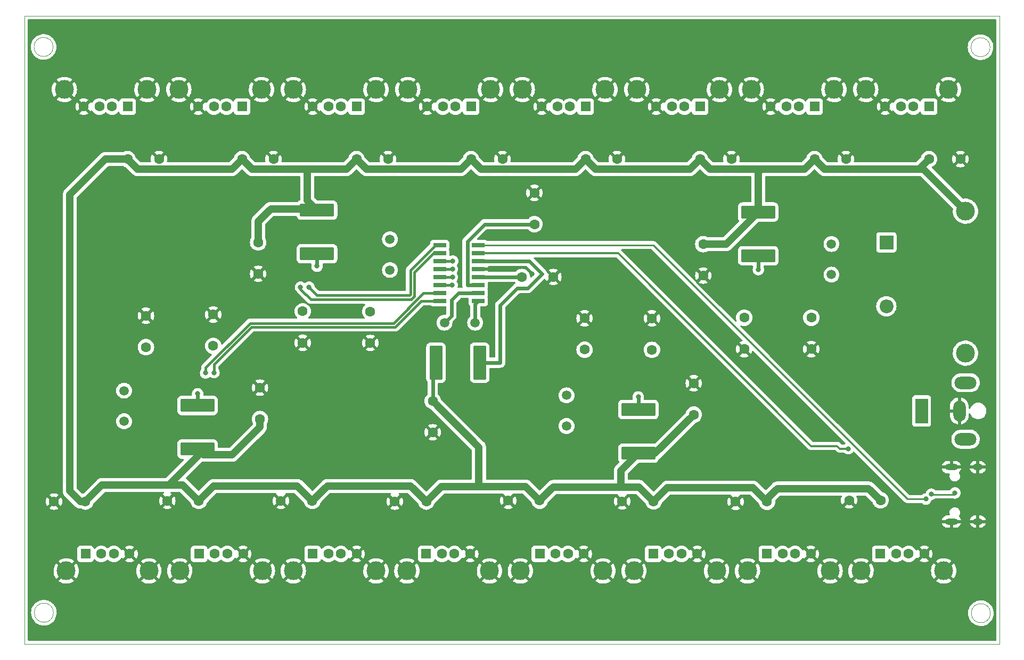
<source format=gbr>
%TF.GenerationSoftware,KiCad,Pcbnew,6.0.2+dfsg-1*%
%TF.CreationDate,2023-03-05T21:27:33-05:00*%
%TF.ProjectId,BFUSB_HUB,42465553-425f-4485-9542-2e6b69636164,rev?*%
%TF.SameCoordinates,Original*%
%TF.FileFunction,Copper,L2,Bot*%
%TF.FilePolarity,Positive*%
%FSLAX46Y46*%
G04 Gerber Fmt 4.6, Leading zero omitted, Abs format (unit mm)*
G04 Created by KiCad (PCBNEW 6.0.2+dfsg-1) date 2023-03-05 21:27:33*
%MOMM*%
%LPD*%
G01*
G04 APERTURE LIST*
G04 Aperture macros list*
%AMRoundRect*
0 Rectangle with rounded corners*
0 $1 Rounding radius*
0 $2 $3 $4 $5 $6 $7 $8 $9 X,Y pos of 4 corners*
0 Add a 4 corners polygon primitive as box body*
4,1,4,$2,$3,$4,$5,$6,$7,$8,$9,$2,$3,0*
0 Add four circle primitives for the rounded corners*
1,1,$1+$1,$2,$3*
1,1,$1+$1,$4,$5*
1,1,$1+$1,$6,$7*
1,1,$1+$1,$8,$9*
0 Add four rect primitives between the rounded corners*
20,1,$1+$1,$2,$3,$4,$5,0*
20,1,$1+$1,$4,$5,$6,$7,0*
20,1,$1+$1,$6,$7,$8,$9,0*
20,1,$1+$1,$8,$9,$2,$3,0*%
G04 Aperture macros list end*
%TA.AperFunction,Profile*%
%ADD10C,0.100000*%
%TD*%
%TA.AperFunction,ComponentPad*%
%ADD11R,1.600000X1.600000*%
%TD*%
%TA.AperFunction,ComponentPad*%
%ADD12C,1.600000*%
%TD*%
%TA.AperFunction,ComponentPad*%
%ADD13C,3.000000*%
%TD*%
%TA.AperFunction,ComponentPad*%
%ADD14C,1.500000*%
%TD*%
%TA.AperFunction,ComponentPad*%
%ADD15O,2.100000X1.000000*%
%TD*%
%TA.AperFunction,ComponentPad*%
%ADD16O,1.600000X1.000000*%
%TD*%
%TA.AperFunction,ComponentPad*%
%ADD17R,2.000000X4.000000*%
%TD*%
%TA.AperFunction,ComponentPad*%
%ADD18O,2.000000X3.300000*%
%TD*%
%TA.AperFunction,ComponentPad*%
%ADD19O,3.500000X2.000000*%
%TD*%
%TA.AperFunction,ComponentPad*%
%ADD20R,2.200000X2.200000*%
%TD*%
%TA.AperFunction,ComponentPad*%
%ADD21O,2.200000X2.200000*%
%TD*%
%TA.AperFunction,SMDPad,CuDef*%
%ADD22RoundRect,0.250001X-2.474999X0.799999X-2.474999X-0.799999X2.474999X-0.799999X2.474999X0.799999X0*%
%TD*%
%TA.AperFunction,SMDPad,CuDef*%
%ADD23RoundRect,0.250001X-0.799999X-2.474999X0.799999X-2.474999X0.799999X2.474999X-0.799999X2.474999X0*%
%TD*%
%TA.AperFunction,SMDPad,CuDef*%
%ADD24RoundRect,0.250001X2.474999X-0.799999X2.474999X0.799999X-2.474999X0.799999X-2.474999X-0.799999X0*%
%TD*%
%TA.AperFunction,SMDPad,CuDef*%
%ADD25R,2.032000X0.660400*%
%TD*%
%TA.AperFunction,ViaPad*%
%ADD26C,0.800000*%
%TD*%
%TA.AperFunction,Conductor*%
%ADD27C,1.200000*%
%TD*%
%TA.AperFunction,Conductor*%
%ADD28C,0.600000*%
%TD*%
%TA.AperFunction,Conductor*%
%ADD29C,0.300000*%
%TD*%
%TA.AperFunction,Conductor*%
%ADD30C,0.250000*%
%TD*%
%TA.AperFunction,Conductor*%
%ADD31C,0.400000*%
%TD*%
G04 APERTURE END LIST*
D10*
X75676843Y-108350000D02*
G75*
G03*
X75676843Y-108350000I-1526843J0D01*
G01*
X224648975Y-108425000D02*
G75*
G03*
X224648975Y-108425000I-1523975J0D01*
G01*
X224595691Y-18325000D02*
G75*
G03*
X224595691Y-18325000I-1520691J0D01*
G01*
X75620691Y-18275000D02*
G75*
G03*
X75620691Y-18275000I-1520691J0D01*
G01*
X71100000Y-13325000D02*
X226100000Y-13325000D01*
X226100000Y-13325000D02*
X226100000Y-113325000D01*
X226100000Y-113325000D02*
X71100000Y-113325000D01*
X71100000Y-113325000D02*
X71100000Y-13325000D01*
D11*
%TO.P,J17,1,VBUS*%
%TO.N,+5V*%
X98827857Y-98985000D03*
D12*
%TO.P,J17,2,D-*%
%TO.N,Net-(J17-Pad2)*%
X101327857Y-98985000D03*
%TO.P,J17,3,D+*%
%TO.N,Net-(J17-Pad3)*%
X103327857Y-98985000D03*
%TO.P,J17,4,GND*%
%TO.N,GND*%
X105827857Y-98985000D03*
D13*
%TO.P,J17,5,Shield*%
X108897857Y-101695000D03*
X95757857Y-101695000D03*
%TD*%
D12*
%TO.P,C3,1*%
%TO.N,GND*%
X152150000Y-41500000D03*
%TO.P,C3,2*%
%TO.N,Net-(C3-Pad2)*%
X152150000Y-46500000D03*
%TD*%
%TO.P,C2,1*%
%TO.N,GND*%
X155150000Y-54900000D03*
%TO.P,C2,2*%
%TO.N,Net-(C2-Pad2)*%
X150150000Y-54900000D03*
%TD*%
%TO.P,C31,1*%
%TO.N,+5V*%
X80750000Y-90650000D03*
%TO.P,C31,2*%
%TO.N,GND*%
X75750000Y-90650000D03*
%TD*%
D14*
%TO.P,Y5,1,1*%
%TO.N,Net-(U5-Pad15)*%
X86900000Y-77875000D03*
%TO.P,Y5,2,2*%
%TO.N,Net-(U5-Pad16)*%
X86900000Y-72995000D03*
%TD*%
D12*
%TO.P,C28,1*%
%TO.N,+5V*%
X134950000Y-90650000D03*
%TO.P,C28,2*%
%TO.N,GND*%
X129950000Y-90650000D03*
%TD*%
D11*
%TO.P,J10,1,VBUS*%
%TO.N,+5V*%
X214900000Y-27765000D03*
D12*
%TO.P,J10,2,D-*%
%TO.N,Net-(J10-Pad2)*%
X212400000Y-27765000D03*
%TO.P,J10,3,D+*%
%TO.N,Net-(J10-Pad3)*%
X210400000Y-27765000D03*
%TO.P,J10,4,GND*%
%TO.N,GND*%
X207900000Y-27765000D03*
D13*
%TO.P,J10,5,Shield*%
X204830000Y-25055000D03*
X217970000Y-25055000D03*
%TD*%
D12*
%TO.P,C17,1*%
%TO.N,+5V*%
X105653571Y-36125000D03*
%TO.P,C17,2*%
%TO.N,GND*%
X110653571Y-36125000D03*
%TD*%
D14*
%TO.P,Y2,1,1*%
%TO.N,Net-(U2-Pad15)*%
X129175000Y-48900000D03*
%TO.P,Y2,2,2*%
%TO.N,Net-(U2-Pad16)*%
X129175000Y-53780000D03*
%TD*%
D12*
%TO.P,C7,1*%
%TO.N,GND*%
X177475000Y-71825000D03*
%TO.P,C7,2*%
%TO.N,+5V*%
X177475000Y-76825000D03*
%TD*%
%TO.P,C19,1*%
%TO.N,+5V*%
X142060713Y-36125000D03*
%TO.P,C19,2*%
%TO.N,GND*%
X147060713Y-36125000D03*
%TD*%
D15*
%TO.P,J1,S1,SHIELD*%
%TO.N,GND*%
X218450000Y-93825000D03*
D16*
X222630000Y-85185000D03*
X222630000Y-93825000D03*
D15*
X218450000Y-85185000D03*
%TD*%
D12*
%TO.P,C25,1*%
%TO.N,+5V*%
X189125000Y-90675000D03*
%TO.P,C25,2*%
%TO.N,GND*%
X184125000Y-90675000D03*
%TD*%
D14*
%TO.P,Y3,1,1*%
%TO.N,Net-(U3-Pad15)*%
X199375000Y-49645000D03*
%TO.P,Y3,2,2*%
%TO.N,Net-(U3-Pad16)*%
X199375000Y-54525000D03*
%TD*%
D11*
%TO.P,J3,1,VBUS*%
%TO.N,+5V*%
X87475000Y-27765000D03*
D12*
%TO.P,J3,2,D-*%
%TO.N,Net-(J3-Pad2)*%
X84975000Y-27765000D03*
%TO.P,J3,3,D+*%
%TO.N,Net-(J3-Pad3)*%
X82975000Y-27765000D03*
%TO.P,J3,4,GND*%
%TO.N,GND*%
X80475000Y-27765000D03*
D13*
%TO.P,J3,5,Shield*%
X90545000Y-25055000D03*
X77405000Y-25055000D03*
%TD*%
D14*
%TO.P,Y4,1,1*%
%TO.N,Net-(U4-Pad15)*%
X157250000Y-78625000D03*
%TO.P,Y4,2,2*%
%TO.N,Net-(U4-Pad16)*%
X157250000Y-73745000D03*
%TD*%
D12*
%TO.P,C22,1*%
%TO.N,+5V*%
X196671426Y-36125000D03*
%TO.P,C22,2*%
%TO.N,GND*%
X201671426Y-36125000D03*
%TD*%
%TO.P,C27,1*%
%TO.N,+5V*%
X152975000Y-90500000D03*
%TO.P,C27,2*%
%TO.N,GND*%
X147975000Y-90500000D03*
%TD*%
%TO.P,C4,1*%
%TO.N,GND*%
X179000000Y-54675000D03*
%TO.P,C4,2*%
%TO.N,+5V*%
X179000000Y-49675000D03*
%TD*%
%TO.P,C8,1*%
%TO.N,GND*%
X115300000Y-65375000D03*
%TO.P,C8,2*%
%TO.N,Net-(C8-Pad2)*%
X115300000Y-60375000D03*
%TD*%
%TO.P,C26,1*%
%TO.N,+5V*%
X171100000Y-90625000D03*
%TO.P,C26,2*%
%TO.N,GND*%
X166100000Y-90625000D03*
%TD*%
%TO.P,C14,1*%
%TO.N,GND*%
X101075000Y-60875000D03*
%TO.P,C14,2*%
%TO.N,Net-(C14-Pad2)*%
X101075000Y-65875000D03*
%TD*%
%TO.P,C11,1*%
%TO.N,GND*%
X196175000Y-66375000D03*
%TO.P,C11,2*%
%TO.N,Net-(C11-Pad2)*%
X196175000Y-61375000D03*
%TD*%
%TO.P,C10,1*%
%TO.N,GND*%
X185500000Y-66375000D03*
%TO.P,C10,2*%
%TO.N,Net-(C10-Pad2)*%
X185500000Y-61375000D03*
%TD*%
%TO.P,C9,1*%
%TO.N,GND*%
X126050000Y-65400000D03*
%TO.P,C9,2*%
%TO.N,Net-(C9-Pad2)*%
X126050000Y-60400000D03*
%TD*%
D11*
%TO.P,J11,1,VBUS*%
%TO.N,+5V*%
X207145000Y-98985000D03*
D12*
%TO.P,J11,2,D-*%
%TO.N,Net-(J11-Pad2)*%
X209645000Y-98985000D03*
%TO.P,J11,3,D+*%
%TO.N,Net-(J11-Pad3)*%
X211645000Y-98985000D03*
%TO.P,J11,4,GND*%
%TO.N,GND*%
X214145000Y-98985000D03*
D13*
%TO.P,J11,5,Shield*%
X217215000Y-101695000D03*
X204075000Y-101695000D03*
%TD*%
D12*
%TO.P,C16,1*%
%TO.N,+5V*%
X87450000Y-36125000D03*
%TO.P,C16,2*%
%TO.N,GND*%
X92450000Y-36125000D03*
%TD*%
D11*
%TO.P,J8,1,VBUS*%
%TO.N,+5V*%
X178492855Y-27765000D03*
D12*
%TO.P,J8,2,D-*%
%TO.N,Net-(J8-Pad2)*%
X175992855Y-27765000D03*
%TO.P,J8,3,D+*%
%TO.N,Net-(J8-Pad3)*%
X173992855Y-27765000D03*
%TO.P,J8,4,GND*%
%TO.N,GND*%
X171492855Y-27765000D03*
D13*
%TO.P,J8,5,Shield*%
X181562855Y-25055000D03*
X168422855Y-25055000D03*
%TD*%
D12*
%TO.P,C6,1*%
%TO.N,GND*%
X108500000Y-72525000D03*
%TO.P,C6,2*%
%TO.N,+5V*%
X108500000Y-77525000D03*
%TD*%
D11*
%TO.P,J18,1,VBUS*%
%TO.N,+5V*%
X80775000Y-98985000D03*
D12*
%TO.P,J18,2,D-*%
%TO.N,Net-(J18-Pad2)*%
X83275000Y-98985000D03*
%TO.P,J18,3,D+*%
%TO.N,Net-(J18-Pad3)*%
X85275000Y-98985000D03*
%TO.P,J18,4,GND*%
%TO.N,GND*%
X87775000Y-98985000D03*
D13*
%TO.P,J18,5,Shield*%
X90845000Y-101695000D03*
X77705000Y-101695000D03*
%TD*%
D12*
%TO.P,C1,1*%
%TO.N,GND*%
X135975000Y-79625000D03*
%TO.P,C1,2*%
%TO.N,+5V*%
X135975000Y-74625000D03*
%TD*%
D17*
%TO.P,J2,1*%
%TO.N,Net-(F1-Pad2)*%
X213700000Y-76225000D03*
D18*
%TO.P,J2,2*%
%TO.N,GND*%
X219700000Y-76225000D03*
D19*
%TO.P,J2,MP*%
%TO.N,N/C*%
X220700000Y-80725000D03*
X220700000Y-71725000D03*
%TD*%
D12*
%TO.P,C12,1*%
%TO.N,GND*%
X170825000Y-61500000D03*
%TO.P,C12,2*%
%TO.N,Net-(C12-Pad2)*%
X170825000Y-66500000D03*
%TD*%
%TO.P,C23,1*%
%TO.N,+5V*%
X214875000Y-36125000D03*
%TO.P,C23,2*%
%TO.N,GND*%
X219875000Y-36125000D03*
%TD*%
%TO.P,C20,1*%
%TO.N,+5V*%
X160264284Y-36125000D03*
%TO.P,C20,2*%
%TO.N,GND*%
X165264284Y-36125000D03*
%TD*%
D11*
%TO.P,J16,1,VBUS*%
%TO.N,+5V*%
X116880714Y-98985000D03*
D12*
%TO.P,J16,2,D-*%
%TO.N,Net-(J16-Pad2)*%
X119380714Y-98985000D03*
%TO.P,J16,3,D+*%
%TO.N,Net-(J16-Pad3)*%
X121380714Y-98985000D03*
%TO.P,J16,4,GND*%
%TO.N,GND*%
X123880714Y-98985000D03*
D13*
%TO.P,J16,5,Shield*%
X126950714Y-101695000D03*
X113810714Y-101695000D03*
%TD*%
D12*
%TO.P,C5,1*%
%TO.N,GND*%
X108225000Y-54400000D03*
%TO.P,C5,2*%
%TO.N,+5V*%
X108225000Y-49400000D03*
%TD*%
D11*
%TO.P,J14,1,VBUS*%
%TO.N,+5V*%
X152986428Y-98985000D03*
D12*
%TO.P,J14,2,D-*%
%TO.N,Net-(J14-Pad2)*%
X155486428Y-98985000D03*
%TO.P,J14,3,D+*%
%TO.N,Net-(J14-Pad3)*%
X157486428Y-98985000D03*
%TO.P,J14,4,GND*%
%TO.N,GND*%
X159986428Y-98985000D03*
D13*
%TO.P,J14,5,Shield*%
X163056428Y-101695000D03*
X149916428Y-101695000D03*
%TD*%
D11*
%TO.P,J6,1,VBUS*%
%TO.N,+5V*%
X142085713Y-27765000D03*
D12*
%TO.P,J6,2,D-*%
%TO.N,Net-(J6-Pad2)*%
X139585713Y-27765000D03*
%TO.P,J6,3,D+*%
%TO.N,Net-(J6-Pad3)*%
X137585713Y-27765000D03*
%TO.P,J6,4,GND*%
%TO.N,GND*%
X135085713Y-27765000D03*
D13*
%TO.P,J6,5,Shield*%
X145155713Y-25055000D03*
X132015713Y-25055000D03*
%TD*%
D12*
%TO.P,C24,1*%
%TO.N,+5V*%
X207175000Y-90450000D03*
%TO.P,C24,2*%
%TO.N,GND*%
X202175000Y-90450000D03*
%TD*%
D20*
%TO.P,D1,1,K*%
%TO.N,+5V*%
X208100000Y-49395000D03*
D21*
%TO.P,D1,2,A*%
%TO.N,Net-(D1-Pad2)*%
X208100000Y-59555000D03*
%TD*%
D12*
%TO.P,C13,1*%
%TO.N,GND*%
X160125000Y-61475000D03*
%TO.P,C13,2*%
%TO.N,Net-(C13-Pad2)*%
X160125000Y-66475000D03*
%TD*%
D11*
%TO.P,J4,1,VBUS*%
%TO.N,+5V*%
X105678571Y-27765000D03*
D12*
%TO.P,J4,2,D-*%
%TO.N,Net-(J4-Pad2)*%
X103178571Y-27765000D03*
%TO.P,J4,3,D+*%
%TO.N,Net-(J4-Pad3)*%
X101178571Y-27765000D03*
%TO.P,J4,4,GND*%
%TO.N,GND*%
X98678571Y-27765000D03*
D13*
%TO.P,J4,5,Shield*%
X95608571Y-25055000D03*
X108748571Y-25055000D03*
%TD*%
D11*
%TO.P,J9,1,VBUS*%
%TO.N,+5V*%
X196696426Y-27765000D03*
D12*
%TO.P,J9,2,D-*%
%TO.N,Net-(J9-Pad2)*%
X194196426Y-27765000D03*
%TO.P,J9,3,D+*%
%TO.N,Net-(J9-Pad3)*%
X192196426Y-27765000D03*
%TO.P,J9,4,GND*%
%TO.N,GND*%
X189696426Y-27765000D03*
D13*
%TO.P,J9,5,Shield*%
X199766426Y-25055000D03*
X186626426Y-25055000D03*
%TD*%
D12*
%TO.P,C29,1*%
%TO.N,+5V*%
X116825000Y-90550000D03*
%TO.P,C29,2*%
%TO.N,GND*%
X111825000Y-90550000D03*
%TD*%
%TO.P,C21,1*%
%TO.N,+5V*%
X178467855Y-36125000D03*
%TO.P,C21,2*%
%TO.N,GND*%
X183467855Y-36125000D03*
%TD*%
D11*
%TO.P,J5,1,VBUS*%
%TO.N,+5V*%
X123882142Y-27765000D03*
D12*
%TO.P,J5,2,D-*%
%TO.N,Net-(J5-Pad2)*%
X121382142Y-27765000D03*
%TO.P,J5,3,D+*%
%TO.N,Net-(J5-Pad3)*%
X119382142Y-27765000D03*
%TO.P,J5,4,GND*%
%TO.N,GND*%
X116882142Y-27765000D03*
D13*
%TO.P,J5,5,Shield*%
X113812142Y-25055000D03*
X126952142Y-25055000D03*
%TD*%
D11*
%TO.P,J7,1,VBUS*%
%TO.N,+5V*%
X160289284Y-27765000D03*
D12*
%TO.P,J7,2,D-*%
%TO.N,Net-(J7-Pad2)*%
X157789284Y-27765000D03*
%TO.P,J7,3,D+*%
%TO.N,Net-(J7-Pad3)*%
X155789284Y-27765000D03*
%TO.P,J7,4,GND*%
%TO.N,GND*%
X153289284Y-27765000D03*
D13*
%TO.P,J7,5,Shield*%
X163359284Y-25055000D03*
X150219284Y-25055000D03*
%TD*%
D12*
%TO.P,C15,1*%
%TO.N,GND*%
X90375000Y-61075000D03*
%TO.P,C15,2*%
%TO.N,Net-(C15-Pad2)*%
X90375000Y-66075000D03*
%TD*%
D11*
%TO.P,J15,1,VBUS*%
%TO.N,+5V*%
X134933571Y-98985000D03*
D12*
%TO.P,J15,2,D-*%
%TO.N,Net-(J15-Pad2)*%
X137433571Y-98985000D03*
%TO.P,J15,3,D+*%
%TO.N,Net-(J15-Pad3)*%
X139433571Y-98985000D03*
%TO.P,J15,4,GND*%
%TO.N,GND*%
X141933571Y-98985000D03*
D13*
%TO.P,J15,5,Shield*%
X131863571Y-101695000D03*
X145003571Y-101695000D03*
%TD*%
D11*
%TO.P,J12,1,VBUS*%
%TO.N,+5V*%
X189092142Y-98985000D03*
D12*
%TO.P,J12,2,D-*%
%TO.N,Net-(J12-Pad2)*%
X191592142Y-98985000D03*
%TO.P,J12,3,D+*%
%TO.N,Net-(J12-Pad3)*%
X193592142Y-98985000D03*
%TO.P,J12,4,GND*%
%TO.N,GND*%
X196092142Y-98985000D03*
D13*
%TO.P,J12,5,Shield*%
X199162142Y-101695000D03*
X186022142Y-101695000D03*
%TD*%
D12*
%TO.P,C30,1*%
%TO.N,+5V*%
X98775000Y-90550000D03*
%TO.P,C30,2*%
%TO.N,GND*%
X93775000Y-90550000D03*
%TD*%
D11*
%TO.P,J13,1,VBUS*%
%TO.N,+5V*%
X171039285Y-98985000D03*
D12*
%TO.P,J13,2,D-*%
%TO.N,Net-(J13-Pad2)*%
X173539285Y-98985000D03*
%TO.P,J13,3,D+*%
%TO.N,Net-(J13-Pad3)*%
X175539285Y-98985000D03*
%TO.P,J13,4,GND*%
%TO.N,GND*%
X178039285Y-98985000D03*
D13*
%TO.P,J13,5,Shield*%
X181109285Y-101695000D03*
X167969285Y-101695000D03*
%TD*%
%TO.P,F1,1*%
%TO.N,+5V*%
X220675000Y-44425000D03*
%TO.P,F1,2*%
%TO.N,Net-(F1-Pad2)*%
X220675000Y-67025000D03*
%TD*%
D12*
%TO.P,C18,1*%
%TO.N,+5V*%
X123857142Y-36125000D03*
%TO.P,C18,2*%
%TO.N,GND*%
X128857142Y-36125000D03*
%TD*%
D14*
%TO.P,Y1,1,1*%
%TO.N,Net-(U1-Pad16)*%
X142725000Y-62175000D03*
%TO.P,Y1,2,2*%
%TO.N,Net-(U1-Pad15)*%
X137845000Y-62175000D03*
%TD*%
D22*
%TO.P,F4,1*%
%TO.N,+5V*%
X187725000Y-44575000D03*
%TO.P,F4,2*%
%TO.N,Net-(F4-Pad2)*%
X187725000Y-51525000D03*
%TD*%
D23*
%TO.P,F2,1*%
%TO.N,+5V*%
X136500000Y-68550000D03*
%TO.P,F2,2*%
%TO.N,Net-(F2-Pad2)*%
X143450000Y-68550000D03*
%TD*%
D22*
%TO.P,F3,1*%
%TO.N,+5V*%
X117575000Y-44250000D03*
%TO.P,F3,2*%
%TO.N,Net-(F3-Pad2)*%
X117575000Y-51200000D03*
%TD*%
D24*
%TO.P,F6,1*%
%TO.N,+5V*%
X98575000Y-82300000D03*
%TO.P,F6,2*%
%TO.N,Net-(F6-Pad2)*%
X98575000Y-75350000D03*
%TD*%
%TO.P,F5,1*%
%TO.N,+5V*%
X168675000Y-82950000D03*
%TO.P,F5,2*%
%TO.N,Net-(F5-Pad2)*%
X168675000Y-76000000D03*
%TD*%
D25*
%TO.P,U1,1,DM4*%
%TO.N,Net-(U1-Pad1)*%
X137076600Y-58720000D03*
%TO.P,U1,2,DP4*%
%TO.N,Net-(U1-Pad2)*%
X137076600Y-57450000D03*
%TO.P,U1,3,DM3*%
%TO.N,Net-(U1-Pad3)*%
X137076600Y-56180000D03*
%TO.P,U1,4,DP3*%
%TO.N,Net-(U1-Pad4)*%
X137076600Y-54910000D03*
%TO.P,U1,5,DM2*%
%TO.N,Net-(U1-Pad5)*%
X137076600Y-53640000D03*
%TO.P,U1,6,DP2*%
%TO.N,Net-(U1-Pad6)*%
X137076600Y-52370000D03*
%TO.P,U1,7,DM1*%
%TO.N,Net-(U1-Pad7)*%
X137076600Y-51100000D03*
%TO.P,U1,8,DP1*%
%TO.N,Net-(U1-Pad8)*%
X137076600Y-49830000D03*
%TO.P,U1,9,DM*%
%TO.N,Net-(J1-PadA7)*%
X143223400Y-49830000D03*
%TO.P,U1,10,DP*%
%TO.N,Net-(J1-PadA6)*%
X143223400Y-51100000D03*
%TO.P,U1,11,VDD5*%
%TO.N,Net-(F2-Pad2)*%
X143223400Y-52370000D03*
%TO.P,U1,12,GND*%
%TO.N,GND*%
X143223400Y-53640000D03*
%TO.P,U1,13,VDD33*%
%TO.N,Net-(C2-Pad2)*%
X143223400Y-54910000D03*
%TO.P,U1,14,VDD18*%
%TO.N,Net-(C3-Pad2)*%
X143223400Y-56180000D03*
%TO.P,U1,15,XOUT*%
%TO.N,Net-(U1-Pad15)*%
X143223400Y-57450000D03*
%TO.P,U1,16,XIN*%
%TO.N,Net-(U1-Pad16)*%
X143223400Y-58720000D03*
%TD*%
D26*
%TO.N,GND*%
X151775000Y-54450000D03*
%TO.N,Net-(F3-Pad2)*%
X117575000Y-53175000D03*
%TO.N,Net-(F4-Pad2)*%
X187750000Y-53725000D03*
%TO.N,Net-(F5-Pad2)*%
X168650000Y-74000000D03*
%TO.N,Net-(F6-Pad2)*%
X98600000Y-73500000D03*
%TO.N,Net-(J1-PadA6)*%
X202050000Y-82225000D03*
%TO.N,Net-(J1-PadA7)*%
X219000000Y-89275000D03*
X214375000Y-90250000D03*
X215250000Y-89475000D03*
%TO.N,Net-(U1-Pad1)*%
X101200000Y-70125000D03*
%TO.N,Net-(U1-Pad2)*%
X99875000Y-70175000D03*
%TO.N,Net-(U1-Pad3)*%
X139050000Y-56200000D03*
%TO.N,Net-(U1-Pad4)*%
X139100000Y-54925000D03*
%TO.N,Net-(U1-Pad5)*%
X139100000Y-53650000D03*
%TO.N,Net-(U1-Pad6)*%
X139175000Y-52375000D03*
%TO.N,Net-(U1-Pad7)*%
X114950000Y-56525000D03*
%TO.N,Net-(U1-Pad8)*%
X116300000Y-56525000D03*
%TD*%
D27*
%TO.N,+5V*%
X98575000Y-83450000D02*
X94000000Y-88025000D01*
X79925000Y-90650000D02*
X80750000Y-90650000D01*
X178467855Y-36125000D02*
X180067366Y-37724511D01*
X198270937Y-37724511D02*
X213275489Y-37724511D01*
X188275489Y-37724511D02*
X195071915Y-37724511D01*
X108500000Y-78775000D02*
X104050000Y-83225000D01*
X155150000Y-88325000D02*
X165875000Y-88325000D01*
X168675000Y-82950000D02*
X165875000Y-85750000D01*
X165875000Y-85750000D02*
X165875000Y-88325000D01*
X107253082Y-37724511D02*
X116025489Y-37724511D01*
X182625000Y-49675000D02*
X187725000Y-44575000D01*
X143325000Y-81975000D02*
X143325000Y-88250000D01*
X198825000Y-88575000D02*
X190750000Y-88575000D01*
X213275489Y-37724511D02*
X213974511Y-37724511D01*
X98575000Y-82300000D02*
X98575000Y-83450000D01*
X98775000Y-90550000D02*
X101150000Y-88175000D01*
X158664773Y-37724511D02*
X160264284Y-36125000D01*
X78250000Y-88975000D02*
X79925000Y-90650000D01*
X143325000Y-88250000D02*
X150725000Y-88250000D01*
D28*
X135975000Y-74625000D02*
X135975000Y-69075000D01*
D27*
X132475000Y-88175000D02*
X134950000Y-90650000D01*
X176868344Y-37724511D02*
X178467855Y-36125000D01*
X195071915Y-37724511D02*
X196671426Y-36125000D01*
X108225000Y-46050000D02*
X110225000Y-44050000D01*
X87450000Y-36125000D02*
X83950000Y-36125000D01*
X161863795Y-37724511D02*
X176868344Y-37724511D01*
X179000000Y-49675000D02*
X182625000Y-49675000D01*
X150725000Y-88250000D02*
X152975000Y-90500000D01*
X196671426Y-36125000D02*
X198270937Y-37724511D01*
X142060713Y-36125000D02*
X143660224Y-37724511D01*
X180067366Y-37724511D02*
X188275489Y-37724511D01*
X137350000Y-88250000D02*
X143325000Y-88250000D01*
X143660224Y-37724511D02*
X152424511Y-37724511D01*
X83950000Y-36125000D02*
X78250000Y-41825000D01*
X165875000Y-88325000D02*
X168800000Y-88325000D01*
X83375000Y-88025000D02*
X94000000Y-88025000D01*
X96250000Y-88025000D02*
X98775000Y-90550000D01*
X122257631Y-37724511D02*
X123857142Y-36125000D01*
X116025489Y-37724511D02*
X122257631Y-37724511D01*
X171350000Y-82950000D02*
X177475000Y-76825000D01*
X187725000Y-44575000D02*
X187725000Y-38275000D01*
X190750000Y-88575000D02*
X189125000Y-90200000D01*
X108225000Y-49400000D02*
X108225000Y-46050000D01*
X140461202Y-37724511D02*
X142060713Y-36125000D01*
X207175000Y-90450000D02*
X205300000Y-88575000D01*
X125456653Y-37724511D02*
X140461202Y-37724511D01*
X117375000Y-44050000D02*
X117575000Y-44250000D01*
X89049511Y-37724511D02*
X104054060Y-37724511D01*
X105653571Y-36125000D02*
X107253082Y-37724511D01*
X168675000Y-82950000D02*
X171350000Y-82950000D01*
X99500000Y-83225000D02*
X98575000Y-82300000D01*
X160264284Y-36125000D02*
X161863795Y-37724511D01*
X186875000Y-88425000D02*
X189125000Y-90675000D01*
X152975000Y-90500000D02*
X155150000Y-88325000D01*
X213275489Y-37724511D02*
X214875000Y-36125000D01*
X87450000Y-36125000D02*
X89049511Y-37724511D01*
X108500000Y-77525000D02*
X108500000Y-78775000D01*
X213974511Y-37724511D02*
X220675000Y-44425000D01*
X135975000Y-74625000D02*
X143325000Y-81975000D01*
X116025489Y-42700489D02*
X116025489Y-37724511D01*
X80750000Y-90650000D02*
X83375000Y-88025000D01*
X173300000Y-88425000D02*
X186875000Y-88425000D01*
X94000000Y-88025000D02*
X96250000Y-88025000D01*
X119200000Y-88175000D02*
X132475000Y-88175000D01*
X187725000Y-38275000D02*
X188275489Y-37724511D01*
X168800000Y-88325000D02*
X171100000Y-90625000D01*
X117575000Y-44250000D02*
X116025489Y-42700489D01*
X110225000Y-44050000D02*
X117375000Y-44050000D01*
X78250000Y-41825000D02*
X78250000Y-88975000D01*
X123857142Y-36125000D02*
X125456653Y-37724511D01*
X152424511Y-37724511D02*
X158664773Y-37724511D01*
X101150000Y-88175000D02*
X114450000Y-88175000D01*
X104050000Y-83225000D02*
X99500000Y-83225000D01*
X104054060Y-37724511D02*
X105653571Y-36125000D01*
X171100000Y-90625000D02*
X173300000Y-88425000D01*
X205300000Y-88575000D02*
X198825000Y-88575000D01*
X189125000Y-90200000D02*
X189125000Y-90675000D01*
X134950000Y-90650000D02*
X137350000Y-88250000D01*
X114450000Y-88175000D02*
X116825000Y-90550000D01*
D28*
X135975000Y-69075000D02*
X136500000Y-68550000D01*
D27*
X116825000Y-90550000D02*
X119200000Y-88175000D01*
D28*
%TO.N,Net-(C2-Pad2)*%
X143233400Y-54900000D02*
X143223400Y-54910000D01*
X150150000Y-54900000D02*
X143233400Y-54900000D01*
%TO.N,Net-(C3-Pad2)*%
X144208178Y-46500000D02*
X141475000Y-49233178D01*
X141495000Y-56180000D02*
X143223400Y-56180000D01*
X152150000Y-46500000D02*
X144208178Y-46500000D01*
X141475000Y-56200000D02*
X141495000Y-56180000D01*
X141475000Y-49233178D02*
X141475000Y-56200000D01*
%TO.N,Net-(F2-Pad2)*%
X146700000Y-59400000D02*
X146700000Y-68550000D01*
X149425000Y-56675000D02*
X146700000Y-59400000D01*
X151075000Y-56675000D02*
X149425000Y-56675000D01*
X151320000Y-52370000D02*
X153350000Y-54400000D01*
X143223400Y-52370000D02*
X151320000Y-52370000D01*
X153350000Y-54400000D02*
X151075000Y-56675000D01*
X146700000Y-68550000D02*
X143450000Y-68550000D01*
%TO.N,Net-(F3-Pad2)*%
X117575000Y-53175000D02*
X117575000Y-51200000D01*
%TO.N,Net-(F4-Pad2)*%
X187750000Y-51550000D02*
X187725000Y-51525000D01*
X187750000Y-53725000D02*
X187750000Y-51550000D01*
%TO.N,Net-(F5-Pad2)*%
X168650000Y-75975000D02*
X168675000Y-76000000D01*
X168650000Y-74000000D02*
X168650000Y-75975000D01*
%TO.N,Net-(F6-Pad2)*%
X98575000Y-75350000D02*
X98575000Y-73525000D01*
X98575000Y-73525000D02*
X98600000Y-73500000D01*
D29*
%TO.N,Net-(J1-PadA6)*%
X200300000Y-81800000D02*
X200725000Y-82225000D01*
X200725000Y-82225000D02*
X202050000Y-82225000D01*
X165450000Y-51100000D02*
X196150000Y-81800000D01*
X143223400Y-51100000D02*
X165450000Y-51100000D01*
X196150000Y-81800000D02*
X200300000Y-81800000D01*
D30*
%TO.N,Net-(J1-PadA7)*%
X218750000Y-89525000D02*
X219000000Y-89275000D01*
X211450000Y-90250000D02*
X171030000Y-49830000D01*
X171030000Y-49830000D02*
X143223400Y-49830000D01*
X215250000Y-89475000D02*
X215300000Y-89525000D01*
X214375000Y-90250000D02*
X211450000Y-90250000D01*
X215300000Y-89525000D02*
X218750000Y-89525000D01*
D31*
%TO.N,Net-(U1-Pad1)*%
X134130000Y-58720000D02*
X137076600Y-58720000D01*
X107161425Y-62861425D02*
X129988575Y-62861425D01*
X101200000Y-70125000D02*
X101200000Y-68822850D01*
X129988575Y-62861425D02*
X134130000Y-58720000D01*
X101200000Y-68822850D02*
X107161425Y-62861425D01*
D28*
%TO.N,Net-(U1-Pad16)*%
X142725000Y-59218400D02*
X143223400Y-58720000D01*
X142725000Y-62175000D02*
X142725000Y-59218400D01*
D31*
%TO.N,Net-(U1-Pad2)*%
X99875000Y-70175000D02*
X99875000Y-69300000D01*
X106925000Y-62250000D02*
X129700000Y-62250000D01*
X134500000Y-57450000D02*
X137076600Y-57450000D01*
X99875000Y-69300000D02*
X106925000Y-62250000D01*
X129700000Y-62250000D02*
X134500000Y-57450000D01*
%TO.N,Net-(U1-Pad3)*%
X137076600Y-56180000D02*
X139030000Y-56180000D01*
X139030000Y-56180000D02*
X139050000Y-56200000D01*
D28*
%TO.N,Net-(U1-Pad15)*%
X137845000Y-62175000D02*
X138950000Y-61070000D01*
X140075000Y-57450000D02*
X143223400Y-57450000D01*
X138950000Y-61070000D02*
X138950000Y-58575000D01*
X138950000Y-58575000D02*
X140075000Y-57450000D01*
D31*
%TO.N,Net-(U1-Pad4)*%
X139085000Y-54910000D02*
X139100000Y-54925000D01*
X137076600Y-54910000D02*
X139085000Y-54910000D01*
%TO.N,Net-(U1-Pad5)*%
X137076600Y-53640000D02*
X139090000Y-53640000D01*
X139090000Y-53640000D02*
X139100000Y-53650000D01*
%TO.N,Net-(U1-Pad6)*%
X137076600Y-52370000D02*
X139170000Y-52370000D01*
X139170000Y-52370000D02*
X139175000Y-52375000D01*
%TO.N,Net-(U1-Pad7)*%
X136100000Y-51100000D02*
X133075000Y-54125000D01*
X114950000Y-56825000D02*
X114950000Y-56525000D01*
X137076600Y-51100000D02*
X136100000Y-51100000D01*
X133075000Y-54125000D02*
X133075000Y-57925000D01*
X132525000Y-58475000D02*
X116600000Y-58475000D01*
X133075000Y-57925000D02*
X132525000Y-58475000D01*
X116600000Y-58475000D02*
X114950000Y-56825000D01*
%TO.N,Net-(U1-Pad8)*%
X132275000Y-57800000D02*
X117575000Y-57800000D01*
X132425000Y-53795800D02*
X132425000Y-57650000D01*
X137076600Y-49830000D02*
X136390800Y-49830000D01*
X132425000Y-57650000D02*
X132275000Y-57800000D01*
X117575000Y-57800000D02*
X116300000Y-56525000D01*
X136390800Y-49830000D02*
X132425000Y-53795800D01*
%TD*%
%TA.AperFunction,Conductor*%
%TO.N,GND*%
G36*
X225534121Y-13853002D02*
G01*
X225580614Y-13906658D01*
X225592000Y-13959000D01*
X225592000Y-112691000D01*
X225571998Y-112759121D01*
X225518342Y-112805614D01*
X225466000Y-112817000D01*
X71734000Y-112817000D01*
X71665879Y-112796998D01*
X71619386Y-112743342D01*
X71608000Y-112691000D01*
X71608000Y-108328642D01*
X72110514Y-108328642D01*
X72110925Y-108335775D01*
X72126485Y-108605629D01*
X72127310Y-108609834D01*
X72127311Y-108609842D01*
X72157635Y-108764401D01*
X72179900Y-108877887D01*
X72181287Y-108881937D01*
X72181288Y-108881942D01*
X72227765Y-109017690D01*
X72269770Y-109140376D01*
X72304891Y-109210206D01*
X72341410Y-109282816D01*
X72394432Y-109388240D01*
X72551580Y-109616892D01*
X72738306Y-109822101D01*
X72741595Y-109824851D01*
X72947862Y-109997317D01*
X72947867Y-109997321D01*
X72951154Y-110000069D01*
X73186186Y-110147505D01*
X73439053Y-110261678D01*
X73443164Y-110262896D01*
X73443170Y-110262898D01*
X73677190Y-110332218D01*
X73705075Y-110340478D01*
X73709309Y-110341126D01*
X73709314Y-110341127D01*
X73949318Y-110377852D01*
X73979331Y-110382445D01*
X74120570Y-110384664D01*
X74252453Y-110386736D01*
X74252459Y-110386736D01*
X74256744Y-110386803D01*
X74532183Y-110353471D01*
X74800549Y-110283067D01*
X75056877Y-110176892D01*
X75172147Y-110109534D01*
X75292726Y-110039073D01*
X75292727Y-110039073D01*
X75296424Y-110036912D01*
X75418451Y-109941231D01*
X75511385Y-109868361D01*
X75514757Y-109865717D01*
X75707837Y-109666474D01*
X75710370Y-109663026D01*
X75710374Y-109663021D01*
X75869552Y-109446326D01*
X75872090Y-109442871D01*
X75881500Y-109425540D01*
X76002426Y-109202821D01*
X76002427Y-109202819D01*
X76004476Y-109199045D01*
X76097773Y-108952143D01*
X76101029Y-108943527D01*
X76101030Y-108943523D01*
X76102547Y-108939509D01*
X76161921Y-108680269D01*
X76163529Y-108673247D01*
X76163530Y-108673243D01*
X76164487Y-108669063D01*
X76169773Y-108609842D01*
X76188173Y-108403672D01*
X221088389Y-108403672D01*
X221088801Y-108410815D01*
X221104337Y-108680269D01*
X221105162Y-108684476D01*
X221105163Y-108684481D01*
X221116765Y-108743614D01*
X221157677Y-108952143D01*
X221159064Y-108956194D01*
X221237957Y-109186622D01*
X221247420Y-109214262D01*
X221281899Y-109282816D01*
X221360504Y-109439103D01*
X221371907Y-109461776D01*
X221374333Y-109465305D01*
X221374336Y-109465311D01*
X221526403Y-109686569D01*
X221528834Y-109690106D01*
X221715296Y-109895026D01*
X221798716Y-109964776D01*
X221924552Y-110069992D01*
X221924557Y-110069996D01*
X221927844Y-110072744D01*
X222043378Y-110145218D01*
X222158905Y-110217688D01*
X222158909Y-110217690D01*
X222162545Y-110219971D01*
X222288800Y-110276977D01*
X222411143Y-110332218D01*
X222411147Y-110332220D01*
X222415055Y-110333984D01*
X222419175Y-110335204D01*
X222419174Y-110335204D01*
X222676590Y-110411454D01*
X222676594Y-110411455D01*
X222680703Y-110412672D01*
X222684937Y-110413320D01*
X222684942Y-110413321D01*
X222927946Y-110450506D01*
X222954571Y-110454580D01*
X223095599Y-110456796D01*
X223227303Y-110458865D01*
X223227309Y-110458865D01*
X223231594Y-110458932D01*
X223506644Y-110425647D01*
X223774632Y-110355342D01*
X223778592Y-110353702D01*
X223778597Y-110353700D01*
X223953083Y-110281425D01*
X224030599Y-110249317D01*
X224204829Y-110147505D01*
X224266105Y-110111698D01*
X224266106Y-110111697D01*
X224269808Y-110109534D01*
X224487834Y-109938580D01*
X224680641Y-109739619D01*
X224683174Y-109736171D01*
X224683178Y-109736166D01*
X224842124Y-109519786D01*
X224844662Y-109516331D01*
X224885698Y-109440752D01*
X224974812Y-109276625D01*
X224974813Y-109276623D01*
X224976862Y-109272849D01*
X225074795Y-109013678D01*
X225136648Y-108743614D01*
X225161276Y-108467654D01*
X225161723Y-108425000D01*
X225159353Y-108390241D01*
X225143171Y-108152862D01*
X225143170Y-108152856D01*
X225142879Y-108148585D01*
X225140723Y-108138171D01*
X225087564Y-107881482D01*
X225086695Y-107877285D01*
X224994212Y-107616120D01*
X224867140Y-107369922D01*
X224864677Y-107366417D01*
X224710295Y-107146754D01*
X224710290Y-107146748D01*
X224707831Y-107143249D01*
X224519233Y-106940293D01*
X224515918Y-106937579D01*
X224515914Y-106937576D01*
X224308153Y-106767526D01*
X224304835Y-106764810D01*
X224068606Y-106620049D01*
X224051350Y-106612474D01*
X223818843Y-106510410D01*
X223818839Y-106510409D01*
X223814915Y-106508686D01*
X223548459Y-106432784D01*
X223343587Y-106403627D01*
X223278418Y-106394352D01*
X223278416Y-106394352D01*
X223274166Y-106393747D01*
X223269877Y-106393725D01*
X223269870Y-106393724D01*
X223001399Y-106392318D01*
X223001392Y-106392318D01*
X222997113Y-106392296D01*
X222992869Y-106392855D01*
X222992865Y-106392855D01*
X222872204Y-106408741D01*
X222722427Y-106428459D01*
X222718287Y-106429592D01*
X222718285Y-106429592D01*
X222642499Y-106450325D01*
X222455190Y-106501567D01*
X222451242Y-106503251D01*
X222204299Y-106608581D01*
X222204295Y-106608583D01*
X222200347Y-106610267D01*
X221962615Y-106752547D01*
X221746391Y-106925774D01*
X221555678Y-107126744D01*
X221394004Y-107351737D01*
X221391995Y-107355532D01*
X221391994Y-107355533D01*
X221382360Y-107373729D01*
X221264361Y-107596590D01*
X221251371Y-107632088D01*
X221195354Y-107785162D01*
X221169148Y-107856772D01*
X221110126Y-108127469D01*
X221088389Y-108403672D01*
X76188173Y-108403672D01*
X76188931Y-108395178D01*
X76189151Y-108392714D01*
X76189598Y-108350000D01*
X76181258Y-108227663D01*
X76171019Y-108077472D01*
X76171018Y-108077466D01*
X76170727Y-108073195D01*
X76114464Y-107801512D01*
X76021850Y-107539978D01*
X75924692Y-107351737D01*
X75896564Y-107297240D01*
X75896564Y-107297239D01*
X75894599Y-107293433D01*
X75884461Y-107279007D01*
X75786840Y-107140108D01*
X75735065Y-107066439D01*
X75604351Y-106925774D01*
X75549122Y-106866340D01*
X75549119Y-106866337D01*
X75546201Y-106863197D01*
X75331501Y-106687467D01*
X75094938Y-106542501D01*
X75077650Y-106534912D01*
X74844817Y-106432705D01*
X74844814Y-106432704D01*
X74840889Y-106430981D01*
X74574056Y-106354972D01*
X74569814Y-106354368D01*
X74569808Y-106354367D01*
X74367569Y-106325584D01*
X74299376Y-106315879D01*
X74153682Y-106315117D01*
X74026219Y-106314449D01*
X74026213Y-106314449D01*
X74021933Y-106314427D01*
X74017689Y-106314986D01*
X74017685Y-106314986D01*
X73896992Y-106330876D01*
X73746858Y-106350641D01*
X73742718Y-106351774D01*
X73742716Y-106351774D01*
X73726724Y-106356149D01*
X73479244Y-106423852D01*
X73475296Y-106425536D01*
X73227994Y-106531019D01*
X73227990Y-106531021D01*
X73224042Y-106532705D01*
X72985974Y-106675186D01*
X72982623Y-106677870D01*
X72982621Y-106677872D01*
X72892164Y-106750342D01*
X72769445Y-106848658D01*
X72578463Y-107049911D01*
X72416561Y-107275222D01*
X72414557Y-107279007D01*
X72347665Y-107405345D01*
X72286735Y-107520421D01*
X72285263Y-107524444D01*
X72285261Y-107524448D01*
X72193796Y-107774387D01*
X72191387Y-107780970D01*
X72132282Y-108052049D01*
X72110514Y-108328642D01*
X71608000Y-108328642D01*
X71608000Y-103284654D01*
X76480618Y-103284654D01*
X76487673Y-103294627D01*
X76518679Y-103320551D01*
X76525598Y-103325579D01*
X76750272Y-103466515D01*
X76757807Y-103470556D01*
X76999520Y-103579694D01*
X77007551Y-103582680D01*
X77261832Y-103658002D01*
X77270184Y-103659869D01*
X77532340Y-103699984D01*
X77540874Y-103700700D01*
X77806045Y-103704867D01*
X77814596Y-103704418D01*
X78077883Y-103672557D01*
X78086284Y-103670955D01*
X78342824Y-103603653D01*
X78350926Y-103600926D01*
X78595949Y-103499434D01*
X78603617Y-103495628D01*
X78832598Y-103361822D01*
X78839679Y-103357009D01*
X78919655Y-103294301D01*
X78926545Y-103284654D01*
X89620618Y-103284654D01*
X89627673Y-103294627D01*
X89658679Y-103320551D01*
X89665598Y-103325579D01*
X89890272Y-103466515D01*
X89897807Y-103470556D01*
X90139520Y-103579694D01*
X90147551Y-103582680D01*
X90401832Y-103658002D01*
X90410184Y-103659869D01*
X90672340Y-103699984D01*
X90680874Y-103700700D01*
X90946045Y-103704867D01*
X90954596Y-103704418D01*
X91217883Y-103672557D01*
X91226284Y-103670955D01*
X91482824Y-103603653D01*
X91490926Y-103600926D01*
X91735949Y-103499434D01*
X91743617Y-103495628D01*
X91972598Y-103361822D01*
X91979679Y-103357009D01*
X92059655Y-103294301D01*
X92066545Y-103284654D01*
X94533475Y-103284654D01*
X94540530Y-103294627D01*
X94571536Y-103320551D01*
X94578455Y-103325579D01*
X94803129Y-103466515D01*
X94810664Y-103470556D01*
X95052377Y-103579694D01*
X95060408Y-103582680D01*
X95314689Y-103658002D01*
X95323041Y-103659869D01*
X95585197Y-103699984D01*
X95593731Y-103700700D01*
X95858902Y-103704867D01*
X95867453Y-103704418D01*
X96130740Y-103672557D01*
X96139141Y-103670955D01*
X96395681Y-103603653D01*
X96403783Y-103600926D01*
X96648806Y-103499434D01*
X96656474Y-103495628D01*
X96885455Y-103361822D01*
X96892536Y-103357009D01*
X96972512Y-103294301D01*
X96979402Y-103284654D01*
X107673475Y-103284654D01*
X107680530Y-103294627D01*
X107711536Y-103320551D01*
X107718455Y-103325579D01*
X107943129Y-103466515D01*
X107950664Y-103470556D01*
X108192377Y-103579694D01*
X108200408Y-103582680D01*
X108454689Y-103658002D01*
X108463041Y-103659869D01*
X108725197Y-103699984D01*
X108733731Y-103700700D01*
X108998902Y-103704867D01*
X109007453Y-103704418D01*
X109270740Y-103672557D01*
X109279141Y-103670955D01*
X109535681Y-103603653D01*
X109543783Y-103600926D01*
X109788806Y-103499434D01*
X109796474Y-103495628D01*
X110025455Y-103361822D01*
X110032536Y-103357009D01*
X110112512Y-103294301D01*
X110119402Y-103284654D01*
X112586332Y-103284654D01*
X112593387Y-103294627D01*
X112624393Y-103320551D01*
X112631312Y-103325579D01*
X112855986Y-103466515D01*
X112863521Y-103470556D01*
X113105234Y-103579694D01*
X113113265Y-103582680D01*
X113367546Y-103658002D01*
X113375898Y-103659869D01*
X113638054Y-103699984D01*
X113646588Y-103700700D01*
X113911759Y-103704867D01*
X113920310Y-103704418D01*
X114183597Y-103672557D01*
X114191998Y-103670955D01*
X114448538Y-103603653D01*
X114456640Y-103600926D01*
X114701663Y-103499434D01*
X114709331Y-103495628D01*
X114938312Y-103361822D01*
X114945393Y-103357009D01*
X115025369Y-103294301D01*
X115032259Y-103284654D01*
X125726332Y-103284654D01*
X125733387Y-103294627D01*
X125764393Y-103320551D01*
X125771312Y-103325579D01*
X125995986Y-103466515D01*
X126003521Y-103470556D01*
X126245234Y-103579694D01*
X126253265Y-103582680D01*
X126507546Y-103658002D01*
X126515898Y-103659869D01*
X126778054Y-103699984D01*
X126786588Y-103700700D01*
X127051759Y-103704867D01*
X127060310Y-103704418D01*
X127323597Y-103672557D01*
X127331998Y-103670955D01*
X127588538Y-103603653D01*
X127596640Y-103600926D01*
X127841663Y-103499434D01*
X127849331Y-103495628D01*
X128078312Y-103361822D01*
X128085393Y-103357009D01*
X128165369Y-103294301D01*
X128172259Y-103284654D01*
X130639189Y-103284654D01*
X130646244Y-103294627D01*
X130677250Y-103320551D01*
X130684169Y-103325579D01*
X130908843Y-103466515D01*
X130916378Y-103470556D01*
X131158091Y-103579694D01*
X131166122Y-103582680D01*
X131420403Y-103658002D01*
X131428755Y-103659869D01*
X131690911Y-103699984D01*
X131699445Y-103700700D01*
X131964616Y-103704867D01*
X131973167Y-103704418D01*
X132236454Y-103672557D01*
X132244855Y-103670955D01*
X132501395Y-103603653D01*
X132509497Y-103600926D01*
X132754520Y-103499434D01*
X132762188Y-103495628D01*
X132991169Y-103361822D01*
X132998250Y-103357009D01*
X133078226Y-103294301D01*
X133085116Y-103284654D01*
X143779189Y-103284654D01*
X143786244Y-103294627D01*
X143817250Y-103320551D01*
X143824169Y-103325579D01*
X144048843Y-103466515D01*
X144056378Y-103470556D01*
X144298091Y-103579694D01*
X144306122Y-103582680D01*
X144560403Y-103658002D01*
X144568755Y-103659869D01*
X144830911Y-103699984D01*
X144839445Y-103700700D01*
X145104616Y-103704867D01*
X145113167Y-103704418D01*
X145376454Y-103672557D01*
X145384855Y-103670955D01*
X145641395Y-103603653D01*
X145649497Y-103600926D01*
X145894520Y-103499434D01*
X145902188Y-103495628D01*
X146131169Y-103361822D01*
X146138250Y-103357009D01*
X146218226Y-103294301D01*
X146225116Y-103284654D01*
X148692046Y-103284654D01*
X148699101Y-103294627D01*
X148730107Y-103320551D01*
X148737026Y-103325579D01*
X148961700Y-103466515D01*
X148969235Y-103470556D01*
X149210948Y-103579694D01*
X149218979Y-103582680D01*
X149473260Y-103658002D01*
X149481612Y-103659869D01*
X149743768Y-103699984D01*
X149752302Y-103700700D01*
X150017473Y-103704867D01*
X150026024Y-103704418D01*
X150289311Y-103672557D01*
X150297712Y-103670955D01*
X150554252Y-103603653D01*
X150562354Y-103600926D01*
X150807377Y-103499434D01*
X150815045Y-103495628D01*
X151044026Y-103361822D01*
X151051107Y-103357009D01*
X151131083Y-103294301D01*
X151137973Y-103284654D01*
X161832046Y-103284654D01*
X161839101Y-103294627D01*
X161870107Y-103320551D01*
X161877026Y-103325579D01*
X162101700Y-103466515D01*
X162109235Y-103470556D01*
X162350948Y-103579694D01*
X162358979Y-103582680D01*
X162613260Y-103658002D01*
X162621612Y-103659869D01*
X162883768Y-103699984D01*
X162892302Y-103700700D01*
X163157473Y-103704867D01*
X163166024Y-103704418D01*
X163429311Y-103672557D01*
X163437712Y-103670955D01*
X163694252Y-103603653D01*
X163702354Y-103600926D01*
X163947377Y-103499434D01*
X163955045Y-103495628D01*
X164184026Y-103361822D01*
X164191107Y-103357009D01*
X164271083Y-103294301D01*
X164277973Y-103284654D01*
X166744903Y-103284654D01*
X166751958Y-103294627D01*
X166782964Y-103320551D01*
X166789883Y-103325579D01*
X167014557Y-103466515D01*
X167022092Y-103470556D01*
X167263805Y-103579694D01*
X167271836Y-103582680D01*
X167526117Y-103658002D01*
X167534469Y-103659869D01*
X167796625Y-103699984D01*
X167805159Y-103700700D01*
X168070330Y-103704867D01*
X168078881Y-103704418D01*
X168342168Y-103672557D01*
X168350569Y-103670955D01*
X168607109Y-103603653D01*
X168615211Y-103600926D01*
X168860234Y-103499434D01*
X168867902Y-103495628D01*
X169096883Y-103361822D01*
X169103964Y-103357009D01*
X169183940Y-103294301D01*
X169190830Y-103284654D01*
X179884903Y-103284654D01*
X179891958Y-103294627D01*
X179922964Y-103320551D01*
X179929883Y-103325579D01*
X180154557Y-103466515D01*
X180162092Y-103470556D01*
X180403805Y-103579694D01*
X180411836Y-103582680D01*
X180666117Y-103658002D01*
X180674469Y-103659869D01*
X180936625Y-103699984D01*
X180945159Y-103700700D01*
X181210330Y-103704867D01*
X181218881Y-103704418D01*
X181482168Y-103672557D01*
X181490569Y-103670955D01*
X181747109Y-103603653D01*
X181755211Y-103600926D01*
X182000234Y-103499434D01*
X182007902Y-103495628D01*
X182236883Y-103361822D01*
X182243964Y-103357009D01*
X182323940Y-103294301D01*
X182330830Y-103284654D01*
X184797760Y-103284654D01*
X184804815Y-103294627D01*
X184835821Y-103320551D01*
X184842740Y-103325579D01*
X185067414Y-103466515D01*
X185074949Y-103470556D01*
X185316662Y-103579694D01*
X185324693Y-103582680D01*
X185578974Y-103658002D01*
X185587326Y-103659869D01*
X185849482Y-103699984D01*
X185858016Y-103700700D01*
X186123187Y-103704867D01*
X186131738Y-103704418D01*
X186395025Y-103672557D01*
X186403426Y-103670955D01*
X186659966Y-103603653D01*
X186668068Y-103600926D01*
X186913091Y-103499434D01*
X186920759Y-103495628D01*
X187149740Y-103361822D01*
X187156821Y-103357009D01*
X187236797Y-103294301D01*
X187243687Y-103284654D01*
X197937760Y-103284654D01*
X197944815Y-103294627D01*
X197975821Y-103320551D01*
X197982740Y-103325579D01*
X198207414Y-103466515D01*
X198214949Y-103470556D01*
X198456662Y-103579694D01*
X198464693Y-103582680D01*
X198718974Y-103658002D01*
X198727326Y-103659869D01*
X198989482Y-103699984D01*
X198998016Y-103700700D01*
X199263187Y-103704867D01*
X199271738Y-103704418D01*
X199535025Y-103672557D01*
X199543426Y-103670955D01*
X199799966Y-103603653D01*
X199808068Y-103600926D01*
X200053091Y-103499434D01*
X200060759Y-103495628D01*
X200289740Y-103361822D01*
X200296821Y-103357009D01*
X200376797Y-103294301D01*
X200383687Y-103284654D01*
X202850618Y-103284654D01*
X202857673Y-103294627D01*
X202888679Y-103320551D01*
X202895598Y-103325579D01*
X203120272Y-103466515D01*
X203127807Y-103470556D01*
X203369520Y-103579694D01*
X203377551Y-103582680D01*
X203631832Y-103658002D01*
X203640184Y-103659869D01*
X203902340Y-103699984D01*
X203910874Y-103700700D01*
X204176045Y-103704867D01*
X204184596Y-103704418D01*
X204447883Y-103672557D01*
X204456284Y-103670955D01*
X204712824Y-103603653D01*
X204720926Y-103600926D01*
X204965949Y-103499434D01*
X204973617Y-103495628D01*
X205202598Y-103361822D01*
X205209679Y-103357009D01*
X205289655Y-103294301D01*
X205296545Y-103284654D01*
X215990618Y-103284654D01*
X215997673Y-103294627D01*
X216028679Y-103320551D01*
X216035598Y-103325579D01*
X216260272Y-103466515D01*
X216267807Y-103470556D01*
X216509520Y-103579694D01*
X216517551Y-103582680D01*
X216771832Y-103658002D01*
X216780184Y-103659869D01*
X217042340Y-103699984D01*
X217050874Y-103700700D01*
X217316045Y-103704867D01*
X217324596Y-103704418D01*
X217587883Y-103672557D01*
X217596284Y-103670955D01*
X217852824Y-103603653D01*
X217860926Y-103600926D01*
X218105949Y-103499434D01*
X218113617Y-103495628D01*
X218342598Y-103361822D01*
X218349679Y-103357009D01*
X218429655Y-103294301D01*
X218438125Y-103282442D01*
X218431608Y-103270818D01*
X217227812Y-102067022D01*
X217213868Y-102059408D01*
X217212035Y-102059539D01*
X217205420Y-102063790D01*
X215997910Y-103271300D01*
X215990618Y-103284654D01*
X205296545Y-103284654D01*
X205298125Y-103282442D01*
X205291608Y-103270818D01*
X204087812Y-102067022D01*
X204073868Y-102059408D01*
X204072035Y-102059539D01*
X204065420Y-102063790D01*
X202857910Y-103271300D01*
X202850618Y-103284654D01*
X200383687Y-103284654D01*
X200385267Y-103282442D01*
X200378750Y-103270818D01*
X199174954Y-102067022D01*
X199161010Y-102059408D01*
X199159177Y-102059539D01*
X199152562Y-102063790D01*
X197945052Y-103271300D01*
X197937760Y-103284654D01*
X187243687Y-103284654D01*
X187245267Y-103282442D01*
X187238750Y-103270818D01*
X186034954Y-102067022D01*
X186021010Y-102059408D01*
X186019177Y-102059539D01*
X186012562Y-102063790D01*
X184805052Y-103271300D01*
X184797760Y-103284654D01*
X182330830Y-103284654D01*
X182332410Y-103282442D01*
X182325893Y-103270818D01*
X181122097Y-102067022D01*
X181108153Y-102059408D01*
X181106320Y-102059539D01*
X181099705Y-102063790D01*
X179892195Y-103271300D01*
X179884903Y-103284654D01*
X169190830Y-103284654D01*
X169192410Y-103282442D01*
X169185893Y-103270818D01*
X167982097Y-102067022D01*
X167968153Y-102059408D01*
X167966320Y-102059539D01*
X167959705Y-102063790D01*
X166752195Y-103271300D01*
X166744903Y-103284654D01*
X164277973Y-103284654D01*
X164279553Y-103282442D01*
X164273036Y-103270818D01*
X163069240Y-102067022D01*
X163055296Y-102059408D01*
X163053463Y-102059539D01*
X163046848Y-102063790D01*
X161839338Y-103271300D01*
X161832046Y-103284654D01*
X151137973Y-103284654D01*
X151139553Y-103282442D01*
X151133036Y-103270818D01*
X149929240Y-102067022D01*
X149915296Y-102059408D01*
X149913463Y-102059539D01*
X149906848Y-102063790D01*
X148699338Y-103271300D01*
X148692046Y-103284654D01*
X146225116Y-103284654D01*
X146226696Y-103282442D01*
X146220179Y-103270818D01*
X145016383Y-102067022D01*
X145002439Y-102059408D01*
X145000606Y-102059539D01*
X144993991Y-102063790D01*
X143786481Y-103271300D01*
X143779189Y-103284654D01*
X133085116Y-103284654D01*
X133086696Y-103282442D01*
X133080179Y-103270818D01*
X131876383Y-102067022D01*
X131862439Y-102059408D01*
X131860606Y-102059539D01*
X131853991Y-102063790D01*
X130646481Y-103271300D01*
X130639189Y-103284654D01*
X128172259Y-103284654D01*
X128173839Y-103282442D01*
X128167322Y-103270818D01*
X126963526Y-102067022D01*
X126949582Y-102059408D01*
X126947749Y-102059539D01*
X126941134Y-102063790D01*
X125733624Y-103271300D01*
X125726332Y-103284654D01*
X115032259Y-103284654D01*
X115033839Y-103282442D01*
X115027322Y-103270818D01*
X113823526Y-102067022D01*
X113809582Y-102059408D01*
X113807749Y-102059539D01*
X113801134Y-102063790D01*
X112593624Y-103271300D01*
X112586332Y-103284654D01*
X110119402Y-103284654D01*
X110120982Y-103282442D01*
X110114465Y-103270818D01*
X108910669Y-102067022D01*
X108896725Y-102059408D01*
X108894892Y-102059539D01*
X108888277Y-102063790D01*
X107680767Y-103271300D01*
X107673475Y-103284654D01*
X96979402Y-103284654D01*
X96980982Y-103282442D01*
X96974465Y-103270818D01*
X95770669Y-102067022D01*
X95756725Y-102059408D01*
X95754892Y-102059539D01*
X95748277Y-102063790D01*
X94540767Y-103271300D01*
X94533475Y-103284654D01*
X92066545Y-103284654D01*
X92068125Y-103282442D01*
X92061608Y-103270818D01*
X90857812Y-102067022D01*
X90843868Y-102059408D01*
X90842035Y-102059539D01*
X90835420Y-102063790D01*
X89627910Y-103271300D01*
X89620618Y-103284654D01*
X78926545Y-103284654D01*
X78928125Y-103282442D01*
X78921608Y-103270818D01*
X77717812Y-102067022D01*
X77703868Y-102059408D01*
X77702035Y-102059539D01*
X77695420Y-102063790D01*
X76487910Y-103271300D01*
X76480618Y-103284654D01*
X71608000Y-103284654D01*
X71608000Y-101678204D01*
X75692665Y-101678204D01*
X75707932Y-101942969D01*
X75709005Y-101951470D01*
X75760065Y-102211722D01*
X75762276Y-102219974D01*
X75848184Y-102470894D01*
X75851499Y-102478779D01*
X75970664Y-102715713D01*
X75975020Y-102723079D01*
X76104347Y-102911250D01*
X76114601Y-102919594D01*
X76128342Y-102912448D01*
X77332978Y-101707812D01*
X77339356Y-101696132D01*
X78069408Y-101696132D01*
X78069539Y-101697965D01*
X78073790Y-101704580D01*
X79280730Y-102911520D01*
X79292939Y-102918187D01*
X79304439Y-102909497D01*
X79401831Y-102776913D01*
X79406418Y-102769685D01*
X79532962Y-102536621D01*
X79536530Y-102528827D01*
X79630271Y-102280750D01*
X79632748Y-102272544D01*
X79691954Y-102014038D01*
X79693294Y-102005577D01*
X79717031Y-101739616D01*
X79717277Y-101734677D01*
X79717666Y-101697485D01*
X79717523Y-101692519D01*
X79716547Y-101678204D01*
X88832665Y-101678204D01*
X88847932Y-101942969D01*
X88849005Y-101951470D01*
X88900065Y-102211722D01*
X88902276Y-102219974D01*
X88988184Y-102470894D01*
X88991499Y-102478779D01*
X89110664Y-102715713D01*
X89115020Y-102723079D01*
X89244347Y-102911250D01*
X89254601Y-102919594D01*
X89268342Y-102912448D01*
X90472978Y-101707812D01*
X90479356Y-101696132D01*
X91209408Y-101696132D01*
X91209539Y-101697965D01*
X91213790Y-101704580D01*
X92420730Y-102911520D01*
X92432939Y-102918187D01*
X92444439Y-102909497D01*
X92541831Y-102776913D01*
X92546418Y-102769685D01*
X92672962Y-102536621D01*
X92676530Y-102528827D01*
X92770271Y-102280750D01*
X92772748Y-102272544D01*
X92831954Y-102014038D01*
X92833294Y-102005577D01*
X92857031Y-101739616D01*
X92857277Y-101734677D01*
X92857666Y-101697485D01*
X92857523Y-101692519D01*
X92856547Y-101678204D01*
X93745522Y-101678204D01*
X93760789Y-101942969D01*
X93761862Y-101951470D01*
X93812922Y-102211722D01*
X93815133Y-102219974D01*
X93901041Y-102470894D01*
X93904356Y-102478779D01*
X94023521Y-102715713D01*
X94027877Y-102723079D01*
X94157204Y-102911250D01*
X94167458Y-102919594D01*
X94181199Y-102912448D01*
X95385835Y-101707812D01*
X95392213Y-101696132D01*
X96122265Y-101696132D01*
X96122396Y-101697965D01*
X96126647Y-101704580D01*
X97333587Y-102911520D01*
X97345796Y-102918187D01*
X97357296Y-102909497D01*
X97454688Y-102776913D01*
X97459275Y-102769685D01*
X97585819Y-102536621D01*
X97589387Y-102528827D01*
X97683128Y-102280750D01*
X97685605Y-102272544D01*
X97744811Y-102014038D01*
X97746151Y-102005577D01*
X97769888Y-101739616D01*
X97770134Y-101734677D01*
X97770523Y-101697485D01*
X97770380Y-101692519D01*
X97769404Y-101678204D01*
X106885522Y-101678204D01*
X106900789Y-101942969D01*
X106901862Y-101951470D01*
X106952922Y-102211722D01*
X106955133Y-102219974D01*
X107041041Y-102470894D01*
X107044356Y-102478779D01*
X107163521Y-102715713D01*
X107167877Y-102723079D01*
X107297204Y-102911250D01*
X107307458Y-102919594D01*
X107321199Y-102912448D01*
X108525835Y-101707812D01*
X108532213Y-101696132D01*
X109262265Y-101696132D01*
X109262396Y-101697965D01*
X109266647Y-101704580D01*
X110473587Y-102911520D01*
X110485796Y-102918187D01*
X110497296Y-102909497D01*
X110594688Y-102776913D01*
X110599275Y-102769685D01*
X110725819Y-102536621D01*
X110729387Y-102528827D01*
X110823128Y-102280750D01*
X110825605Y-102272544D01*
X110884811Y-102014038D01*
X110886151Y-102005577D01*
X110909888Y-101739616D01*
X110910134Y-101734677D01*
X110910523Y-101697485D01*
X110910380Y-101692519D01*
X110909404Y-101678204D01*
X111798379Y-101678204D01*
X111813646Y-101942969D01*
X111814719Y-101951470D01*
X111865779Y-102211722D01*
X111867990Y-102219974D01*
X111953898Y-102470894D01*
X111957213Y-102478779D01*
X112076378Y-102715713D01*
X112080734Y-102723079D01*
X112210061Y-102911250D01*
X112220315Y-102919594D01*
X112234056Y-102912448D01*
X113438692Y-101707812D01*
X113445070Y-101696132D01*
X114175122Y-101696132D01*
X114175253Y-101697965D01*
X114179504Y-101704580D01*
X115386444Y-102911520D01*
X115398653Y-102918187D01*
X115410153Y-102909497D01*
X115507545Y-102776913D01*
X115512132Y-102769685D01*
X115638676Y-102536621D01*
X115642244Y-102528827D01*
X115735985Y-102280750D01*
X115738462Y-102272544D01*
X115797668Y-102014038D01*
X115799008Y-102005577D01*
X115822745Y-101739616D01*
X115822991Y-101734677D01*
X115823380Y-101697485D01*
X115823237Y-101692519D01*
X115822261Y-101678204D01*
X124938379Y-101678204D01*
X124953646Y-101942969D01*
X124954719Y-101951470D01*
X125005779Y-102211722D01*
X125007990Y-102219974D01*
X125093898Y-102470894D01*
X125097213Y-102478779D01*
X125216378Y-102715713D01*
X125220734Y-102723079D01*
X125350061Y-102911250D01*
X125360315Y-102919594D01*
X125374056Y-102912448D01*
X126578692Y-101707812D01*
X126585070Y-101696132D01*
X127315122Y-101696132D01*
X127315253Y-101697965D01*
X127319504Y-101704580D01*
X128526444Y-102911520D01*
X128538653Y-102918187D01*
X128550153Y-102909497D01*
X128647545Y-102776913D01*
X128652132Y-102769685D01*
X128778676Y-102536621D01*
X128782244Y-102528827D01*
X128875985Y-102280750D01*
X128878462Y-102272544D01*
X128937668Y-102014038D01*
X128939008Y-102005577D01*
X128962745Y-101739616D01*
X128962991Y-101734677D01*
X128963380Y-101697485D01*
X128963237Y-101692519D01*
X128962261Y-101678204D01*
X129851236Y-101678204D01*
X129866503Y-101942969D01*
X129867576Y-101951470D01*
X129918636Y-102211722D01*
X129920847Y-102219974D01*
X130006755Y-102470894D01*
X130010070Y-102478779D01*
X130129235Y-102715713D01*
X130133591Y-102723079D01*
X130262918Y-102911250D01*
X130273172Y-102919594D01*
X130286913Y-102912448D01*
X131491549Y-101707812D01*
X131497927Y-101696132D01*
X132227979Y-101696132D01*
X132228110Y-101697965D01*
X132232361Y-101704580D01*
X133439301Y-102911520D01*
X133451510Y-102918187D01*
X133463010Y-102909497D01*
X133560402Y-102776913D01*
X133564989Y-102769685D01*
X133691533Y-102536621D01*
X133695101Y-102528827D01*
X133788842Y-102280750D01*
X133791319Y-102272544D01*
X133850525Y-102014038D01*
X133851865Y-102005577D01*
X133875602Y-101739616D01*
X133875848Y-101734677D01*
X133876237Y-101697485D01*
X133876094Y-101692519D01*
X133875118Y-101678204D01*
X142991236Y-101678204D01*
X143006503Y-101942969D01*
X143007576Y-101951470D01*
X143058636Y-102211722D01*
X143060847Y-102219974D01*
X143146755Y-102470894D01*
X143150070Y-102478779D01*
X143269235Y-102715713D01*
X143273591Y-102723079D01*
X143402918Y-102911250D01*
X143413172Y-102919594D01*
X143426913Y-102912448D01*
X144631549Y-101707812D01*
X144637927Y-101696132D01*
X145367979Y-101696132D01*
X145368110Y-101697965D01*
X145372361Y-101704580D01*
X146579301Y-102911520D01*
X146591510Y-102918187D01*
X146603010Y-102909497D01*
X146700402Y-102776913D01*
X146704989Y-102769685D01*
X146831533Y-102536621D01*
X146835101Y-102528827D01*
X146928842Y-102280750D01*
X146931319Y-102272544D01*
X146990525Y-102014038D01*
X146991865Y-102005577D01*
X147015602Y-101739616D01*
X147015848Y-101734677D01*
X147016237Y-101697485D01*
X147016094Y-101692519D01*
X147015118Y-101678204D01*
X147904093Y-101678204D01*
X147919360Y-101942969D01*
X147920433Y-101951470D01*
X147971493Y-102211722D01*
X147973704Y-102219974D01*
X148059612Y-102470894D01*
X148062927Y-102478779D01*
X148182092Y-102715713D01*
X148186448Y-102723079D01*
X148315775Y-102911250D01*
X148326029Y-102919594D01*
X148339770Y-102912448D01*
X149544406Y-101707812D01*
X149550784Y-101696132D01*
X150280836Y-101696132D01*
X150280967Y-101697965D01*
X150285218Y-101704580D01*
X151492158Y-102911520D01*
X151504367Y-102918187D01*
X151515867Y-102909497D01*
X151613259Y-102776913D01*
X151617846Y-102769685D01*
X151744390Y-102536621D01*
X151747958Y-102528827D01*
X151841699Y-102280750D01*
X151844176Y-102272544D01*
X151903382Y-102014038D01*
X151904722Y-102005577D01*
X151928459Y-101739616D01*
X151928705Y-101734677D01*
X151929094Y-101697485D01*
X151928951Y-101692519D01*
X151927975Y-101678204D01*
X161044093Y-101678204D01*
X161059360Y-101942969D01*
X161060433Y-101951470D01*
X161111493Y-102211722D01*
X161113704Y-102219974D01*
X161199612Y-102470894D01*
X161202927Y-102478779D01*
X161322092Y-102715713D01*
X161326448Y-102723079D01*
X161455775Y-102911250D01*
X161466029Y-102919594D01*
X161479770Y-102912448D01*
X162684406Y-101707812D01*
X162690784Y-101696132D01*
X163420836Y-101696132D01*
X163420967Y-101697965D01*
X163425218Y-101704580D01*
X164632158Y-102911520D01*
X164644367Y-102918187D01*
X164655867Y-102909497D01*
X164753259Y-102776913D01*
X164757846Y-102769685D01*
X164884390Y-102536621D01*
X164887958Y-102528827D01*
X164981699Y-102280750D01*
X164984176Y-102272544D01*
X165043382Y-102014038D01*
X165044722Y-102005577D01*
X165068459Y-101739616D01*
X165068705Y-101734677D01*
X165069094Y-101697485D01*
X165068951Y-101692519D01*
X165067975Y-101678204D01*
X165956950Y-101678204D01*
X165972217Y-101942969D01*
X165973290Y-101951470D01*
X166024350Y-102211722D01*
X166026561Y-102219974D01*
X166112469Y-102470894D01*
X166115784Y-102478779D01*
X166234949Y-102715713D01*
X166239305Y-102723079D01*
X166368632Y-102911250D01*
X166378886Y-102919594D01*
X166392627Y-102912448D01*
X167597263Y-101707812D01*
X167603641Y-101696132D01*
X168333693Y-101696132D01*
X168333824Y-101697965D01*
X168338075Y-101704580D01*
X169545015Y-102911520D01*
X169557224Y-102918187D01*
X169568724Y-102909497D01*
X169666116Y-102776913D01*
X169670703Y-102769685D01*
X169797247Y-102536621D01*
X169800815Y-102528827D01*
X169894556Y-102280750D01*
X169897033Y-102272544D01*
X169956239Y-102014038D01*
X169957579Y-102005577D01*
X169981316Y-101739616D01*
X169981562Y-101734677D01*
X169981951Y-101697485D01*
X169981808Y-101692519D01*
X169980832Y-101678204D01*
X179096950Y-101678204D01*
X179112217Y-101942969D01*
X179113290Y-101951470D01*
X179164350Y-102211722D01*
X179166561Y-102219974D01*
X179252469Y-102470894D01*
X179255784Y-102478779D01*
X179374949Y-102715713D01*
X179379305Y-102723079D01*
X179508632Y-102911250D01*
X179518886Y-102919594D01*
X179532627Y-102912448D01*
X180737263Y-101707812D01*
X180743641Y-101696132D01*
X181473693Y-101696132D01*
X181473824Y-101697965D01*
X181478075Y-101704580D01*
X182685015Y-102911520D01*
X182697224Y-102918187D01*
X182708724Y-102909497D01*
X182806116Y-102776913D01*
X182810703Y-102769685D01*
X182937247Y-102536621D01*
X182940815Y-102528827D01*
X183034556Y-102280750D01*
X183037033Y-102272544D01*
X183096239Y-102014038D01*
X183097579Y-102005577D01*
X183121316Y-101739616D01*
X183121562Y-101734677D01*
X183121951Y-101697485D01*
X183121808Y-101692519D01*
X183120832Y-101678204D01*
X184009807Y-101678204D01*
X184025074Y-101942969D01*
X184026147Y-101951470D01*
X184077207Y-102211722D01*
X184079418Y-102219974D01*
X184165326Y-102470894D01*
X184168641Y-102478779D01*
X184287806Y-102715713D01*
X184292162Y-102723079D01*
X184421489Y-102911250D01*
X184431743Y-102919594D01*
X184445484Y-102912448D01*
X185650120Y-101707812D01*
X185656498Y-101696132D01*
X186386550Y-101696132D01*
X186386681Y-101697965D01*
X186390932Y-101704580D01*
X187597872Y-102911520D01*
X187610081Y-102918187D01*
X187621581Y-102909497D01*
X187718973Y-102776913D01*
X187723560Y-102769685D01*
X187850104Y-102536621D01*
X187853672Y-102528827D01*
X187947413Y-102280750D01*
X187949890Y-102272544D01*
X188009096Y-102014038D01*
X188010436Y-102005577D01*
X188034173Y-101739616D01*
X188034419Y-101734677D01*
X188034808Y-101697485D01*
X188034665Y-101692519D01*
X188033689Y-101678204D01*
X197149807Y-101678204D01*
X197165074Y-101942969D01*
X197166147Y-101951470D01*
X197217207Y-102211722D01*
X197219418Y-102219974D01*
X197305326Y-102470894D01*
X197308641Y-102478779D01*
X197427806Y-102715713D01*
X197432162Y-102723079D01*
X197561489Y-102911250D01*
X197571743Y-102919594D01*
X197585484Y-102912448D01*
X198790120Y-101707812D01*
X198796498Y-101696132D01*
X199526550Y-101696132D01*
X199526681Y-101697965D01*
X199530932Y-101704580D01*
X200737872Y-102911520D01*
X200750081Y-102918187D01*
X200761581Y-102909497D01*
X200858973Y-102776913D01*
X200863560Y-102769685D01*
X200990104Y-102536621D01*
X200993672Y-102528827D01*
X201087413Y-102280750D01*
X201089890Y-102272544D01*
X201149096Y-102014038D01*
X201150436Y-102005577D01*
X201174173Y-101739616D01*
X201174419Y-101734677D01*
X201174808Y-101697485D01*
X201174665Y-101692519D01*
X201173689Y-101678204D01*
X202062665Y-101678204D01*
X202077932Y-101942969D01*
X202079005Y-101951470D01*
X202130065Y-102211722D01*
X202132276Y-102219974D01*
X202218184Y-102470894D01*
X202221499Y-102478779D01*
X202340664Y-102715713D01*
X202345020Y-102723079D01*
X202474347Y-102911250D01*
X202484601Y-102919594D01*
X202498342Y-102912448D01*
X203702978Y-101707812D01*
X203709356Y-101696132D01*
X204439408Y-101696132D01*
X204439539Y-101697965D01*
X204443790Y-101704580D01*
X205650730Y-102911520D01*
X205662939Y-102918187D01*
X205674439Y-102909497D01*
X205771831Y-102776913D01*
X205776418Y-102769685D01*
X205902962Y-102536621D01*
X205906530Y-102528827D01*
X206000271Y-102280750D01*
X206002748Y-102272544D01*
X206061954Y-102014038D01*
X206063294Y-102005577D01*
X206087031Y-101739616D01*
X206087277Y-101734677D01*
X206087666Y-101697485D01*
X206087523Y-101692519D01*
X206086547Y-101678204D01*
X215202665Y-101678204D01*
X215217932Y-101942969D01*
X215219005Y-101951470D01*
X215270065Y-102211722D01*
X215272276Y-102219974D01*
X215358184Y-102470894D01*
X215361499Y-102478779D01*
X215480664Y-102715713D01*
X215485020Y-102723079D01*
X215614347Y-102911250D01*
X215624601Y-102919594D01*
X215638342Y-102912448D01*
X216842978Y-101707812D01*
X216849356Y-101696132D01*
X217579408Y-101696132D01*
X217579539Y-101697965D01*
X217583790Y-101704580D01*
X218790730Y-102911520D01*
X218802939Y-102918187D01*
X218814439Y-102909497D01*
X218911831Y-102776913D01*
X218916418Y-102769685D01*
X219042962Y-102536621D01*
X219046530Y-102528827D01*
X219140271Y-102280750D01*
X219142748Y-102272544D01*
X219201954Y-102014038D01*
X219203294Y-102005577D01*
X219227031Y-101739616D01*
X219227277Y-101734677D01*
X219227666Y-101697485D01*
X219227523Y-101692519D01*
X219209362Y-101426123D01*
X219208201Y-101417649D01*
X219154419Y-101157944D01*
X219152120Y-101149709D01*
X219063588Y-100899705D01*
X219060191Y-100891854D01*
X218938550Y-100656178D01*
X218934122Y-100648866D01*
X218815031Y-100479417D01*
X218804509Y-100471037D01*
X218791121Y-100478089D01*
X217587022Y-101682188D01*
X217579408Y-101696132D01*
X216849356Y-101696132D01*
X216850592Y-101693868D01*
X216850461Y-101692035D01*
X216846210Y-101685420D01*
X215638814Y-100478024D01*
X215626804Y-100471466D01*
X215615064Y-100480434D01*
X215506935Y-100630911D01*
X215502418Y-100638196D01*
X215378325Y-100872567D01*
X215374839Y-100880395D01*
X215283700Y-101129446D01*
X215281311Y-101137670D01*
X215224812Y-101396795D01*
X215223563Y-101405250D01*
X215202754Y-101669653D01*
X215202665Y-101678204D01*
X206086547Y-101678204D01*
X206069362Y-101426123D01*
X206068201Y-101417649D01*
X206014419Y-101157944D01*
X206012120Y-101149709D01*
X205923588Y-100899705D01*
X205920191Y-100891854D01*
X205798550Y-100656178D01*
X205794122Y-100648866D01*
X205675031Y-100479417D01*
X205664509Y-100471037D01*
X205651121Y-100478089D01*
X204447022Y-101682188D01*
X204439408Y-101696132D01*
X203709356Y-101696132D01*
X203710592Y-101693868D01*
X203710461Y-101692035D01*
X203706210Y-101685420D01*
X202498814Y-100478024D01*
X202486804Y-100471466D01*
X202475064Y-100480434D01*
X202366935Y-100630911D01*
X202362418Y-100638196D01*
X202238325Y-100872567D01*
X202234839Y-100880395D01*
X202143700Y-101129446D01*
X202141311Y-101137670D01*
X202084812Y-101396795D01*
X202083563Y-101405250D01*
X202062754Y-101669653D01*
X202062665Y-101678204D01*
X201173689Y-101678204D01*
X201156504Y-101426123D01*
X201155343Y-101417649D01*
X201101561Y-101157944D01*
X201099262Y-101149709D01*
X201010730Y-100899705D01*
X201007333Y-100891854D01*
X200885692Y-100656178D01*
X200881264Y-100648866D01*
X200762173Y-100479417D01*
X200751651Y-100471037D01*
X200738263Y-100478089D01*
X199534164Y-101682188D01*
X199526550Y-101696132D01*
X198796498Y-101696132D01*
X198797734Y-101693868D01*
X198797603Y-101692035D01*
X198793352Y-101685420D01*
X197585956Y-100478024D01*
X197573946Y-100471466D01*
X197562206Y-100480434D01*
X197454077Y-100630911D01*
X197449560Y-100638196D01*
X197325467Y-100872567D01*
X197321981Y-100880395D01*
X197230842Y-101129446D01*
X197228453Y-101137670D01*
X197171954Y-101396795D01*
X197170705Y-101405250D01*
X197149896Y-101669653D01*
X197149807Y-101678204D01*
X188033689Y-101678204D01*
X188016504Y-101426123D01*
X188015343Y-101417649D01*
X187961561Y-101157944D01*
X187959262Y-101149709D01*
X187870730Y-100899705D01*
X187867333Y-100891854D01*
X187745692Y-100656178D01*
X187741264Y-100648866D01*
X187622173Y-100479417D01*
X187611651Y-100471037D01*
X187598263Y-100478089D01*
X186394164Y-101682188D01*
X186386550Y-101696132D01*
X185656498Y-101696132D01*
X185657734Y-101693868D01*
X185657603Y-101692035D01*
X185653352Y-101685420D01*
X184445956Y-100478024D01*
X184433946Y-100471466D01*
X184422206Y-100480434D01*
X184314077Y-100630911D01*
X184309560Y-100638196D01*
X184185467Y-100872567D01*
X184181981Y-100880395D01*
X184090842Y-101129446D01*
X184088453Y-101137670D01*
X184031954Y-101396795D01*
X184030705Y-101405250D01*
X184009896Y-101669653D01*
X184009807Y-101678204D01*
X183120832Y-101678204D01*
X183103647Y-101426123D01*
X183102486Y-101417649D01*
X183048704Y-101157944D01*
X183046405Y-101149709D01*
X182957873Y-100899705D01*
X182954476Y-100891854D01*
X182832835Y-100656178D01*
X182828407Y-100648866D01*
X182709316Y-100479417D01*
X182698794Y-100471037D01*
X182685406Y-100478089D01*
X181481307Y-101682188D01*
X181473693Y-101696132D01*
X180743641Y-101696132D01*
X180744877Y-101693868D01*
X180744746Y-101692035D01*
X180740495Y-101685420D01*
X179533099Y-100478024D01*
X179521089Y-100471466D01*
X179509349Y-100480434D01*
X179401220Y-100630911D01*
X179396703Y-100638196D01*
X179272610Y-100872567D01*
X179269124Y-100880395D01*
X179177985Y-101129446D01*
X179175596Y-101137670D01*
X179119097Y-101396795D01*
X179117848Y-101405250D01*
X179097039Y-101669653D01*
X179096950Y-101678204D01*
X169980832Y-101678204D01*
X169963647Y-101426123D01*
X169962486Y-101417649D01*
X169908704Y-101157944D01*
X169906405Y-101149709D01*
X169817873Y-100899705D01*
X169814476Y-100891854D01*
X169692835Y-100656178D01*
X169688407Y-100648866D01*
X169569316Y-100479417D01*
X169558794Y-100471037D01*
X169545406Y-100478089D01*
X168341307Y-101682188D01*
X168333693Y-101696132D01*
X167603641Y-101696132D01*
X167604877Y-101693868D01*
X167604746Y-101692035D01*
X167600495Y-101685420D01*
X166393099Y-100478024D01*
X166381089Y-100471466D01*
X166369349Y-100480434D01*
X166261220Y-100630911D01*
X166256703Y-100638196D01*
X166132610Y-100872567D01*
X166129124Y-100880395D01*
X166037985Y-101129446D01*
X166035596Y-101137670D01*
X165979097Y-101396795D01*
X165977848Y-101405250D01*
X165957039Y-101669653D01*
X165956950Y-101678204D01*
X165067975Y-101678204D01*
X165050790Y-101426123D01*
X165049629Y-101417649D01*
X164995847Y-101157944D01*
X164993548Y-101149709D01*
X164905016Y-100899705D01*
X164901619Y-100891854D01*
X164779978Y-100656178D01*
X164775550Y-100648866D01*
X164656459Y-100479417D01*
X164645937Y-100471037D01*
X164632549Y-100478089D01*
X163428450Y-101682188D01*
X163420836Y-101696132D01*
X162690784Y-101696132D01*
X162692020Y-101693868D01*
X162691889Y-101692035D01*
X162687638Y-101685420D01*
X161480242Y-100478024D01*
X161468232Y-100471466D01*
X161456492Y-100480434D01*
X161348363Y-100630911D01*
X161343846Y-100638196D01*
X161219753Y-100872567D01*
X161216267Y-100880395D01*
X161125128Y-101129446D01*
X161122739Y-101137670D01*
X161066240Y-101396795D01*
X161064991Y-101405250D01*
X161044182Y-101669653D01*
X161044093Y-101678204D01*
X151927975Y-101678204D01*
X151910790Y-101426123D01*
X151909629Y-101417649D01*
X151855847Y-101157944D01*
X151853548Y-101149709D01*
X151765016Y-100899705D01*
X151761619Y-100891854D01*
X151639978Y-100656178D01*
X151635550Y-100648866D01*
X151516459Y-100479417D01*
X151505937Y-100471037D01*
X151492549Y-100478089D01*
X150288450Y-101682188D01*
X150280836Y-101696132D01*
X149550784Y-101696132D01*
X149552020Y-101693868D01*
X149551889Y-101692035D01*
X149547638Y-101685420D01*
X148340242Y-100478024D01*
X148328232Y-100471466D01*
X148316492Y-100480434D01*
X148208363Y-100630911D01*
X148203846Y-100638196D01*
X148079753Y-100872567D01*
X148076267Y-100880395D01*
X147985128Y-101129446D01*
X147982739Y-101137670D01*
X147926240Y-101396795D01*
X147924991Y-101405250D01*
X147904182Y-101669653D01*
X147904093Y-101678204D01*
X147015118Y-101678204D01*
X146997933Y-101426123D01*
X146996772Y-101417649D01*
X146942990Y-101157944D01*
X146940691Y-101149709D01*
X146852159Y-100899705D01*
X146848762Y-100891854D01*
X146727121Y-100656178D01*
X146722693Y-100648866D01*
X146603602Y-100479417D01*
X146593080Y-100471037D01*
X146579692Y-100478089D01*
X145375593Y-101682188D01*
X145367979Y-101696132D01*
X144637927Y-101696132D01*
X144639163Y-101693868D01*
X144639032Y-101692035D01*
X144634781Y-101685420D01*
X143427385Y-100478024D01*
X143415375Y-100471466D01*
X143403635Y-100480434D01*
X143295506Y-100630911D01*
X143290989Y-100638196D01*
X143166896Y-100872567D01*
X143163410Y-100880395D01*
X143072271Y-101129446D01*
X143069882Y-101137670D01*
X143013383Y-101396795D01*
X143012134Y-101405250D01*
X142991325Y-101669653D01*
X142991236Y-101678204D01*
X133875118Y-101678204D01*
X133857933Y-101426123D01*
X133856772Y-101417649D01*
X133802990Y-101157944D01*
X133800691Y-101149709D01*
X133712159Y-100899705D01*
X133708762Y-100891854D01*
X133587121Y-100656178D01*
X133582693Y-100648866D01*
X133463602Y-100479417D01*
X133453080Y-100471037D01*
X133439692Y-100478089D01*
X132235593Y-101682188D01*
X132227979Y-101696132D01*
X131497927Y-101696132D01*
X131499163Y-101693868D01*
X131499032Y-101692035D01*
X131494781Y-101685420D01*
X130287385Y-100478024D01*
X130275375Y-100471466D01*
X130263635Y-100480434D01*
X130155506Y-100630911D01*
X130150989Y-100638196D01*
X130026896Y-100872567D01*
X130023410Y-100880395D01*
X129932271Y-101129446D01*
X129929882Y-101137670D01*
X129873383Y-101396795D01*
X129872134Y-101405250D01*
X129851325Y-101669653D01*
X129851236Y-101678204D01*
X128962261Y-101678204D01*
X128945076Y-101426123D01*
X128943915Y-101417649D01*
X128890133Y-101157944D01*
X128887834Y-101149709D01*
X128799302Y-100899705D01*
X128795905Y-100891854D01*
X128674264Y-100656178D01*
X128669836Y-100648866D01*
X128550745Y-100479417D01*
X128540223Y-100471037D01*
X128526835Y-100478089D01*
X127322736Y-101682188D01*
X127315122Y-101696132D01*
X126585070Y-101696132D01*
X126586306Y-101693868D01*
X126586175Y-101692035D01*
X126581924Y-101685420D01*
X125374528Y-100478024D01*
X125362518Y-100471466D01*
X125350778Y-100480434D01*
X125242649Y-100630911D01*
X125238132Y-100638196D01*
X125114039Y-100872567D01*
X125110553Y-100880395D01*
X125019414Y-101129446D01*
X125017025Y-101137670D01*
X124960526Y-101396795D01*
X124959277Y-101405250D01*
X124938468Y-101669653D01*
X124938379Y-101678204D01*
X115822261Y-101678204D01*
X115805076Y-101426123D01*
X115803915Y-101417649D01*
X115750133Y-101157944D01*
X115747834Y-101149709D01*
X115659302Y-100899705D01*
X115655905Y-100891854D01*
X115534264Y-100656178D01*
X115529836Y-100648866D01*
X115410745Y-100479417D01*
X115400223Y-100471037D01*
X115386835Y-100478089D01*
X114182736Y-101682188D01*
X114175122Y-101696132D01*
X113445070Y-101696132D01*
X113446306Y-101693868D01*
X113446175Y-101692035D01*
X113441924Y-101685420D01*
X112234528Y-100478024D01*
X112222518Y-100471466D01*
X112210778Y-100480434D01*
X112102649Y-100630911D01*
X112098132Y-100638196D01*
X111974039Y-100872567D01*
X111970553Y-100880395D01*
X111879414Y-101129446D01*
X111877025Y-101137670D01*
X111820526Y-101396795D01*
X111819277Y-101405250D01*
X111798468Y-101669653D01*
X111798379Y-101678204D01*
X110909404Y-101678204D01*
X110892219Y-101426123D01*
X110891058Y-101417649D01*
X110837276Y-101157944D01*
X110834977Y-101149709D01*
X110746445Y-100899705D01*
X110743048Y-100891854D01*
X110621407Y-100656178D01*
X110616979Y-100648866D01*
X110497888Y-100479417D01*
X110487366Y-100471037D01*
X110473978Y-100478089D01*
X109269879Y-101682188D01*
X109262265Y-101696132D01*
X108532213Y-101696132D01*
X108533449Y-101693868D01*
X108533318Y-101692035D01*
X108529067Y-101685420D01*
X107321671Y-100478024D01*
X107309661Y-100471466D01*
X107297921Y-100480434D01*
X107189792Y-100630911D01*
X107185275Y-100638196D01*
X107061182Y-100872567D01*
X107057696Y-100880395D01*
X106966557Y-101129446D01*
X106964168Y-101137670D01*
X106907669Y-101396795D01*
X106906420Y-101405250D01*
X106885611Y-101669653D01*
X106885522Y-101678204D01*
X97769404Y-101678204D01*
X97752219Y-101426123D01*
X97751058Y-101417649D01*
X97697276Y-101157944D01*
X97694977Y-101149709D01*
X97606445Y-100899705D01*
X97603048Y-100891854D01*
X97481407Y-100656178D01*
X97476979Y-100648866D01*
X97357888Y-100479417D01*
X97347366Y-100471037D01*
X97333978Y-100478089D01*
X96129879Y-101682188D01*
X96122265Y-101696132D01*
X95392213Y-101696132D01*
X95393449Y-101693868D01*
X95393318Y-101692035D01*
X95389067Y-101685420D01*
X94181671Y-100478024D01*
X94169661Y-100471466D01*
X94157921Y-100480434D01*
X94049792Y-100630911D01*
X94045275Y-100638196D01*
X93921182Y-100872567D01*
X93917696Y-100880395D01*
X93826557Y-101129446D01*
X93824168Y-101137670D01*
X93767669Y-101396795D01*
X93766420Y-101405250D01*
X93745611Y-101669653D01*
X93745522Y-101678204D01*
X92856547Y-101678204D01*
X92839362Y-101426123D01*
X92838201Y-101417649D01*
X92784419Y-101157944D01*
X92782120Y-101149709D01*
X92693588Y-100899705D01*
X92690191Y-100891854D01*
X92568550Y-100656178D01*
X92564122Y-100648866D01*
X92445031Y-100479417D01*
X92434509Y-100471037D01*
X92421121Y-100478089D01*
X91217022Y-101682188D01*
X91209408Y-101696132D01*
X90479356Y-101696132D01*
X90480592Y-101693868D01*
X90480461Y-101692035D01*
X90476210Y-101685420D01*
X89268814Y-100478024D01*
X89256804Y-100471466D01*
X89245064Y-100480434D01*
X89136935Y-100630911D01*
X89132418Y-100638196D01*
X89008325Y-100872567D01*
X89004839Y-100880395D01*
X88913700Y-101129446D01*
X88911311Y-101137670D01*
X88854812Y-101396795D01*
X88853563Y-101405250D01*
X88832754Y-101669653D01*
X88832665Y-101678204D01*
X79716547Y-101678204D01*
X79699362Y-101426123D01*
X79698201Y-101417649D01*
X79644419Y-101157944D01*
X79642120Y-101149709D01*
X79553588Y-100899705D01*
X79550191Y-100891854D01*
X79428550Y-100656178D01*
X79424122Y-100648866D01*
X79305031Y-100479417D01*
X79294509Y-100471037D01*
X79281121Y-100478089D01*
X78077022Y-101682188D01*
X78069408Y-101696132D01*
X77339356Y-101696132D01*
X77340592Y-101693868D01*
X77340461Y-101692035D01*
X77336210Y-101685420D01*
X76128814Y-100478024D01*
X76116804Y-100471466D01*
X76105064Y-100480434D01*
X75996935Y-100630911D01*
X75992418Y-100638196D01*
X75868325Y-100872567D01*
X75864839Y-100880395D01*
X75773700Y-101129446D01*
X75771311Y-101137670D01*
X75714812Y-101396795D01*
X75713563Y-101405250D01*
X75692754Y-101669653D01*
X75692665Y-101678204D01*
X71608000Y-101678204D01*
X71608000Y-100107500D01*
X76481584Y-100107500D01*
X76487980Y-100118770D01*
X77692188Y-101322978D01*
X77706132Y-101330592D01*
X77707965Y-101330461D01*
X77714580Y-101326210D01*
X78921604Y-100119186D01*
X78928795Y-100106017D01*
X78921473Y-100095780D01*
X78874233Y-100057115D01*
X78867261Y-100052160D01*
X78641122Y-99913582D01*
X78633552Y-99909624D01*
X78459302Y-99833134D01*
X79466500Y-99833134D01*
X79473255Y-99895316D01*
X79524385Y-100031705D01*
X79611739Y-100148261D01*
X79728295Y-100235615D01*
X79864684Y-100286745D01*
X79926866Y-100293500D01*
X81623134Y-100293500D01*
X81685316Y-100286745D01*
X81821705Y-100235615D01*
X81938261Y-100148261D01*
X82025615Y-100031705D01*
X82076745Y-99895316D01*
X82078691Y-99896046D01*
X82108545Y-99843795D01*
X82171503Y-99810979D01*
X82242207Y-99817409D01*
X82285000Y-99845498D01*
X82430700Y-99991198D01*
X82435208Y-99994355D01*
X82435211Y-99994357D01*
X82476542Y-100023297D01*
X82618251Y-100122523D01*
X82623233Y-100124846D01*
X82623238Y-100124849D01*
X82819765Y-100216490D01*
X82825757Y-100219284D01*
X82831065Y-100220706D01*
X82831067Y-100220707D01*
X83041598Y-100277119D01*
X83041600Y-100277119D01*
X83046913Y-100278543D01*
X83275000Y-100298498D01*
X83503087Y-100278543D01*
X83508400Y-100277119D01*
X83508402Y-100277119D01*
X83718933Y-100220707D01*
X83718935Y-100220706D01*
X83724243Y-100219284D01*
X83730235Y-100216490D01*
X83926762Y-100124849D01*
X83926767Y-100124846D01*
X83931749Y-100122523D01*
X84073458Y-100023297D01*
X84114789Y-99994357D01*
X84114792Y-99994355D01*
X84119300Y-99991198D01*
X84185905Y-99924593D01*
X84248217Y-99890567D01*
X84319032Y-99895632D01*
X84364095Y-99924593D01*
X84430700Y-99991198D01*
X84435208Y-99994355D01*
X84435211Y-99994357D01*
X84476542Y-100023297D01*
X84618251Y-100122523D01*
X84623233Y-100124846D01*
X84623238Y-100124849D01*
X84819765Y-100216490D01*
X84825757Y-100219284D01*
X84831065Y-100220706D01*
X84831067Y-100220707D01*
X85041598Y-100277119D01*
X85041600Y-100277119D01*
X85046913Y-100278543D01*
X85275000Y-100298498D01*
X85503087Y-100278543D01*
X85508400Y-100277119D01*
X85508402Y-100277119D01*
X85718933Y-100220707D01*
X85718935Y-100220706D01*
X85724243Y-100219284D01*
X85730235Y-100216490D01*
X85926762Y-100124849D01*
X85926767Y-100124846D01*
X85931749Y-100122523D01*
X86005243Y-100071062D01*
X87053493Y-100071062D01*
X87062789Y-100083077D01*
X87113994Y-100118931D01*
X87123489Y-100124414D01*
X87320947Y-100216490D01*
X87331239Y-100220236D01*
X87541688Y-100276625D01*
X87552481Y-100278528D01*
X87769525Y-100297517D01*
X87780475Y-100297517D01*
X87997519Y-100278528D01*
X88008312Y-100276625D01*
X88218761Y-100220236D01*
X88229053Y-100216490D01*
X88426511Y-100124414D01*
X88436006Y-100118931D01*
X88452331Y-100107500D01*
X89621584Y-100107500D01*
X89627980Y-100118770D01*
X90832188Y-101322978D01*
X90846132Y-101330592D01*
X90847965Y-101330461D01*
X90854580Y-101326210D01*
X92061604Y-100119186D01*
X92067985Y-100107500D01*
X94534441Y-100107500D01*
X94540837Y-100118770D01*
X95745045Y-101322978D01*
X95758989Y-101330592D01*
X95760822Y-101330461D01*
X95767437Y-101326210D01*
X96974461Y-100119186D01*
X96981652Y-100106017D01*
X96974330Y-100095780D01*
X96927090Y-100057115D01*
X96920118Y-100052160D01*
X96693979Y-99913582D01*
X96686409Y-99909624D01*
X96512159Y-99833134D01*
X97519357Y-99833134D01*
X97526112Y-99895316D01*
X97577242Y-100031705D01*
X97664596Y-100148261D01*
X97781152Y-100235615D01*
X97917541Y-100286745D01*
X97979723Y-100293500D01*
X99675991Y-100293500D01*
X99738173Y-100286745D01*
X99874562Y-100235615D01*
X99991118Y-100148261D01*
X100078472Y-100031705D01*
X100129602Y-99895316D01*
X100131548Y-99896046D01*
X100161402Y-99843795D01*
X100224360Y-99810979D01*
X100295064Y-99817409D01*
X100337857Y-99845498D01*
X100483557Y-99991198D01*
X100488065Y-99994355D01*
X100488068Y-99994357D01*
X100529399Y-100023297D01*
X100671108Y-100122523D01*
X100676090Y-100124846D01*
X100676095Y-100124849D01*
X100872622Y-100216490D01*
X100878614Y-100219284D01*
X100883922Y-100220706D01*
X100883924Y-100220707D01*
X101094455Y-100277119D01*
X101094457Y-100277119D01*
X101099770Y-100278543D01*
X101327857Y-100298498D01*
X101555944Y-100278543D01*
X101561257Y-100277119D01*
X101561259Y-100277119D01*
X101771790Y-100220707D01*
X101771792Y-100220706D01*
X101777100Y-100219284D01*
X101783092Y-100216490D01*
X101979619Y-100124849D01*
X101979624Y-100124846D01*
X101984606Y-100122523D01*
X102126315Y-100023297D01*
X102167646Y-99994357D01*
X102167649Y-99994355D01*
X102172157Y-99991198D01*
X102238762Y-99924593D01*
X102301074Y-99890567D01*
X102371889Y-99895632D01*
X102416952Y-99924593D01*
X102483557Y-99991198D01*
X102488065Y-99994355D01*
X102488068Y-99994357D01*
X102529399Y-100023297D01*
X102671108Y-100122523D01*
X102676090Y-100124846D01*
X102676095Y-100124849D01*
X102872622Y-100216490D01*
X102878614Y-100219284D01*
X102883922Y-100220706D01*
X102883924Y-100220707D01*
X103094455Y-100277119D01*
X103094457Y-100277119D01*
X103099770Y-100278543D01*
X103327857Y-100298498D01*
X103555944Y-100278543D01*
X103561257Y-100277119D01*
X103561259Y-100277119D01*
X103771790Y-100220707D01*
X103771792Y-100220706D01*
X103777100Y-100219284D01*
X103783092Y-100216490D01*
X103979619Y-100124849D01*
X103979624Y-100124846D01*
X103984606Y-100122523D01*
X104058100Y-100071062D01*
X105106350Y-100071062D01*
X105115646Y-100083077D01*
X105166851Y-100118931D01*
X105176346Y-100124414D01*
X105373804Y-100216490D01*
X105384096Y-100220236D01*
X105594545Y-100276625D01*
X105605338Y-100278528D01*
X105822382Y-100297517D01*
X105833332Y-100297517D01*
X106050376Y-100278528D01*
X106061169Y-100276625D01*
X106271618Y-100220236D01*
X106281910Y-100216490D01*
X106479368Y-100124414D01*
X106488863Y-100118931D01*
X106505188Y-100107500D01*
X107674441Y-100107500D01*
X107680837Y-100118770D01*
X108885045Y-101322978D01*
X108898989Y-101330592D01*
X108900822Y-101330461D01*
X108907437Y-101326210D01*
X110114461Y-100119186D01*
X110120842Y-100107500D01*
X112587298Y-100107500D01*
X112593694Y-100118770D01*
X113797902Y-101322978D01*
X113811846Y-101330592D01*
X113813679Y-101330461D01*
X113820294Y-101326210D01*
X115027318Y-100119186D01*
X115034509Y-100106017D01*
X115027187Y-100095780D01*
X114979947Y-100057115D01*
X114972975Y-100052160D01*
X114746836Y-99913582D01*
X114739266Y-99909624D01*
X114565016Y-99833134D01*
X115572214Y-99833134D01*
X115578969Y-99895316D01*
X115630099Y-100031705D01*
X115717453Y-100148261D01*
X115834009Y-100235615D01*
X115970398Y-100286745D01*
X116032580Y-100293500D01*
X117728848Y-100293500D01*
X117791030Y-100286745D01*
X117927419Y-100235615D01*
X118043975Y-100148261D01*
X118131329Y-100031705D01*
X118182459Y-99895316D01*
X118184405Y-99896046D01*
X118214259Y-99843795D01*
X118277217Y-99810979D01*
X118347921Y-99817409D01*
X118390714Y-99845498D01*
X118536414Y-99991198D01*
X118540922Y-99994355D01*
X118540925Y-99994357D01*
X118582256Y-100023297D01*
X118723965Y-100122523D01*
X118728947Y-100124846D01*
X118728952Y-100124849D01*
X118925479Y-100216490D01*
X118931471Y-100219284D01*
X118936779Y-100220706D01*
X118936781Y-100220707D01*
X119147312Y-100277119D01*
X119147314Y-100277119D01*
X119152627Y-100278543D01*
X119380714Y-100298498D01*
X119608801Y-100278543D01*
X119614114Y-100277119D01*
X119614116Y-100277119D01*
X119824647Y-100220707D01*
X119824649Y-100220706D01*
X119829957Y-100219284D01*
X119835949Y-100216490D01*
X120032476Y-100124849D01*
X120032481Y-100124846D01*
X120037463Y-100122523D01*
X120179172Y-100023297D01*
X120220503Y-99994357D01*
X120220506Y-99994355D01*
X120225014Y-99991198D01*
X120291619Y-99924593D01*
X120353931Y-99890567D01*
X120424746Y-99895632D01*
X120469809Y-99924593D01*
X120536414Y-99991198D01*
X120540922Y-99994355D01*
X120540925Y-99994357D01*
X120582256Y-100023297D01*
X120723965Y-100122523D01*
X120728947Y-100124846D01*
X120728952Y-100124849D01*
X120925479Y-100216490D01*
X120931471Y-100219284D01*
X120936779Y-100220706D01*
X120936781Y-100220707D01*
X121147312Y-100277119D01*
X121147314Y-100277119D01*
X121152627Y-100278543D01*
X121380714Y-100298498D01*
X121608801Y-100278543D01*
X121614114Y-100277119D01*
X121614116Y-100277119D01*
X121824647Y-100220707D01*
X121824649Y-100220706D01*
X121829957Y-100219284D01*
X121835949Y-100216490D01*
X122032476Y-100124849D01*
X122032481Y-100124846D01*
X122037463Y-100122523D01*
X122110957Y-100071062D01*
X123159207Y-100071062D01*
X123168503Y-100083077D01*
X123219708Y-100118931D01*
X123229203Y-100124414D01*
X123426661Y-100216490D01*
X123436953Y-100220236D01*
X123647402Y-100276625D01*
X123658195Y-100278528D01*
X123875239Y-100297517D01*
X123886189Y-100297517D01*
X124103233Y-100278528D01*
X124114026Y-100276625D01*
X124324475Y-100220236D01*
X124334767Y-100216490D01*
X124532225Y-100124414D01*
X124541720Y-100118931D01*
X124558045Y-100107500D01*
X125727298Y-100107500D01*
X125733694Y-100118770D01*
X126937902Y-101322978D01*
X126951846Y-101330592D01*
X126953679Y-101330461D01*
X126960294Y-101326210D01*
X128167318Y-100119186D01*
X128173699Y-100107500D01*
X130640155Y-100107500D01*
X130646551Y-100118770D01*
X131850759Y-101322978D01*
X131864703Y-101330592D01*
X131866536Y-101330461D01*
X131873151Y-101326210D01*
X133080175Y-100119186D01*
X133087366Y-100106017D01*
X133080044Y-100095780D01*
X133032804Y-100057115D01*
X133025832Y-100052160D01*
X132799693Y-99913582D01*
X132792123Y-99909624D01*
X132617873Y-99833134D01*
X133625071Y-99833134D01*
X133631826Y-99895316D01*
X133682956Y-100031705D01*
X133770310Y-100148261D01*
X133886866Y-100235615D01*
X134023255Y-100286745D01*
X134085437Y-100293500D01*
X135781705Y-100293500D01*
X135843887Y-100286745D01*
X135980276Y-100235615D01*
X136096832Y-100148261D01*
X136184186Y-100031705D01*
X136235316Y-99895316D01*
X136237262Y-99896046D01*
X136267116Y-99843795D01*
X136330074Y-99810979D01*
X136400778Y-99817409D01*
X136443571Y-99845498D01*
X136589271Y-99991198D01*
X136593779Y-99994355D01*
X136593782Y-99994357D01*
X136635113Y-100023297D01*
X136776822Y-100122523D01*
X136781804Y-100124846D01*
X136781809Y-100124849D01*
X136978336Y-100216490D01*
X136984328Y-100219284D01*
X136989636Y-100220706D01*
X136989638Y-100220707D01*
X137200169Y-100277119D01*
X137200171Y-100277119D01*
X137205484Y-100278543D01*
X137433571Y-100298498D01*
X137661658Y-100278543D01*
X137666971Y-100277119D01*
X137666973Y-100277119D01*
X137877504Y-100220707D01*
X137877506Y-100220706D01*
X137882814Y-100219284D01*
X137888806Y-100216490D01*
X138085333Y-100124849D01*
X138085338Y-100124846D01*
X138090320Y-100122523D01*
X138232029Y-100023297D01*
X138273360Y-99994357D01*
X138273363Y-99994355D01*
X138277871Y-99991198D01*
X138344476Y-99924593D01*
X138406788Y-99890567D01*
X138477603Y-99895632D01*
X138522666Y-99924593D01*
X138589271Y-99991198D01*
X138593779Y-99994355D01*
X138593782Y-99994357D01*
X138635113Y-100023297D01*
X138776822Y-100122523D01*
X138781804Y-100124846D01*
X138781809Y-100124849D01*
X138978336Y-100216490D01*
X138984328Y-100219284D01*
X138989636Y-100220706D01*
X138989638Y-100220707D01*
X139200169Y-100277119D01*
X139200171Y-100277119D01*
X139205484Y-100278543D01*
X139433571Y-100298498D01*
X139661658Y-100278543D01*
X139666971Y-100277119D01*
X139666973Y-100277119D01*
X139877504Y-100220707D01*
X139877506Y-100220706D01*
X139882814Y-100219284D01*
X139888806Y-100216490D01*
X140085333Y-100124849D01*
X140085338Y-100124846D01*
X140090320Y-100122523D01*
X140163814Y-100071062D01*
X141212064Y-100071062D01*
X141221360Y-100083077D01*
X141272565Y-100118931D01*
X141282060Y-100124414D01*
X141479518Y-100216490D01*
X141489810Y-100220236D01*
X141700259Y-100276625D01*
X141711052Y-100278528D01*
X141928096Y-100297517D01*
X141939046Y-100297517D01*
X142156090Y-100278528D01*
X142166883Y-100276625D01*
X142377332Y-100220236D01*
X142387624Y-100216490D01*
X142585082Y-100124414D01*
X142594577Y-100118931D01*
X142610902Y-100107500D01*
X143780155Y-100107500D01*
X143786551Y-100118770D01*
X144990759Y-101322978D01*
X145004703Y-101330592D01*
X145006536Y-101330461D01*
X145013151Y-101326210D01*
X146220175Y-100119186D01*
X146226556Y-100107500D01*
X148693012Y-100107500D01*
X148699408Y-100118770D01*
X149903616Y-101322978D01*
X149917560Y-101330592D01*
X149919393Y-101330461D01*
X149926008Y-101326210D01*
X151133032Y-100119186D01*
X151140223Y-100106017D01*
X151132901Y-100095780D01*
X151085661Y-100057115D01*
X151078689Y-100052160D01*
X150852550Y-99913582D01*
X150844980Y-99909624D01*
X150670730Y-99833134D01*
X151677928Y-99833134D01*
X151684683Y-99895316D01*
X151735813Y-100031705D01*
X151823167Y-100148261D01*
X151939723Y-100235615D01*
X152076112Y-100286745D01*
X152138294Y-100293500D01*
X153834562Y-100293500D01*
X153896744Y-100286745D01*
X154033133Y-100235615D01*
X154149689Y-100148261D01*
X154237043Y-100031705D01*
X154288173Y-99895316D01*
X154290119Y-99896046D01*
X154319973Y-99843795D01*
X154382931Y-99810979D01*
X154453635Y-99817409D01*
X154496428Y-99845498D01*
X154642128Y-99991198D01*
X154646636Y-99994355D01*
X154646639Y-99994357D01*
X154687970Y-100023297D01*
X154829679Y-100122523D01*
X154834661Y-100124846D01*
X154834666Y-100124849D01*
X155031193Y-100216490D01*
X155037185Y-100219284D01*
X155042493Y-100220706D01*
X155042495Y-100220707D01*
X155253026Y-100277119D01*
X155253028Y-100277119D01*
X155258341Y-100278543D01*
X155486428Y-100298498D01*
X155714515Y-100278543D01*
X155719828Y-100277119D01*
X155719830Y-100277119D01*
X155930361Y-100220707D01*
X155930363Y-100220706D01*
X155935671Y-100219284D01*
X155941663Y-100216490D01*
X156138190Y-100124849D01*
X156138195Y-100124846D01*
X156143177Y-100122523D01*
X156284886Y-100023297D01*
X156326217Y-99994357D01*
X156326220Y-99994355D01*
X156330728Y-99991198D01*
X156397333Y-99924593D01*
X156459645Y-99890567D01*
X156530460Y-99895632D01*
X156575523Y-99924593D01*
X156642128Y-99991198D01*
X156646636Y-99994355D01*
X156646639Y-99994357D01*
X156687970Y-100023297D01*
X156829679Y-100122523D01*
X156834661Y-100124846D01*
X156834666Y-100124849D01*
X157031193Y-100216490D01*
X157037185Y-100219284D01*
X157042493Y-100220706D01*
X157042495Y-100220707D01*
X157253026Y-100277119D01*
X157253028Y-100277119D01*
X157258341Y-100278543D01*
X157486428Y-100298498D01*
X157714515Y-100278543D01*
X157719828Y-100277119D01*
X157719830Y-100277119D01*
X157930361Y-100220707D01*
X157930363Y-100220706D01*
X157935671Y-100219284D01*
X157941663Y-100216490D01*
X158138190Y-100124849D01*
X158138195Y-100124846D01*
X158143177Y-100122523D01*
X158216671Y-100071062D01*
X159264921Y-100071062D01*
X159274217Y-100083077D01*
X159325422Y-100118931D01*
X159334917Y-100124414D01*
X159532375Y-100216490D01*
X159542667Y-100220236D01*
X159753116Y-100276625D01*
X159763909Y-100278528D01*
X159980953Y-100297517D01*
X159991903Y-100297517D01*
X160208947Y-100278528D01*
X160219740Y-100276625D01*
X160430189Y-100220236D01*
X160440481Y-100216490D01*
X160637939Y-100124414D01*
X160647434Y-100118931D01*
X160663759Y-100107500D01*
X161833012Y-100107500D01*
X161839408Y-100118770D01*
X163043616Y-101322978D01*
X163057560Y-101330592D01*
X163059393Y-101330461D01*
X163066008Y-101326210D01*
X164273032Y-100119186D01*
X164279413Y-100107500D01*
X166745869Y-100107500D01*
X166752265Y-100118770D01*
X167956473Y-101322978D01*
X167970417Y-101330592D01*
X167972250Y-101330461D01*
X167978865Y-101326210D01*
X169185889Y-100119186D01*
X169193080Y-100106017D01*
X169185758Y-100095780D01*
X169138518Y-100057115D01*
X169131546Y-100052160D01*
X168905407Y-99913582D01*
X168897837Y-99909624D01*
X168723587Y-99833134D01*
X169730785Y-99833134D01*
X169737540Y-99895316D01*
X169788670Y-100031705D01*
X169876024Y-100148261D01*
X169992580Y-100235615D01*
X170128969Y-100286745D01*
X170191151Y-100293500D01*
X171887419Y-100293500D01*
X171949601Y-100286745D01*
X172085990Y-100235615D01*
X172202546Y-100148261D01*
X172289900Y-100031705D01*
X172341030Y-99895316D01*
X172342976Y-99896046D01*
X172372830Y-99843795D01*
X172435788Y-99810979D01*
X172506492Y-99817409D01*
X172549285Y-99845498D01*
X172694985Y-99991198D01*
X172699493Y-99994355D01*
X172699496Y-99994357D01*
X172740827Y-100023297D01*
X172882536Y-100122523D01*
X172887518Y-100124846D01*
X172887523Y-100124849D01*
X173084050Y-100216490D01*
X173090042Y-100219284D01*
X173095350Y-100220706D01*
X173095352Y-100220707D01*
X173305883Y-100277119D01*
X173305885Y-100277119D01*
X173311198Y-100278543D01*
X173539285Y-100298498D01*
X173767372Y-100278543D01*
X173772685Y-100277119D01*
X173772687Y-100277119D01*
X173983218Y-100220707D01*
X173983220Y-100220706D01*
X173988528Y-100219284D01*
X173994520Y-100216490D01*
X174191047Y-100124849D01*
X174191052Y-100124846D01*
X174196034Y-100122523D01*
X174337743Y-100023297D01*
X174379074Y-99994357D01*
X174379077Y-99994355D01*
X174383585Y-99991198D01*
X174450190Y-99924593D01*
X174512502Y-99890567D01*
X174583317Y-99895632D01*
X174628380Y-99924593D01*
X174694985Y-99991198D01*
X174699493Y-99994355D01*
X174699496Y-99994357D01*
X174740827Y-100023297D01*
X174882536Y-100122523D01*
X174887518Y-100124846D01*
X174887523Y-100124849D01*
X175084050Y-100216490D01*
X175090042Y-100219284D01*
X175095350Y-100220706D01*
X175095352Y-100220707D01*
X175305883Y-100277119D01*
X175305885Y-100277119D01*
X175311198Y-100278543D01*
X175539285Y-100298498D01*
X175767372Y-100278543D01*
X175772685Y-100277119D01*
X175772687Y-100277119D01*
X175983218Y-100220707D01*
X175983220Y-100220706D01*
X175988528Y-100219284D01*
X175994520Y-100216490D01*
X176191047Y-100124849D01*
X176191052Y-100124846D01*
X176196034Y-100122523D01*
X176269528Y-100071062D01*
X177317778Y-100071062D01*
X177327074Y-100083077D01*
X177378279Y-100118931D01*
X177387774Y-100124414D01*
X177585232Y-100216490D01*
X177595524Y-100220236D01*
X177805973Y-100276625D01*
X177816766Y-100278528D01*
X178033810Y-100297517D01*
X178044760Y-100297517D01*
X178261804Y-100278528D01*
X178272597Y-100276625D01*
X178483046Y-100220236D01*
X178493338Y-100216490D01*
X178690796Y-100124414D01*
X178700291Y-100118931D01*
X178716616Y-100107500D01*
X179885869Y-100107500D01*
X179892265Y-100118770D01*
X181096473Y-101322978D01*
X181110417Y-101330592D01*
X181112250Y-101330461D01*
X181118865Y-101326210D01*
X182325889Y-100119186D01*
X182332270Y-100107500D01*
X184798726Y-100107500D01*
X184805122Y-100118770D01*
X186009330Y-101322978D01*
X186023274Y-101330592D01*
X186025107Y-101330461D01*
X186031722Y-101326210D01*
X187238746Y-100119186D01*
X187245937Y-100106017D01*
X187238615Y-100095780D01*
X187191375Y-100057115D01*
X187184403Y-100052160D01*
X186958264Y-99913582D01*
X186950694Y-99909624D01*
X186776444Y-99833134D01*
X187783642Y-99833134D01*
X187790397Y-99895316D01*
X187841527Y-100031705D01*
X187928881Y-100148261D01*
X188045437Y-100235615D01*
X188181826Y-100286745D01*
X188244008Y-100293500D01*
X189940276Y-100293500D01*
X190002458Y-100286745D01*
X190138847Y-100235615D01*
X190255403Y-100148261D01*
X190342757Y-100031705D01*
X190393887Y-99895316D01*
X190395833Y-99896046D01*
X190425687Y-99843795D01*
X190488645Y-99810979D01*
X190559349Y-99817409D01*
X190602142Y-99845498D01*
X190747842Y-99991198D01*
X190752350Y-99994355D01*
X190752353Y-99994357D01*
X190793684Y-100023297D01*
X190935393Y-100122523D01*
X190940375Y-100124846D01*
X190940380Y-100124849D01*
X191136907Y-100216490D01*
X191142899Y-100219284D01*
X191148207Y-100220706D01*
X191148209Y-100220707D01*
X191358740Y-100277119D01*
X191358742Y-100277119D01*
X191364055Y-100278543D01*
X191592142Y-100298498D01*
X191820229Y-100278543D01*
X191825542Y-100277119D01*
X191825544Y-100277119D01*
X192036075Y-100220707D01*
X192036077Y-100220706D01*
X192041385Y-100219284D01*
X192047377Y-100216490D01*
X192243904Y-100124849D01*
X192243909Y-100124846D01*
X192248891Y-100122523D01*
X192390600Y-100023297D01*
X192431931Y-99994357D01*
X192431934Y-99994355D01*
X192436442Y-99991198D01*
X192503047Y-99924593D01*
X192565359Y-99890567D01*
X192636174Y-99895632D01*
X192681237Y-99924593D01*
X192747842Y-99991198D01*
X192752350Y-99994355D01*
X192752353Y-99994357D01*
X192793684Y-100023297D01*
X192935393Y-100122523D01*
X192940375Y-100124846D01*
X192940380Y-100124849D01*
X193136907Y-100216490D01*
X193142899Y-100219284D01*
X193148207Y-100220706D01*
X193148209Y-100220707D01*
X193358740Y-100277119D01*
X193358742Y-100277119D01*
X193364055Y-100278543D01*
X193592142Y-100298498D01*
X193820229Y-100278543D01*
X193825542Y-100277119D01*
X193825544Y-100277119D01*
X194036075Y-100220707D01*
X194036077Y-100220706D01*
X194041385Y-100219284D01*
X194047377Y-100216490D01*
X194243904Y-100124849D01*
X194243909Y-100124846D01*
X194248891Y-100122523D01*
X194322385Y-100071062D01*
X195370635Y-100071062D01*
X195379931Y-100083077D01*
X195431136Y-100118931D01*
X195440631Y-100124414D01*
X195638089Y-100216490D01*
X195648381Y-100220236D01*
X195858830Y-100276625D01*
X195869623Y-100278528D01*
X196086667Y-100297517D01*
X196097617Y-100297517D01*
X196314661Y-100278528D01*
X196325454Y-100276625D01*
X196535903Y-100220236D01*
X196546195Y-100216490D01*
X196743653Y-100124414D01*
X196753148Y-100118931D01*
X196769473Y-100107500D01*
X197938726Y-100107500D01*
X197945122Y-100118770D01*
X199149330Y-101322978D01*
X199163274Y-101330592D01*
X199165107Y-101330461D01*
X199171722Y-101326210D01*
X200378746Y-100119186D01*
X200385127Y-100107500D01*
X202851584Y-100107500D01*
X202857980Y-100118770D01*
X204062188Y-101322978D01*
X204076132Y-101330592D01*
X204077965Y-101330461D01*
X204084580Y-101326210D01*
X205291604Y-100119186D01*
X205298795Y-100106017D01*
X205291473Y-100095780D01*
X205244233Y-100057115D01*
X205237261Y-100052160D01*
X205011122Y-99913582D01*
X205003552Y-99909624D01*
X204829302Y-99833134D01*
X205836500Y-99833134D01*
X205843255Y-99895316D01*
X205894385Y-100031705D01*
X205981739Y-100148261D01*
X206098295Y-100235615D01*
X206234684Y-100286745D01*
X206296866Y-100293500D01*
X207993134Y-100293500D01*
X208055316Y-100286745D01*
X208191705Y-100235615D01*
X208308261Y-100148261D01*
X208395615Y-100031705D01*
X208446745Y-99895316D01*
X208448691Y-99896046D01*
X208478545Y-99843795D01*
X208541503Y-99810979D01*
X208612207Y-99817409D01*
X208655000Y-99845498D01*
X208800700Y-99991198D01*
X208805208Y-99994355D01*
X208805211Y-99994357D01*
X208846542Y-100023297D01*
X208988251Y-100122523D01*
X208993233Y-100124846D01*
X208993238Y-100124849D01*
X209189765Y-100216490D01*
X209195757Y-100219284D01*
X209201065Y-100220706D01*
X209201067Y-100220707D01*
X209411598Y-100277119D01*
X209411600Y-100277119D01*
X209416913Y-100278543D01*
X209645000Y-100298498D01*
X209873087Y-100278543D01*
X209878400Y-100277119D01*
X209878402Y-100277119D01*
X210088933Y-100220707D01*
X210088935Y-100220706D01*
X210094243Y-100219284D01*
X210100235Y-100216490D01*
X210296762Y-100124849D01*
X210296767Y-100124846D01*
X210301749Y-100122523D01*
X210443458Y-100023297D01*
X210484789Y-99994357D01*
X210484792Y-99994355D01*
X210489300Y-99991198D01*
X210555905Y-99924593D01*
X210618217Y-99890567D01*
X210689032Y-99895632D01*
X210734095Y-99924593D01*
X210800700Y-99991198D01*
X210805208Y-99994355D01*
X210805211Y-99994357D01*
X210846542Y-100023297D01*
X210988251Y-100122523D01*
X210993233Y-100124846D01*
X210993238Y-100124849D01*
X211189765Y-100216490D01*
X211195757Y-100219284D01*
X211201065Y-100220706D01*
X211201067Y-100220707D01*
X211411598Y-100277119D01*
X211411600Y-100277119D01*
X211416913Y-100278543D01*
X211645000Y-100298498D01*
X211873087Y-100278543D01*
X211878400Y-100277119D01*
X211878402Y-100277119D01*
X212088933Y-100220707D01*
X212088935Y-100220706D01*
X212094243Y-100219284D01*
X212100235Y-100216490D01*
X212296762Y-100124849D01*
X212296767Y-100124846D01*
X212301749Y-100122523D01*
X212375243Y-100071062D01*
X213423493Y-100071062D01*
X213432789Y-100083077D01*
X213483994Y-100118931D01*
X213493489Y-100124414D01*
X213690947Y-100216490D01*
X213701239Y-100220236D01*
X213911688Y-100276625D01*
X213922481Y-100278528D01*
X214139525Y-100297517D01*
X214150475Y-100297517D01*
X214367519Y-100278528D01*
X214378312Y-100276625D01*
X214588761Y-100220236D01*
X214599053Y-100216490D01*
X214796511Y-100124414D01*
X214806006Y-100118931D01*
X214822331Y-100107500D01*
X215991584Y-100107500D01*
X215997980Y-100118770D01*
X217202188Y-101322978D01*
X217216132Y-101330592D01*
X217217965Y-101330461D01*
X217224580Y-101326210D01*
X218431604Y-100119186D01*
X218438795Y-100106017D01*
X218431473Y-100095780D01*
X218384233Y-100057115D01*
X218377261Y-100052160D01*
X218151122Y-99913582D01*
X218143552Y-99909624D01*
X217900704Y-99803022D01*
X217892644Y-99800120D01*
X217637592Y-99727467D01*
X217629214Y-99725685D01*
X217366656Y-99688318D01*
X217358111Y-99687691D01*
X217092908Y-99686302D01*
X217084374Y-99686839D01*
X216821433Y-99721456D01*
X216813035Y-99723149D01*
X216557238Y-99793127D01*
X216549143Y-99795946D01*
X216305199Y-99899997D01*
X216297577Y-99903881D01*
X216070013Y-100040075D01*
X216062981Y-100044962D01*
X216000053Y-100095377D01*
X215991584Y-100107500D01*
X214822331Y-100107500D01*
X214858048Y-100082491D01*
X214866424Y-100072012D01*
X214859356Y-100058566D01*
X214157812Y-99357022D01*
X214143868Y-99349408D01*
X214142035Y-99349539D01*
X214135420Y-99353790D01*
X213429923Y-100059287D01*
X213423493Y-100071062D01*
X212375243Y-100071062D01*
X212443458Y-100023297D01*
X212484789Y-99994357D01*
X212484792Y-99994355D01*
X212489300Y-99991198D01*
X212651198Y-99829300D01*
X212659525Y-99817409D01*
X212750354Y-99687691D01*
X212782523Y-99641749D01*
X212784847Y-99636765D01*
X212786171Y-99634472D01*
X212837553Y-99585479D01*
X212907267Y-99572043D01*
X212973178Y-99598429D01*
X213004409Y-99634472D01*
X213011066Y-99646002D01*
X213047509Y-99698048D01*
X213057988Y-99706424D01*
X213071434Y-99699356D01*
X213772978Y-98997812D01*
X213779356Y-98986132D01*
X214509408Y-98986132D01*
X214509539Y-98987965D01*
X214513790Y-98994580D01*
X215219287Y-99700077D01*
X215231062Y-99706507D01*
X215243077Y-99697211D01*
X215278931Y-99646006D01*
X215284414Y-99636511D01*
X215376490Y-99439053D01*
X215380236Y-99428761D01*
X215436625Y-99218312D01*
X215438528Y-99207519D01*
X215457517Y-98990475D01*
X215457517Y-98979525D01*
X215438528Y-98762481D01*
X215436625Y-98751688D01*
X215380236Y-98541239D01*
X215376490Y-98530947D01*
X215284414Y-98333489D01*
X215278931Y-98323994D01*
X215242491Y-98271952D01*
X215232012Y-98263576D01*
X215218566Y-98270644D01*
X214517022Y-98972188D01*
X214509408Y-98986132D01*
X213779356Y-98986132D01*
X213780592Y-98983868D01*
X213780461Y-98982035D01*
X213776210Y-98975420D01*
X213070713Y-98269923D01*
X213058938Y-98263493D01*
X213046923Y-98272789D01*
X213011066Y-98323998D01*
X213004409Y-98335528D01*
X212953027Y-98384521D01*
X212883313Y-98397958D01*
X212817402Y-98371571D01*
X212786171Y-98335528D01*
X212784847Y-98333235D01*
X212782523Y-98328251D01*
X212726944Y-98248876D01*
X212654357Y-98145211D01*
X212654355Y-98145208D01*
X212651198Y-98140700D01*
X212489300Y-97978802D01*
X212484792Y-97975645D01*
X212484789Y-97975643D01*
X212373886Y-97897988D01*
X213423576Y-97897988D01*
X213430644Y-97911434D01*
X214132188Y-98612978D01*
X214146132Y-98620592D01*
X214147965Y-98620461D01*
X214154580Y-98616210D01*
X214860077Y-97910713D01*
X214866507Y-97898938D01*
X214857211Y-97886923D01*
X214806006Y-97851069D01*
X214796511Y-97845586D01*
X214599053Y-97753510D01*
X214588761Y-97749764D01*
X214378312Y-97693375D01*
X214367519Y-97691472D01*
X214150475Y-97672483D01*
X214139525Y-97672483D01*
X213922481Y-97691472D01*
X213911688Y-97693375D01*
X213701239Y-97749764D01*
X213690947Y-97753510D01*
X213493489Y-97845586D01*
X213483994Y-97851069D01*
X213431952Y-97887509D01*
X213423576Y-97897988D01*
X212373886Y-97897988D01*
X212358920Y-97887509D01*
X212301749Y-97847477D01*
X212296767Y-97845154D01*
X212296762Y-97845151D01*
X212099225Y-97753039D01*
X212099224Y-97753039D01*
X212094243Y-97750716D01*
X212088935Y-97749294D01*
X212088933Y-97749293D01*
X211878402Y-97692881D01*
X211878400Y-97692881D01*
X211873087Y-97691457D01*
X211645000Y-97671502D01*
X211416913Y-97691457D01*
X211411600Y-97692881D01*
X211411598Y-97692881D01*
X211201067Y-97749293D01*
X211201065Y-97749294D01*
X211195757Y-97750716D01*
X211190776Y-97753039D01*
X211190775Y-97753039D01*
X210993238Y-97845151D01*
X210993233Y-97845154D01*
X210988251Y-97847477D01*
X210931080Y-97887509D01*
X210805211Y-97975643D01*
X210805208Y-97975645D01*
X210800700Y-97978802D01*
X210734095Y-98045407D01*
X210671783Y-98079433D01*
X210600968Y-98074368D01*
X210555905Y-98045407D01*
X210489300Y-97978802D01*
X210484792Y-97975645D01*
X210484789Y-97975643D01*
X210358920Y-97887509D01*
X210301749Y-97847477D01*
X210296767Y-97845154D01*
X210296762Y-97845151D01*
X210099225Y-97753039D01*
X210099224Y-97753039D01*
X210094243Y-97750716D01*
X210088935Y-97749294D01*
X210088933Y-97749293D01*
X209878402Y-97692881D01*
X209878400Y-97692881D01*
X209873087Y-97691457D01*
X209645000Y-97671502D01*
X209416913Y-97691457D01*
X209411600Y-97692881D01*
X209411598Y-97692881D01*
X209201067Y-97749293D01*
X209201065Y-97749294D01*
X209195757Y-97750716D01*
X209190776Y-97753039D01*
X209190775Y-97753039D01*
X208993238Y-97845151D01*
X208993233Y-97845154D01*
X208988251Y-97847477D01*
X208931080Y-97887509D01*
X208805211Y-97975643D01*
X208805208Y-97975645D01*
X208800700Y-97978802D01*
X208655000Y-98124502D01*
X208592688Y-98158528D01*
X208521873Y-98153463D01*
X208465037Y-98110916D01*
X208447868Y-98074263D01*
X208446745Y-98074684D01*
X208398767Y-97946703D01*
X208395615Y-97938295D01*
X208308261Y-97821739D01*
X208191705Y-97734385D01*
X208055316Y-97683255D01*
X207993134Y-97676500D01*
X206296866Y-97676500D01*
X206234684Y-97683255D01*
X206098295Y-97734385D01*
X205981739Y-97821739D01*
X205894385Y-97938295D01*
X205843255Y-98074684D01*
X205836500Y-98136866D01*
X205836500Y-99833134D01*
X204829302Y-99833134D01*
X204760704Y-99803022D01*
X204752644Y-99800120D01*
X204497592Y-99727467D01*
X204489214Y-99725685D01*
X204226656Y-99688318D01*
X204218111Y-99687691D01*
X203952908Y-99686302D01*
X203944374Y-99686839D01*
X203681433Y-99721456D01*
X203673035Y-99723149D01*
X203417238Y-99793127D01*
X203409143Y-99795946D01*
X203165199Y-99899997D01*
X203157577Y-99903881D01*
X202930013Y-100040075D01*
X202922981Y-100044962D01*
X202860053Y-100095377D01*
X202851584Y-100107500D01*
X200385127Y-100107500D01*
X200385937Y-100106017D01*
X200378615Y-100095780D01*
X200331375Y-100057115D01*
X200324403Y-100052160D01*
X200098264Y-99913582D01*
X200090694Y-99909624D01*
X199847846Y-99803022D01*
X199839786Y-99800120D01*
X199584734Y-99727467D01*
X199576356Y-99725685D01*
X199313798Y-99688318D01*
X199305253Y-99687691D01*
X199040050Y-99686302D01*
X199031516Y-99686839D01*
X198768575Y-99721456D01*
X198760177Y-99723149D01*
X198504380Y-99793127D01*
X198496285Y-99795946D01*
X198252341Y-99899997D01*
X198244719Y-99903881D01*
X198017155Y-100040075D01*
X198010123Y-100044962D01*
X197947195Y-100095377D01*
X197938726Y-100107500D01*
X196769473Y-100107500D01*
X196805190Y-100082491D01*
X196813566Y-100072012D01*
X196806498Y-100058566D01*
X196104954Y-99357022D01*
X196091010Y-99349408D01*
X196089177Y-99349539D01*
X196082562Y-99353790D01*
X195377065Y-100059287D01*
X195370635Y-100071062D01*
X194322385Y-100071062D01*
X194390600Y-100023297D01*
X194431931Y-99994357D01*
X194431934Y-99994355D01*
X194436442Y-99991198D01*
X194598340Y-99829300D01*
X194606667Y-99817409D01*
X194697496Y-99687691D01*
X194729665Y-99641749D01*
X194731989Y-99636765D01*
X194733313Y-99634472D01*
X194784695Y-99585479D01*
X194854409Y-99572043D01*
X194920320Y-99598429D01*
X194951551Y-99634472D01*
X194958208Y-99646002D01*
X194994651Y-99698048D01*
X195005130Y-99706424D01*
X195018576Y-99699356D01*
X195720120Y-98997812D01*
X195726498Y-98986132D01*
X196456550Y-98986132D01*
X196456681Y-98987965D01*
X196460932Y-98994580D01*
X197166429Y-99700077D01*
X197178204Y-99706507D01*
X197190219Y-99697211D01*
X197226073Y-99646006D01*
X197231556Y-99636511D01*
X197323632Y-99439053D01*
X197327378Y-99428761D01*
X197383767Y-99218312D01*
X197385670Y-99207519D01*
X197404659Y-98990475D01*
X197404659Y-98979525D01*
X197385670Y-98762481D01*
X197383767Y-98751688D01*
X197327378Y-98541239D01*
X197323632Y-98530947D01*
X197231556Y-98333489D01*
X197226073Y-98323994D01*
X197189633Y-98271952D01*
X197179154Y-98263576D01*
X197165708Y-98270644D01*
X196464164Y-98972188D01*
X196456550Y-98986132D01*
X195726498Y-98986132D01*
X195727734Y-98983868D01*
X195727603Y-98982035D01*
X195723352Y-98975420D01*
X195017855Y-98269923D01*
X195006080Y-98263493D01*
X194994065Y-98272789D01*
X194958208Y-98323998D01*
X194951551Y-98335528D01*
X194900169Y-98384521D01*
X194830455Y-98397958D01*
X194764544Y-98371571D01*
X194733313Y-98335528D01*
X194731989Y-98333235D01*
X194729665Y-98328251D01*
X194674086Y-98248876D01*
X194601499Y-98145211D01*
X194601497Y-98145208D01*
X194598340Y-98140700D01*
X194436442Y-97978802D01*
X194431934Y-97975645D01*
X194431931Y-97975643D01*
X194321028Y-97897988D01*
X195370718Y-97897988D01*
X195377786Y-97911434D01*
X196079330Y-98612978D01*
X196093274Y-98620592D01*
X196095107Y-98620461D01*
X196101722Y-98616210D01*
X196807219Y-97910713D01*
X196813649Y-97898938D01*
X196804353Y-97886923D01*
X196753148Y-97851069D01*
X196743653Y-97845586D01*
X196546195Y-97753510D01*
X196535903Y-97749764D01*
X196325454Y-97693375D01*
X196314661Y-97691472D01*
X196097617Y-97672483D01*
X196086667Y-97672483D01*
X195869623Y-97691472D01*
X195858830Y-97693375D01*
X195648381Y-97749764D01*
X195638089Y-97753510D01*
X195440631Y-97845586D01*
X195431136Y-97851069D01*
X195379094Y-97887509D01*
X195370718Y-97897988D01*
X194321028Y-97897988D01*
X194306062Y-97887509D01*
X194248891Y-97847477D01*
X194243909Y-97845154D01*
X194243904Y-97845151D01*
X194046367Y-97753039D01*
X194046366Y-97753039D01*
X194041385Y-97750716D01*
X194036077Y-97749294D01*
X194036075Y-97749293D01*
X193825544Y-97692881D01*
X193825542Y-97692881D01*
X193820229Y-97691457D01*
X193592142Y-97671502D01*
X193364055Y-97691457D01*
X193358742Y-97692881D01*
X193358740Y-97692881D01*
X193148209Y-97749293D01*
X193148207Y-97749294D01*
X193142899Y-97750716D01*
X193137918Y-97753039D01*
X193137917Y-97753039D01*
X192940380Y-97845151D01*
X192940375Y-97845154D01*
X192935393Y-97847477D01*
X192878222Y-97887509D01*
X192752353Y-97975643D01*
X192752350Y-97975645D01*
X192747842Y-97978802D01*
X192681237Y-98045407D01*
X192618925Y-98079433D01*
X192548110Y-98074368D01*
X192503047Y-98045407D01*
X192436442Y-97978802D01*
X192431934Y-97975645D01*
X192431931Y-97975643D01*
X192306062Y-97887509D01*
X192248891Y-97847477D01*
X192243909Y-97845154D01*
X192243904Y-97845151D01*
X192046367Y-97753039D01*
X192046366Y-97753039D01*
X192041385Y-97750716D01*
X192036077Y-97749294D01*
X192036075Y-97749293D01*
X191825544Y-97692881D01*
X191825542Y-97692881D01*
X191820229Y-97691457D01*
X191592142Y-97671502D01*
X191364055Y-97691457D01*
X191358742Y-97692881D01*
X191358740Y-97692881D01*
X191148209Y-97749293D01*
X191148207Y-97749294D01*
X191142899Y-97750716D01*
X191137918Y-97753039D01*
X191137917Y-97753039D01*
X190940380Y-97845151D01*
X190940375Y-97845154D01*
X190935393Y-97847477D01*
X190878222Y-97887509D01*
X190752353Y-97975643D01*
X190752350Y-97975645D01*
X190747842Y-97978802D01*
X190602142Y-98124502D01*
X190539830Y-98158528D01*
X190469015Y-98153463D01*
X190412179Y-98110916D01*
X190395010Y-98074263D01*
X190393887Y-98074684D01*
X190345909Y-97946703D01*
X190342757Y-97938295D01*
X190255403Y-97821739D01*
X190138847Y-97734385D01*
X190002458Y-97683255D01*
X189940276Y-97676500D01*
X188244008Y-97676500D01*
X188181826Y-97683255D01*
X188045437Y-97734385D01*
X187928881Y-97821739D01*
X187841527Y-97938295D01*
X187790397Y-98074684D01*
X187783642Y-98136866D01*
X187783642Y-99833134D01*
X186776444Y-99833134D01*
X186707846Y-99803022D01*
X186699786Y-99800120D01*
X186444734Y-99727467D01*
X186436356Y-99725685D01*
X186173798Y-99688318D01*
X186165253Y-99687691D01*
X185900050Y-99686302D01*
X185891516Y-99686839D01*
X185628575Y-99721456D01*
X185620177Y-99723149D01*
X185364380Y-99793127D01*
X185356285Y-99795946D01*
X185112341Y-99899997D01*
X185104719Y-99903881D01*
X184877155Y-100040075D01*
X184870123Y-100044962D01*
X184807195Y-100095377D01*
X184798726Y-100107500D01*
X182332270Y-100107500D01*
X182333080Y-100106017D01*
X182325758Y-100095780D01*
X182278518Y-100057115D01*
X182271546Y-100052160D01*
X182045407Y-99913582D01*
X182037837Y-99909624D01*
X181794989Y-99803022D01*
X181786929Y-99800120D01*
X181531877Y-99727467D01*
X181523499Y-99725685D01*
X181260941Y-99688318D01*
X181252396Y-99687691D01*
X180987193Y-99686302D01*
X180978659Y-99686839D01*
X180715718Y-99721456D01*
X180707320Y-99723149D01*
X180451523Y-99793127D01*
X180443428Y-99795946D01*
X180199484Y-99899997D01*
X180191862Y-99903881D01*
X179964298Y-100040075D01*
X179957266Y-100044962D01*
X179894338Y-100095377D01*
X179885869Y-100107500D01*
X178716616Y-100107500D01*
X178752333Y-100082491D01*
X178760709Y-100072012D01*
X178753641Y-100058566D01*
X178052097Y-99357022D01*
X178038153Y-99349408D01*
X178036320Y-99349539D01*
X178029705Y-99353790D01*
X177324208Y-100059287D01*
X177317778Y-100071062D01*
X176269528Y-100071062D01*
X176337743Y-100023297D01*
X176379074Y-99994357D01*
X176379077Y-99994355D01*
X176383585Y-99991198D01*
X176545483Y-99829300D01*
X176553810Y-99817409D01*
X176644639Y-99687691D01*
X176676808Y-99641749D01*
X176679132Y-99636765D01*
X176680456Y-99634472D01*
X176731838Y-99585479D01*
X176801552Y-99572043D01*
X176867463Y-99598429D01*
X176898694Y-99634472D01*
X176905351Y-99646002D01*
X176941794Y-99698048D01*
X176952273Y-99706424D01*
X176965719Y-99699356D01*
X177667263Y-98997812D01*
X177673641Y-98986132D01*
X178403693Y-98986132D01*
X178403824Y-98987965D01*
X178408075Y-98994580D01*
X179113572Y-99700077D01*
X179125347Y-99706507D01*
X179137362Y-99697211D01*
X179173216Y-99646006D01*
X179178699Y-99636511D01*
X179270775Y-99439053D01*
X179274521Y-99428761D01*
X179330910Y-99218312D01*
X179332813Y-99207519D01*
X179351802Y-98990475D01*
X179351802Y-98979525D01*
X179332813Y-98762481D01*
X179330910Y-98751688D01*
X179274521Y-98541239D01*
X179270775Y-98530947D01*
X179178699Y-98333489D01*
X179173216Y-98323994D01*
X179136776Y-98271952D01*
X179126297Y-98263576D01*
X179112851Y-98270644D01*
X178411307Y-98972188D01*
X178403693Y-98986132D01*
X177673641Y-98986132D01*
X177674877Y-98983868D01*
X177674746Y-98982035D01*
X177670495Y-98975420D01*
X176964998Y-98269923D01*
X176953223Y-98263493D01*
X176941208Y-98272789D01*
X176905351Y-98323998D01*
X176898694Y-98335528D01*
X176847312Y-98384521D01*
X176777598Y-98397958D01*
X176711687Y-98371571D01*
X176680456Y-98335528D01*
X176679132Y-98333235D01*
X176676808Y-98328251D01*
X176621229Y-98248876D01*
X176548642Y-98145211D01*
X176548640Y-98145208D01*
X176545483Y-98140700D01*
X176383585Y-97978802D01*
X176379077Y-97975645D01*
X176379074Y-97975643D01*
X176268171Y-97897988D01*
X177317861Y-97897988D01*
X177324929Y-97911434D01*
X178026473Y-98612978D01*
X178040417Y-98620592D01*
X178042250Y-98620461D01*
X178048865Y-98616210D01*
X178754362Y-97910713D01*
X178760792Y-97898938D01*
X178751496Y-97886923D01*
X178700291Y-97851069D01*
X178690796Y-97845586D01*
X178493338Y-97753510D01*
X178483046Y-97749764D01*
X178272597Y-97693375D01*
X178261804Y-97691472D01*
X178044760Y-97672483D01*
X178033810Y-97672483D01*
X177816766Y-97691472D01*
X177805973Y-97693375D01*
X177595524Y-97749764D01*
X177585232Y-97753510D01*
X177387774Y-97845586D01*
X177378279Y-97851069D01*
X177326237Y-97887509D01*
X177317861Y-97897988D01*
X176268171Y-97897988D01*
X176253205Y-97887509D01*
X176196034Y-97847477D01*
X176191052Y-97845154D01*
X176191047Y-97845151D01*
X175993510Y-97753039D01*
X175993509Y-97753039D01*
X175988528Y-97750716D01*
X175983220Y-97749294D01*
X175983218Y-97749293D01*
X175772687Y-97692881D01*
X175772685Y-97692881D01*
X175767372Y-97691457D01*
X175539285Y-97671502D01*
X175311198Y-97691457D01*
X175305885Y-97692881D01*
X175305883Y-97692881D01*
X175095352Y-97749293D01*
X175095350Y-97749294D01*
X175090042Y-97750716D01*
X175085061Y-97753039D01*
X175085060Y-97753039D01*
X174887523Y-97845151D01*
X174887518Y-97845154D01*
X174882536Y-97847477D01*
X174825365Y-97887509D01*
X174699496Y-97975643D01*
X174699493Y-97975645D01*
X174694985Y-97978802D01*
X174628380Y-98045407D01*
X174566068Y-98079433D01*
X174495253Y-98074368D01*
X174450190Y-98045407D01*
X174383585Y-97978802D01*
X174379077Y-97975645D01*
X174379074Y-97975643D01*
X174253205Y-97887509D01*
X174196034Y-97847477D01*
X174191052Y-97845154D01*
X174191047Y-97845151D01*
X173993510Y-97753039D01*
X173993509Y-97753039D01*
X173988528Y-97750716D01*
X173983220Y-97749294D01*
X173983218Y-97749293D01*
X173772687Y-97692881D01*
X173772685Y-97692881D01*
X173767372Y-97691457D01*
X173539285Y-97671502D01*
X173311198Y-97691457D01*
X173305885Y-97692881D01*
X173305883Y-97692881D01*
X173095352Y-97749293D01*
X173095350Y-97749294D01*
X173090042Y-97750716D01*
X173085061Y-97753039D01*
X173085060Y-97753039D01*
X172887523Y-97845151D01*
X172887518Y-97845154D01*
X172882536Y-97847477D01*
X172825365Y-97887509D01*
X172699496Y-97975643D01*
X172699493Y-97975645D01*
X172694985Y-97978802D01*
X172549285Y-98124502D01*
X172486973Y-98158528D01*
X172416158Y-98153463D01*
X172359322Y-98110916D01*
X172342153Y-98074263D01*
X172341030Y-98074684D01*
X172293052Y-97946703D01*
X172289900Y-97938295D01*
X172202546Y-97821739D01*
X172085990Y-97734385D01*
X171949601Y-97683255D01*
X171887419Y-97676500D01*
X170191151Y-97676500D01*
X170128969Y-97683255D01*
X169992580Y-97734385D01*
X169876024Y-97821739D01*
X169788670Y-97938295D01*
X169737540Y-98074684D01*
X169730785Y-98136866D01*
X169730785Y-99833134D01*
X168723587Y-99833134D01*
X168654989Y-99803022D01*
X168646929Y-99800120D01*
X168391877Y-99727467D01*
X168383499Y-99725685D01*
X168120941Y-99688318D01*
X168112396Y-99687691D01*
X167847193Y-99686302D01*
X167838659Y-99686839D01*
X167575718Y-99721456D01*
X167567320Y-99723149D01*
X167311523Y-99793127D01*
X167303428Y-99795946D01*
X167059484Y-99899997D01*
X167051862Y-99903881D01*
X166824298Y-100040075D01*
X166817266Y-100044962D01*
X166754338Y-100095377D01*
X166745869Y-100107500D01*
X164279413Y-100107500D01*
X164280223Y-100106017D01*
X164272901Y-100095780D01*
X164225661Y-100057115D01*
X164218689Y-100052160D01*
X163992550Y-99913582D01*
X163984980Y-99909624D01*
X163742132Y-99803022D01*
X163734072Y-99800120D01*
X163479020Y-99727467D01*
X163470642Y-99725685D01*
X163208084Y-99688318D01*
X163199539Y-99687691D01*
X162934336Y-99686302D01*
X162925802Y-99686839D01*
X162662861Y-99721456D01*
X162654463Y-99723149D01*
X162398666Y-99793127D01*
X162390571Y-99795946D01*
X162146627Y-99899997D01*
X162139005Y-99903881D01*
X161911441Y-100040075D01*
X161904409Y-100044962D01*
X161841481Y-100095377D01*
X161833012Y-100107500D01*
X160663759Y-100107500D01*
X160699476Y-100082491D01*
X160707852Y-100072012D01*
X160700784Y-100058566D01*
X159999240Y-99357022D01*
X159985296Y-99349408D01*
X159983463Y-99349539D01*
X159976848Y-99353790D01*
X159271351Y-100059287D01*
X159264921Y-100071062D01*
X158216671Y-100071062D01*
X158284886Y-100023297D01*
X158326217Y-99994357D01*
X158326220Y-99994355D01*
X158330728Y-99991198D01*
X158492626Y-99829300D01*
X158500953Y-99817409D01*
X158591782Y-99687691D01*
X158623951Y-99641749D01*
X158626275Y-99636765D01*
X158627599Y-99634472D01*
X158678981Y-99585479D01*
X158748695Y-99572043D01*
X158814606Y-99598429D01*
X158845837Y-99634472D01*
X158852494Y-99646002D01*
X158888937Y-99698048D01*
X158899416Y-99706424D01*
X158912862Y-99699356D01*
X159614406Y-98997812D01*
X159620784Y-98986132D01*
X160350836Y-98986132D01*
X160350967Y-98987965D01*
X160355218Y-98994580D01*
X161060715Y-99700077D01*
X161072490Y-99706507D01*
X161084505Y-99697211D01*
X161120359Y-99646006D01*
X161125842Y-99636511D01*
X161217918Y-99439053D01*
X161221664Y-99428761D01*
X161278053Y-99218312D01*
X161279956Y-99207519D01*
X161298945Y-98990475D01*
X161298945Y-98979525D01*
X161279956Y-98762481D01*
X161278053Y-98751688D01*
X161221664Y-98541239D01*
X161217918Y-98530947D01*
X161125842Y-98333489D01*
X161120359Y-98323994D01*
X161083919Y-98271952D01*
X161073440Y-98263576D01*
X161059994Y-98270644D01*
X160358450Y-98972188D01*
X160350836Y-98986132D01*
X159620784Y-98986132D01*
X159622020Y-98983868D01*
X159621889Y-98982035D01*
X159617638Y-98975420D01*
X158912141Y-98269923D01*
X158900366Y-98263493D01*
X158888351Y-98272789D01*
X158852494Y-98323998D01*
X158845837Y-98335528D01*
X158794455Y-98384521D01*
X158724741Y-98397958D01*
X158658830Y-98371571D01*
X158627599Y-98335528D01*
X158626275Y-98333235D01*
X158623951Y-98328251D01*
X158568372Y-98248876D01*
X158495785Y-98145211D01*
X158495783Y-98145208D01*
X158492626Y-98140700D01*
X158330728Y-97978802D01*
X158326220Y-97975645D01*
X158326217Y-97975643D01*
X158215314Y-97897988D01*
X159265004Y-97897988D01*
X159272072Y-97911434D01*
X159973616Y-98612978D01*
X159987560Y-98620592D01*
X159989393Y-98620461D01*
X159996008Y-98616210D01*
X160701505Y-97910713D01*
X160707935Y-97898938D01*
X160698639Y-97886923D01*
X160647434Y-97851069D01*
X160637939Y-97845586D01*
X160440481Y-97753510D01*
X160430189Y-97749764D01*
X160219740Y-97693375D01*
X160208947Y-97691472D01*
X159991903Y-97672483D01*
X159980953Y-97672483D01*
X159763909Y-97691472D01*
X159753116Y-97693375D01*
X159542667Y-97749764D01*
X159532375Y-97753510D01*
X159334917Y-97845586D01*
X159325422Y-97851069D01*
X159273380Y-97887509D01*
X159265004Y-97897988D01*
X158215314Y-97897988D01*
X158200348Y-97887509D01*
X158143177Y-97847477D01*
X158138195Y-97845154D01*
X158138190Y-97845151D01*
X157940653Y-97753039D01*
X157940652Y-97753039D01*
X157935671Y-97750716D01*
X157930363Y-97749294D01*
X157930361Y-97749293D01*
X157719830Y-97692881D01*
X157719828Y-97692881D01*
X157714515Y-97691457D01*
X157486428Y-97671502D01*
X157258341Y-97691457D01*
X157253028Y-97692881D01*
X157253026Y-97692881D01*
X157042495Y-97749293D01*
X157042493Y-97749294D01*
X157037185Y-97750716D01*
X157032204Y-97753039D01*
X157032203Y-97753039D01*
X156834666Y-97845151D01*
X156834661Y-97845154D01*
X156829679Y-97847477D01*
X156772508Y-97887509D01*
X156646639Y-97975643D01*
X156646636Y-97975645D01*
X156642128Y-97978802D01*
X156575523Y-98045407D01*
X156513211Y-98079433D01*
X156442396Y-98074368D01*
X156397333Y-98045407D01*
X156330728Y-97978802D01*
X156326220Y-97975645D01*
X156326217Y-97975643D01*
X156200348Y-97887509D01*
X156143177Y-97847477D01*
X156138195Y-97845154D01*
X156138190Y-97845151D01*
X155940653Y-97753039D01*
X155940652Y-97753039D01*
X155935671Y-97750716D01*
X155930363Y-97749294D01*
X155930361Y-97749293D01*
X155719830Y-97692881D01*
X155719828Y-97692881D01*
X155714515Y-97691457D01*
X155486428Y-97671502D01*
X155258341Y-97691457D01*
X155253028Y-97692881D01*
X155253026Y-97692881D01*
X155042495Y-97749293D01*
X155042493Y-97749294D01*
X155037185Y-97750716D01*
X155032204Y-97753039D01*
X155032203Y-97753039D01*
X154834666Y-97845151D01*
X154834661Y-97845154D01*
X154829679Y-97847477D01*
X154772508Y-97887509D01*
X154646639Y-97975643D01*
X154646636Y-97975645D01*
X154642128Y-97978802D01*
X154496428Y-98124502D01*
X154434116Y-98158528D01*
X154363301Y-98153463D01*
X154306465Y-98110916D01*
X154289296Y-98074263D01*
X154288173Y-98074684D01*
X154240195Y-97946703D01*
X154237043Y-97938295D01*
X154149689Y-97821739D01*
X154033133Y-97734385D01*
X153896744Y-97683255D01*
X153834562Y-97676500D01*
X152138294Y-97676500D01*
X152076112Y-97683255D01*
X151939723Y-97734385D01*
X151823167Y-97821739D01*
X151735813Y-97938295D01*
X151684683Y-98074684D01*
X151677928Y-98136866D01*
X151677928Y-99833134D01*
X150670730Y-99833134D01*
X150602132Y-99803022D01*
X150594072Y-99800120D01*
X150339020Y-99727467D01*
X150330642Y-99725685D01*
X150068084Y-99688318D01*
X150059539Y-99687691D01*
X149794336Y-99686302D01*
X149785802Y-99686839D01*
X149522861Y-99721456D01*
X149514463Y-99723149D01*
X149258666Y-99793127D01*
X149250571Y-99795946D01*
X149006627Y-99899997D01*
X148999005Y-99903881D01*
X148771441Y-100040075D01*
X148764409Y-100044962D01*
X148701481Y-100095377D01*
X148693012Y-100107500D01*
X146226556Y-100107500D01*
X146227366Y-100106017D01*
X146220044Y-100095780D01*
X146172804Y-100057115D01*
X146165832Y-100052160D01*
X145939693Y-99913582D01*
X145932123Y-99909624D01*
X145689275Y-99803022D01*
X145681215Y-99800120D01*
X145426163Y-99727467D01*
X145417785Y-99725685D01*
X145155227Y-99688318D01*
X145146682Y-99687691D01*
X144881479Y-99686302D01*
X144872945Y-99686839D01*
X144610004Y-99721456D01*
X144601606Y-99723149D01*
X144345809Y-99793127D01*
X144337714Y-99795946D01*
X144093770Y-99899997D01*
X144086148Y-99903881D01*
X143858584Y-100040075D01*
X143851552Y-100044962D01*
X143788624Y-100095377D01*
X143780155Y-100107500D01*
X142610902Y-100107500D01*
X142646619Y-100082491D01*
X142654995Y-100072012D01*
X142647927Y-100058566D01*
X141946383Y-99357022D01*
X141932439Y-99349408D01*
X141930606Y-99349539D01*
X141923991Y-99353790D01*
X141218494Y-100059287D01*
X141212064Y-100071062D01*
X140163814Y-100071062D01*
X140232029Y-100023297D01*
X140273360Y-99994357D01*
X140273363Y-99994355D01*
X140277871Y-99991198D01*
X140439769Y-99829300D01*
X140448096Y-99817409D01*
X140538925Y-99687691D01*
X140571094Y-99641749D01*
X140573418Y-99636765D01*
X140574742Y-99634472D01*
X140626124Y-99585479D01*
X140695838Y-99572043D01*
X140761749Y-99598429D01*
X140792980Y-99634472D01*
X140799637Y-99646002D01*
X140836080Y-99698048D01*
X140846559Y-99706424D01*
X140860005Y-99699356D01*
X141561549Y-98997812D01*
X141567927Y-98986132D01*
X142297979Y-98986132D01*
X142298110Y-98987965D01*
X142302361Y-98994580D01*
X143007858Y-99700077D01*
X143019633Y-99706507D01*
X143031648Y-99697211D01*
X143067502Y-99646006D01*
X143072985Y-99636511D01*
X143165061Y-99439053D01*
X143168807Y-99428761D01*
X143225196Y-99218312D01*
X143227099Y-99207519D01*
X143246088Y-98990475D01*
X143246088Y-98979525D01*
X143227099Y-98762481D01*
X143225196Y-98751688D01*
X143168807Y-98541239D01*
X143165061Y-98530947D01*
X143072985Y-98333489D01*
X143067502Y-98323994D01*
X143031062Y-98271952D01*
X143020583Y-98263576D01*
X143007137Y-98270644D01*
X142305593Y-98972188D01*
X142297979Y-98986132D01*
X141567927Y-98986132D01*
X141569163Y-98983868D01*
X141569032Y-98982035D01*
X141564781Y-98975420D01*
X140859284Y-98269923D01*
X140847509Y-98263493D01*
X140835494Y-98272789D01*
X140799637Y-98323998D01*
X140792980Y-98335528D01*
X140741598Y-98384521D01*
X140671884Y-98397958D01*
X140605973Y-98371571D01*
X140574742Y-98335528D01*
X140573418Y-98333235D01*
X140571094Y-98328251D01*
X140515515Y-98248876D01*
X140442928Y-98145211D01*
X140442926Y-98145208D01*
X140439769Y-98140700D01*
X140277871Y-97978802D01*
X140273363Y-97975645D01*
X140273360Y-97975643D01*
X140162457Y-97897988D01*
X141212147Y-97897988D01*
X141219215Y-97911434D01*
X141920759Y-98612978D01*
X141934703Y-98620592D01*
X141936536Y-98620461D01*
X141943151Y-98616210D01*
X142648648Y-97910713D01*
X142655078Y-97898938D01*
X142645782Y-97886923D01*
X142594577Y-97851069D01*
X142585082Y-97845586D01*
X142387624Y-97753510D01*
X142377332Y-97749764D01*
X142166883Y-97693375D01*
X142156090Y-97691472D01*
X141939046Y-97672483D01*
X141928096Y-97672483D01*
X141711052Y-97691472D01*
X141700259Y-97693375D01*
X141489810Y-97749764D01*
X141479518Y-97753510D01*
X141282060Y-97845586D01*
X141272565Y-97851069D01*
X141220523Y-97887509D01*
X141212147Y-97897988D01*
X140162457Y-97897988D01*
X140147491Y-97887509D01*
X140090320Y-97847477D01*
X140085338Y-97845154D01*
X140085333Y-97845151D01*
X139887796Y-97753039D01*
X139887795Y-97753039D01*
X139882814Y-97750716D01*
X139877506Y-97749294D01*
X139877504Y-97749293D01*
X139666973Y-97692881D01*
X139666971Y-97692881D01*
X139661658Y-97691457D01*
X139433571Y-97671502D01*
X139205484Y-97691457D01*
X139200171Y-97692881D01*
X139200169Y-97692881D01*
X138989638Y-97749293D01*
X138989636Y-97749294D01*
X138984328Y-97750716D01*
X138979347Y-97753039D01*
X138979346Y-97753039D01*
X138781809Y-97845151D01*
X138781804Y-97845154D01*
X138776822Y-97847477D01*
X138719651Y-97887509D01*
X138593782Y-97975643D01*
X138593779Y-97975645D01*
X138589271Y-97978802D01*
X138522666Y-98045407D01*
X138460354Y-98079433D01*
X138389539Y-98074368D01*
X138344476Y-98045407D01*
X138277871Y-97978802D01*
X138273363Y-97975645D01*
X138273360Y-97975643D01*
X138147491Y-97887509D01*
X138090320Y-97847477D01*
X138085338Y-97845154D01*
X138085333Y-97845151D01*
X137887796Y-97753039D01*
X137887795Y-97753039D01*
X137882814Y-97750716D01*
X137877506Y-97749294D01*
X137877504Y-97749293D01*
X137666973Y-97692881D01*
X137666971Y-97692881D01*
X137661658Y-97691457D01*
X137433571Y-97671502D01*
X137205484Y-97691457D01*
X137200171Y-97692881D01*
X137200169Y-97692881D01*
X136989638Y-97749293D01*
X136989636Y-97749294D01*
X136984328Y-97750716D01*
X136979347Y-97753039D01*
X136979346Y-97753039D01*
X136781809Y-97845151D01*
X136781804Y-97845154D01*
X136776822Y-97847477D01*
X136719651Y-97887509D01*
X136593782Y-97975643D01*
X136593779Y-97975645D01*
X136589271Y-97978802D01*
X136443571Y-98124502D01*
X136381259Y-98158528D01*
X136310444Y-98153463D01*
X136253608Y-98110916D01*
X136236439Y-98074263D01*
X136235316Y-98074684D01*
X136187338Y-97946703D01*
X136184186Y-97938295D01*
X136096832Y-97821739D01*
X135980276Y-97734385D01*
X135843887Y-97683255D01*
X135781705Y-97676500D01*
X134085437Y-97676500D01*
X134023255Y-97683255D01*
X133886866Y-97734385D01*
X133770310Y-97821739D01*
X133682956Y-97938295D01*
X133631826Y-98074684D01*
X133625071Y-98136866D01*
X133625071Y-99833134D01*
X132617873Y-99833134D01*
X132549275Y-99803022D01*
X132541215Y-99800120D01*
X132286163Y-99727467D01*
X132277785Y-99725685D01*
X132015227Y-99688318D01*
X132006682Y-99687691D01*
X131741479Y-99686302D01*
X131732945Y-99686839D01*
X131470004Y-99721456D01*
X131461606Y-99723149D01*
X131205809Y-99793127D01*
X131197714Y-99795946D01*
X130953770Y-99899997D01*
X130946148Y-99903881D01*
X130718584Y-100040075D01*
X130711552Y-100044962D01*
X130648624Y-100095377D01*
X130640155Y-100107500D01*
X128173699Y-100107500D01*
X128174509Y-100106017D01*
X128167187Y-100095780D01*
X128119947Y-100057115D01*
X128112975Y-100052160D01*
X127886836Y-99913582D01*
X127879266Y-99909624D01*
X127636418Y-99803022D01*
X127628358Y-99800120D01*
X127373306Y-99727467D01*
X127364928Y-99725685D01*
X127102370Y-99688318D01*
X127093825Y-99687691D01*
X126828622Y-99686302D01*
X126820088Y-99686839D01*
X126557147Y-99721456D01*
X126548749Y-99723149D01*
X126292952Y-99793127D01*
X126284857Y-99795946D01*
X126040913Y-99899997D01*
X126033291Y-99903881D01*
X125805727Y-100040075D01*
X125798695Y-100044962D01*
X125735767Y-100095377D01*
X125727298Y-100107500D01*
X124558045Y-100107500D01*
X124593762Y-100082491D01*
X124602138Y-100072012D01*
X124595070Y-100058566D01*
X123893526Y-99357022D01*
X123879582Y-99349408D01*
X123877749Y-99349539D01*
X123871134Y-99353790D01*
X123165637Y-100059287D01*
X123159207Y-100071062D01*
X122110957Y-100071062D01*
X122179172Y-100023297D01*
X122220503Y-99994357D01*
X122220506Y-99994355D01*
X122225014Y-99991198D01*
X122386912Y-99829300D01*
X122395239Y-99817409D01*
X122486068Y-99687691D01*
X122518237Y-99641749D01*
X122520561Y-99636765D01*
X122521885Y-99634472D01*
X122573267Y-99585479D01*
X122642981Y-99572043D01*
X122708892Y-99598429D01*
X122740123Y-99634472D01*
X122746780Y-99646002D01*
X122783223Y-99698048D01*
X122793702Y-99706424D01*
X122807148Y-99699356D01*
X123508692Y-98997812D01*
X123515070Y-98986132D01*
X124245122Y-98986132D01*
X124245253Y-98987965D01*
X124249504Y-98994580D01*
X124955001Y-99700077D01*
X124966776Y-99706507D01*
X124978791Y-99697211D01*
X125014645Y-99646006D01*
X125020128Y-99636511D01*
X125112204Y-99439053D01*
X125115950Y-99428761D01*
X125172339Y-99218312D01*
X125174242Y-99207519D01*
X125193231Y-98990475D01*
X125193231Y-98979525D01*
X125174242Y-98762481D01*
X125172339Y-98751688D01*
X125115950Y-98541239D01*
X125112204Y-98530947D01*
X125020128Y-98333489D01*
X125014645Y-98323994D01*
X124978205Y-98271952D01*
X124967726Y-98263576D01*
X124954280Y-98270644D01*
X124252736Y-98972188D01*
X124245122Y-98986132D01*
X123515070Y-98986132D01*
X123516306Y-98983868D01*
X123516175Y-98982035D01*
X123511924Y-98975420D01*
X122806427Y-98269923D01*
X122794652Y-98263493D01*
X122782637Y-98272789D01*
X122746780Y-98323998D01*
X122740123Y-98335528D01*
X122688741Y-98384521D01*
X122619027Y-98397958D01*
X122553116Y-98371571D01*
X122521885Y-98335528D01*
X122520561Y-98333235D01*
X122518237Y-98328251D01*
X122462658Y-98248876D01*
X122390071Y-98145211D01*
X122390069Y-98145208D01*
X122386912Y-98140700D01*
X122225014Y-97978802D01*
X122220506Y-97975645D01*
X122220503Y-97975643D01*
X122109600Y-97897988D01*
X123159290Y-97897988D01*
X123166358Y-97911434D01*
X123867902Y-98612978D01*
X123881846Y-98620592D01*
X123883679Y-98620461D01*
X123890294Y-98616210D01*
X124595791Y-97910713D01*
X124602221Y-97898938D01*
X124592925Y-97886923D01*
X124541720Y-97851069D01*
X124532225Y-97845586D01*
X124334767Y-97753510D01*
X124324475Y-97749764D01*
X124114026Y-97693375D01*
X124103233Y-97691472D01*
X123886189Y-97672483D01*
X123875239Y-97672483D01*
X123658195Y-97691472D01*
X123647402Y-97693375D01*
X123436953Y-97749764D01*
X123426661Y-97753510D01*
X123229203Y-97845586D01*
X123219708Y-97851069D01*
X123167666Y-97887509D01*
X123159290Y-97897988D01*
X122109600Y-97897988D01*
X122094634Y-97887509D01*
X122037463Y-97847477D01*
X122032481Y-97845154D01*
X122032476Y-97845151D01*
X121834939Y-97753039D01*
X121834938Y-97753039D01*
X121829957Y-97750716D01*
X121824649Y-97749294D01*
X121824647Y-97749293D01*
X121614116Y-97692881D01*
X121614114Y-97692881D01*
X121608801Y-97691457D01*
X121380714Y-97671502D01*
X121152627Y-97691457D01*
X121147314Y-97692881D01*
X121147312Y-97692881D01*
X120936781Y-97749293D01*
X120936779Y-97749294D01*
X120931471Y-97750716D01*
X120926490Y-97753039D01*
X120926489Y-97753039D01*
X120728952Y-97845151D01*
X120728947Y-97845154D01*
X120723965Y-97847477D01*
X120666794Y-97887509D01*
X120540925Y-97975643D01*
X120540922Y-97975645D01*
X120536414Y-97978802D01*
X120469809Y-98045407D01*
X120407497Y-98079433D01*
X120336682Y-98074368D01*
X120291619Y-98045407D01*
X120225014Y-97978802D01*
X120220506Y-97975645D01*
X120220503Y-97975643D01*
X120094634Y-97887509D01*
X120037463Y-97847477D01*
X120032481Y-97845154D01*
X120032476Y-97845151D01*
X119834939Y-97753039D01*
X119834938Y-97753039D01*
X119829957Y-97750716D01*
X119824649Y-97749294D01*
X119824647Y-97749293D01*
X119614116Y-97692881D01*
X119614114Y-97692881D01*
X119608801Y-97691457D01*
X119380714Y-97671502D01*
X119152627Y-97691457D01*
X119147314Y-97692881D01*
X119147312Y-97692881D01*
X118936781Y-97749293D01*
X118936779Y-97749294D01*
X118931471Y-97750716D01*
X118926490Y-97753039D01*
X118926489Y-97753039D01*
X118728952Y-97845151D01*
X118728947Y-97845154D01*
X118723965Y-97847477D01*
X118666794Y-97887509D01*
X118540925Y-97975643D01*
X118540922Y-97975645D01*
X118536414Y-97978802D01*
X118390714Y-98124502D01*
X118328402Y-98158528D01*
X118257587Y-98153463D01*
X118200751Y-98110916D01*
X118183582Y-98074263D01*
X118182459Y-98074684D01*
X118134481Y-97946703D01*
X118131329Y-97938295D01*
X118043975Y-97821739D01*
X117927419Y-97734385D01*
X117791030Y-97683255D01*
X117728848Y-97676500D01*
X116032580Y-97676500D01*
X115970398Y-97683255D01*
X115834009Y-97734385D01*
X115717453Y-97821739D01*
X115630099Y-97938295D01*
X115578969Y-98074684D01*
X115572214Y-98136866D01*
X115572214Y-99833134D01*
X114565016Y-99833134D01*
X114496418Y-99803022D01*
X114488358Y-99800120D01*
X114233306Y-99727467D01*
X114224928Y-99725685D01*
X113962370Y-99688318D01*
X113953825Y-99687691D01*
X113688622Y-99686302D01*
X113680088Y-99686839D01*
X113417147Y-99721456D01*
X113408749Y-99723149D01*
X113152952Y-99793127D01*
X113144857Y-99795946D01*
X112900913Y-99899997D01*
X112893291Y-99903881D01*
X112665727Y-100040075D01*
X112658695Y-100044962D01*
X112595767Y-100095377D01*
X112587298Y-100107500D01*
X110120842Y-100107500D01*
X110121652Y-100106017D01*
X110114330Y-100095780D01*
X110067090Y-100057115D01*
X110060118Y-100052160D01*
X109833979Y-99913582D01*
X109826409Y-99909624D01*
X109583561Y-99803022D01*
X109575501Y-99800120D01*
X109320449Y-99727467D01*
X109312071Y-99725685D01*
X109049513Y-99688318D01*
X109040968Y-99687691D01*
X108775765Y-99686302D01*
X108767231Y-99686839D01*
X108504290Y-99721456D01*
X108495892Y-99723149D01*
X108240095Y-99793127D01*
X108232000Y-99795946D01*
X107988056Y-99899997D01*
X107980434Y-99903881D01*
X107752870Y-100040075D01*
X107745838Y-100044962D01*
X107682910Y-100095377D01*
X107674441Y-100107500D01*
X106505188Y-100107500D01*
X106540905Y-100082491D01*
X106549281Y-100072012D01*
X106542213Y-100058566D01*
X105840669Y-99357022D01*
X105826725Y-99349408D01*
X105824892Y-99349539D01*
X105818277Y-99353790D01*
X105112780Y-100059287D01*
X105106350Y-100071062D01*
X104058100Y-100071062D01*
X104126315Y-100023297D01*
X104167646Y-99994357D01*
X104167649Y-99994355D01*
X104172157Y-99991198D01*
X104334055Y-99829300D01*
X104342382Y-99817409D01*
X104433211Y-99687691D01*
X104465380Y-99641749D01*
X104467704Y-99636765D01*
X104469028Y-99634472D01*
X104520410Y-99585479D01*
X104590124Y-99572043D01*
X104656035Y-99598429D01*
X104687266Y-99634472D01*
X104693923Y-99646002D01*
X104730366Y-99698048D01*
X104740845Y-99706424D01*
X104754291Y-99699356D01*
X105455835Y-98997812D01*
X105462213Y-98986132D01*
X106192265Y-98986132D01*
X106192396Y-98987965D01*
X106196647Y-98994580D01*
X106902144Y-99700077D01*
X106913919Y-99706507D01*
X106925934Y-99697211D01*
X106961788Y-99646006D01*
X106967271Y-99636511D01*
X107059347Y-99439053D01*
X107063093Y-99428761D01*
X107119482Y-99218312D01*
X107121385Y-99207519D01*
X107140374Y-98990475D01*
X107140374Y-98979525D01*
X107121385Y-98762481D01*
X107119482Y-98751688D01*
X107063093Y-98541239D01*
X107059347Y-98530947D01*
X106967271Y-98333489D01*
X106961788Y-98323994D01*
X106925348Y-98271952D01*
X106914869Y-98263576D01*
X106901423Y-98270644D01*
X106199879Y-98972188D01*
X106192265Y-98986132D01*
X105462213Y-98986132D01*
X105463449Y-98983868D01*
X105463318Y-98982035D01*
X105459067Y-98975420D01*
X104753570Y-98269923D01*
X104741795Y-98263493D01*
X104729780Y-98272789D01*
X104693923Y-98323998D01*
X104687266Y-98335528D01*
X104635884Y-98384521D01*
X104566170Y-98397958D01*
X104500259Y-98371571D01*
X104469028Y-98335528D01*
X104467704Y-98333235D01*
X104465380Y-98328251D01*
X104409801Y-98248876D01*
X104337214Y-98145211D01*
X104337212Y-98145208D01*
X104334055Y-98140700D01*
X104172157Y-97978802D01*
X104167649Y-97975645D01*
X104167646Y-97975643D01*
X104056743Y-97897988D01*
X105106433Y-97897988D01*
X105113501Y-97911434D01*
X105815045Y-98612978D01*
X105828989Y-98620592D01*
X105830822Y-98620461D01*
X105837437Y-98616210D01*
X106542934Y-97910713D01*
X106549364Y-97898938D01*
X106540068Y-97886923D01*
X106488863Y-97851069D01*
X106479368Y-97845586D01*
X106281910Y-97753510D01*
X106271618Y-97749764D01*
X106061169Y-97693375D01*
X106050376Y-97691472D01*
X105833332Y-97672483D01*
X105822382Y-97672483D01*
X105605338Y-97691472D01*
X105594545Y-97693375D01*
X105384096Y-97749764D01*
X105373804Y-97753510D01*
X105176346Y-97845586D01*
X105166851Y-97851069D01*
X105114809Y-97887509D01*
X105106433Y-97897988D01*
X104056743Y-97897988D01*
X104041777Y-97887509D01*
X103984606Y-97847477D01*
X103979624Y-97845154D01*
X103979619Y-97845151D01*
X103782082Y-97753039D01*
X103782081Y-97753039D01*
X103777100Y-97750716D01*
X103771792Y-97749294D01*
X103771790Y-97749293D01*
X103561259Y-97692881D01*
X103561257Y-97692881D01*
X103555944Y-97691457D01*
X103327857Y-97671502D01*
X103099770Y-97691457D01*
X103094457Y-97692881D01*
X103094455Y-97692881D01*
X102883924Y-97749293D01*
X102883922Y-97749294D01*
X102878614Y-97750716D01*
X102873633Y-97753039D01*
X102873632Y-97753039D01*
X102676095Y-97845151D01*
X102676090Y-97845154D01*
X102671108Y-97847477D01*
X102613937Y-97887509D01*
X102488068Y-97975643D01*
X102488065Y-97975645D01*
X102483557Y-97978802D01*
X102416952Y-98045407D01*
X102354640Y-98079433D01*
X102283825Y-98074368D01*
X102238762Y-98045407D01*
X102172157Y-97978802D01*
X102167649Y-97975645D01*
X102167646Y-97975643D01*
X102041777Y-97887509D01*
X101984606Y-97847477D01*
X101979624Y-97845154D01*
X101979619Y-97845151D01*
X101782082Y-97753039D01*
X101782081Y-97753039D01*
X101777100Y-97750716D01*
X101771792Y-97749294D01*
X101771790Y-97749293D01*
X101561259Y-97692881D01*
X101561257Y-97692881D01*
X101555944Y-97691457D01*
X101327857Y-97671502D01*
X101099770Y-97691457D01*
X101094457Y-97692881D01*
X101094455Y-97692881D01*
X100883924Y-97749293D01*
X100883922Y-97749294D01*
X100878614Y-97750716D01*
X100873633Y-97753039D01*
X100873632Y-97753039D01*
X100676095Y-97845151D01*
X100676090Y-97845154D01*
X100671108Y-97847477D01*
X100613937Y-97887509D01*
X100488068Y-97975643D01*
X100488065Y-97975645D01*
X100483557Y-97978802D01*
X100337857Y-98124502D01*
X100275545Y-98158528D01*
X100204730Y-98153463D01*
X100147894Y-98110916D01*
X100130725Y-98074263D01*
X100129602Y-98074684D01*
X100081624Y-97946703D01*
X100078472Y-97938295D01*
X99991118Y-97821739D01*
X99874562Y-97734385D01*
X99738173Y-97683255D01*
X99675991Y-97676500D01*
X97979723Y-97676500D01*
X97917541Y-97683255D01*
X97781152Y-97734385D01*
X97664596Y-97821739D01*
X97577242Y-97938295D01*
X97526112Y-98074684D01*
X97519357Y-98136866D01*
X97519357Y-99833134D01*
X96512159Y-99833134D01*
X96443561Y-99803022D01*
X96435501Y-99800120D01*
X96180449Y-99727467D01*
X96172071Y-99725685D01*
X95909513Y-99688318D01*
X95900968Y-99687691D01*
X95635765Y-99686302D01*
X95627231Y-99686839D01*
X95364290Y-99721456D01*
X95355892Y-99723149D01*
X95100095Y-99793127D01*
X95092000Y-99795946D01*
X94848056Y-99899997D01*
X94840434Y-99903881D01*
X94612870Y-100040075D01*
X94605838Y-100044962D01*
X94542910Y-100095377D01*
X94534441Y-100107500D01*
X92067985Y-100107500D01*
X92068795Y-100106017D01*
X92061473Y-100095780D01*
X92014233Y-100057115D01*
X92007261Y-100052160D01*
X91781122Y-99913582D01*
X91773552Y-99909624D01*
X91530704Y-99803022D01*
X91522644Y-99800120D01*
X91267592Y-99727467D01*
X91259214Y-99725685D01*
X90996656Y-99688318D01*
X90988111Y-99687691D01*
X90722908Y-99686302D01*
X90714374Y-99686839D01*
X90451433Y-99721456D01*
X90443035Y-99723149D01*
X90187238Y-99793127D01*
X90179143Y-99795946D01*
X89935199Y-99899997D01*
X89927577Y-99903881D01*
X89700013Y-100040075D01*
X89692981Y-100044962D01*
X89630053Y-100095377D01*
X89621584Y-100107500D01*
X88452331Y-100107500D01*
X88488048Y-100082491D01*
X88496424Y-100072012D01*
X88489356Y-100058566D01*
X87787812Y-99357022D01*
X87773868Y-99349408D01*
X87772035Y-99349539D01*
X87765420Y-99353790D01*
X87059923Y-100059287D01*
X87053493Y-100071062D01*
X86005243Y-100071062D01*
X86073458Y-100023297D01*
X86114789Y-99994357D01*
X86114792Y-99994355D01*
X86119300Y-99991198D01*
X86281198Y-99829300D01*
X86289525Y-99817409D01*
X86380354Y-99687691D01*
X86412523Y-99641749D01*
X86414847Y-99636765D01*
X86416171Y-99634472D01*
X86467553Y-99585479D01*
X86537267Y-99572043D01*
X86603178Y-99598429D01*
X86634409Y-99634472D01*
X86641066Y-99646002D01*
X86677509Y-99698048D01*
X86687988Y-99706424D01*
X86701434Y-99699356D01*
X87402978Y-98997812D01*
X87409356Y-98986132D01*
X88139408Y-98986132D01*
X88139539Y-98987965D01*
X88143790Y-98994580D01*
X88849287Y-99700077D01*
X88861062Y-99706507D01*
X88873077Y-99697211D01*
X88908931Y-99646006D01*
X88914414Y-99636511D01*
X89006490Y-99439053D01*
X89010236Y-99428761D01*
X89066625Y-99218312D01*
X89068528Y-99207519D01*
X89087517Y-98990475D01*
X89087517Y-98979525D01*
X89068528Y-98762481D01*
X89066625Y-98751688D01*
X89010236Y-98541239D01*
X89006490Y-98530947D01*
X88914414Y-98333489D01*
X88908931Y-98323994D01*
X88872491Y-98271952D01*
X88862012Y-98263576D01*
X88848566Y-98270644D01*
X88147022Y-98972188D01*
X88139408Y-98986132D01*
X87409356Y-98986132D01*
X87410592Y-98983868D01*
X87410461Y-98982035D01*
X87406210Y-98975420D01*
X86700713Y-98269923D01*
X86688938Y-98263493D01*
X86676923Y-98272789D01*
X86641066Y-98323998D01*
X86634409Y-98335528D01*
X86583027Y-98384521D01*
X86513313Y-98397958D01*
X86447402Y-98371571D01*
X86416171Y-98335528D01*
X86414847Y-98333235D01*
X86412523Y-98328251D01*
X86356944Y-98248876D01*
X86284357Y-98145211D01*
X86284355Y-98145208D01*
X86281198Y-98140700D01*
X86119300Y-97978802D01*
X86114792Y-97975645D01*
X86114789Y-97975643D01*
X86003886Y-97897988D01*
X87053576Y-97897988D01*
X87060644Y-97911434D01*
X87762188Y-98612978D01*
X87776132Y-98620592D01*
X87777965Y-98620461D01*
X87784580Y-98616210D01*
X88490077Y-97910713D01*
X88496507Y-97898938D01*
X88487211Y-97886923D01*
X88436006Y-97851069D01*
X88426511Y-97845586D01*
X88229053Y-97753510D01*
X88218761Y-97749764D01*
X88008312Y-97693375D01*
X87997519Y-97691472D01*
X87780475Y-97672483D01*
X87769525Y-97672483D01*
X87552481Y-97691472D01*
X87541688Y-97693375D01*
X87331239Y-97749764D01*
X87320947Y-97753510D01*
X87123489Y-97845586D01*
X87113994Y-97851069D01*
X87061952Y-97887509D01*
X87053576Y-97897988D01*
X86003886Y-97897988D01*
X85988920Y-97887509D01*
X85931749Y-97847477D01*
X85926767Y-97845154D01*
X85926762Y-97845151D01*
X85729225Y-97753039D01*
X85729224Y-97753039D01*
X85724243Y-97750716D01*
X85718935Y-97749294D01*
X85718933Y-97749293D01*
X85508402Y-97692881D01*
X85508400Y-97692881D01*
X85503087Y-97691457D01*
X85275000Y-97671502D01*
X85046913Y-97691457D01*
X85041600Y-97692881D01*
X85041598Y-97692881D01*
X84831067Y-97749293D01*
X84831065Y-97749294D01*
X84825757Y-97750716D01*
X84820776Y-97753039D01*
X84820775Y-97753039D01*
X84623238Y-97845151D01*
X84623233Y-97845154D01*
X84618251Y-97847477D01*
X84561080Y-97887509D01*
X84435211Y-97975643D01*
X84435208Y-97975645D01*
X84430700Y-97978802D01*
X84364095Y-98045407D01*
X84301783Y-98079433D01*
X84230968Y-98074368D01*
X84185905Y-98045407D01*
X84119300Y-97978802D01*
X84114792Y-97975645D01*
X84114789Y-97975643D01*
X83988920Y-97887509D01*
X83931749Y-97847477D01*
X83926767Y-97845154D01*
X83926762Y-97845151D01*
X83729225Y-97753039D01*
X83729224Y-97753039D01*
X83724243Y-97750716D01*
X83718935Y-97749294D01*
X83718933Y-97749293D01*
X83508402Y-97692881D01*
X83508400Y-97692881D01*
X83503087Y-97691457D01*
X83275000Y-97671502D01*
X83046913Y-97691457D01*
X83041600Y-97692881D01*
X83041598Y-97692881D01*
X82831067Y-97749293D01*
X82831065Y-97749294D01*
X82825757Y-97750716D01*
X82820776Y-97753039D01*
X82820775Y-97753039D01*
X82623238Y-97845151D01*
X82623233Y-97845154D01*
X82618251Y-97847477D01*
X82561080Y-97887509D01*
X82435211Y-97975643D01*
X82435208Y-97975645D01*
X82430700Y-97978802D01*
X82285000Y-98124502D01*
X82222688Y-98158528D01*
X82151873Y-98153463D01*
X82095037Y-98110916D01*
X82077868Y-98074263D01*
X82076745Y-98074684D01*
X82028767Y-97946703D01*
X82025615Y-97938295D01*
X81938261Y-97821739D01*
X81821705Y-97734385D01*
X81685316Y-97683255D01*
X81623134Y-97676500D01*
X79926866Y-97676500D01*
X79864684Y-97683255D01*
X79728295Y-97734385D01*
X79611739Y-97821739D01*
X79524385Y-97938295D01*
X79473255Y-98074684D01*
X79466500Y-98136866D01*
X79466500Y-99833134D01*
X78459302Y-99833134D01*
X78390704Y-99803022D01*
X78382644Y-99800120D01*
X78127592Y-99727467D01*
X78119214Y-99725685D01*
X77856656Y-99688318D01*
X77848111Y-99687691D01*
X77582908Y-99686302D01*
X77574374Y-99686839D01*
X77311433Y-99721456D01*
X77303035Y-99723149D01*
X77047238Y-99793127D01*
X77039143Y-99795946D01*
X76795199Y-99899997D01*
X76787577Y-99903881D01*
X76560013Y-100040075D01*
X76552981Y-100044962D01*
X76490053Y-100095377D01*
X76481584Y-100107500D01*
X71608000Y-100107500D01*
X71608000Y-94090768D01*
X216927425Y-94090768D01*
X216959138Y-94198521D01*
X216963731Y-94209889D01*
X217049607Y-94374154D01*
X217056321Y-94384415D01*
X217172468Y-94528873D01*
X217181046Y-94537632D01*
X217323039Y-94656778D01*
X217333159Y-94663708D01*
X217495585Y-94753002D01*
X217506858Y-94757834D01*
X217683538Y-94813880D01*
X217695532Y-94816430D01*
X217839761Y-94832607D01*
X217846785Y-94833000D01*
X218177885Y-94833000D01*
X218193124Y-94828525D01*
X218194329Y-94827135D01*
X218196000Y-94819452D01*
X218196000Y-94814885D01*
X218704000Y-94814885D01*
X218708475Y-94830124D01*
X218709865Y-94831329D01*
X218717548Y-94833000D01*
X219046657Y-94833000D01*
X219052805Y-94832699D01*
X219190603Y-94819188D01*
X219202638Y-94816805D01*
X219380076Y-94763233D01*
X219391416Y-94758559D01*
X219555077Y-94671540D01*
X219565294Y-94664751D01*
X219708933Y-94547603D01*
X219717637Y-94538959D01*
X219835784Y-94396144D01*
X219842644Y-94385973D01*
X219930804Y-94222924D01*
X219935556Y-94211619D01*
X219971250Y-94096308D01*
X219971331Y-94090768D01*
X221357425Y-94090768D01*
X221389138Y-94198521D01*
X221393731Y-94209889D01*
X221479607Y-94374154D01*
X221486321Y-94384415D01*
X221602468Y-94528873D01*
X221611046Y-94537632D01*
X221753039Y-94656778D01*
X221763159Y-94663708D01*
X221925585Y-94753002D01*
X221936858Y-94757834D01*
X222113538Y-94813880D01*
X222125532Y-94816430D01*
X222269761Y-94832607D01*
X222276785Y-94833000D01*
X222357885Y-94833000D01*
X222373124Y-94828525D01*
X222374329Y-94827135D01*
X222376000Y-94819452D01*
X222376000Y-94814885D01*
X222884000Y-94814885D01*
X222888475Y-94830124D01*
X222889865Y-94831329D01*
X222897548Y-94833000D01*
X222976657Y-94833000D01*
X222982805Y-94832699D01*
X223120603Y-94819188D01*
X223132638Y-94816805D01*
X223310076Y-94763233D01*
X223321416Y-94758559D01*
X223485077Y-94671540D01*
X223495294Y-94664751D01*
X223638933Y-94547603D01*
X223647637Y-94538959D01*
X223765784Y-94396144D01*
X223772644Y-94385973D01*
X223860804Y-94222924D01*
X223865556Y-94211619D01*
X223901250Y-94096308D01*
X223901456Y-94082205D01*
X223894701Y-94079000D01*
X222902115Y-94079000D01*
X222886876Y-94083475D01*
X222885671Y-94084865D01*
X222884000Y-94092548D01*
X222884000Y-94814885D01*
X222376000Y-94814885D01*
X222376000Y-94097115D01*
X222371525Y-94081876D01*
X222370135Y-94080671D01*
X222362452Y-94079000D01*
X221372076Y-94079000D01*
X221358545Y-94082973D01*
X221357425Y-94090768D01*
X219971331Y-94090768D01*
X219971456Y-94082205D01*
X219964701Y-94079000D01*
X218722115Y-94079000D01*
X218706876Y-94083475D01*
X218705671Y-94084865D01*
X218704000Y-94092548D01*
X218704000Y-94814885D01*
X218196000Y-94814885D01*
X218196000Y-94097115D01*
X218191525Y-94081876D01*
X218190135Y-94080671D01*
X218182452Y-94079000D01*
X216942076Y-94079000D01*
X216928545Y-94082973D01*
X216927425Y-94090768D01*
X71608000Y-94090768D01*
X71608000Y-93567795D01*
X216928544Y-93567795D01*
X216935299Y-93571000D01*
X219957924Y-93571000D01*
X219968839Y-93567795D01*
X221358544Y-93567795D01*
X221365299Y-93571000D01*
X222357885Y-93571000D01*
X222373124Y-93566525D01*
X222374329Y-93565135D01*
X222376000Y-93557452D01*
X222376000Y-93552885D01*
X222884000Y-93552885D01*
X222888475Y-93568124D01*
X222889865Y-93569329D01*
X222897548Y-93571000D01*
X223887924Y-93571000D01*
X223901455Y-93567027D01*
X223902575Y-93559232D01*
X223870862Y-93451479D01*
X223866269Y-93440111D01*
X223780393Y-93275846D01*
X223773679Y-93265585D01*
X223657532Y-93121127D01*
X223648954Y-93112368D01*
X223506961Y-92993222D01*
X223496841Y-92986292D01*
X223334415Y-92896998D01*
X223323142Y-92892166D01*
X223146462Y-92836120D01*
X223134468Y-92833570D01*
X222990239Y-92817393D01*
X222983215Y-92817000D01*
X222902115Y-92817000D01*
X222886876Y-92821475D01*
X222885671Y-92822865D01*
X222884000Y-92830548D01*
X222884000Y-93552885D01*
X222376000Y-93552885D01*
X222376000Y-92835115D01*
X222371525Y-92819876D01*
X222370135Y-92818671D01*
X222362452Y-92817000D01*
X222283343Y-92817000D01*
X222277195Y-92817301D01*
X222139397Y-92830812D01*
X222127362Y-92833195D01*
X221949924Y-92886767D01*
X221938584Y-92891441D01*
X221774923Y-92978460D01*
X221764706Y-92985249D01*
X221621067Y-93102397D01*
X221612363Y-93111041D01*
X221494216Y-93253856D01*
X221487356Y-93264027D01*
X221399196Y-93427076D01*
X221394444Y-93438381D01*
X221358750Y-93553692D01*
X221358544Y-93567795D01*
X219968839Y-93567795D01*
X219971455Y-93567027D01*
X219972575Y-93559232D01*
X219940862Y-93451479D01*
X219936269Y-93440111D01*
X219850393Y-93275846D01*
X219843679Y-93265585D01*
X219727532Y-93121127D01*
X219718955Y-93112368D01*
X219666890Y-93068681D01*
X219627564Y-93009572D01*
X219626437Y-92938584D01*
X219643669Y-92901336D01*
X219716442Y-92794255D01*
X219720277Y-92788612D01*
X219787530Y-92620466D01*
X219788644Y-92613738D01*
X219788645Y-92613734D01*
X219815993Y-92448539D01*
X219815993Y-92448536D01*
X219817108Y-92441802D01*
X219812203Y-92348198D01*
X219807987Y-92267766D01*
X219807630Y-92260953D01*
X219784304Y-92176266D01*
X219761352Y-92092941D01*
X219759539Y-92086359D01*
X219675078Y-91926164D01*
X219670673Y-91920951D01*
X219670670Y-91920947D01*
X219562594Y-91793057D01*
X219562590Y-91793053D01*
X219558187Y-91787843D01*
X219538874Y-91773077D01*
X219419743Y-91681994D01*
X219419739Y-91681991D01*
X219414322Y-91677850D01*
X219299456Y-91624287D01*
X219256369Y-91604195D01*
X219256366Y-91604194D01*
X219250192Y-91601315D01*
X219243544Y-91599829D01*
X219243541Y-91599828D01*
X219116184Y-91571361D01*
X219073457Y-91561810D01*
X219067912Y-91561500D01*
X218934756Y-91561500D01*
X218799963Y-91576143D01*
X218716609Y-91604195D01*
X218634796Y-91631728D01*
X218634794Y-91631729D01*
X218628325Y-91633906D01*
X218473095Y-91727177D01*
X218468138Y-91731865D01*
X218468135Y-91731867D01*
X218346473Y-91846918D01*
X218341515Y-91851607D01*
X218337683Y-91857245D01*
X218337680Y-91857249D01*
X218279045Y-91943528D01*
X218239723Y-92001388D01*
X218172470Y-92169534D01*
X218171356Y-92176262D01*
X218171355Y-92176266D01*
X218144007Y-92341461D01*
X218142892Y-92348198D01*
X218143249Y-92355015D01*
X218143249Y-92355019D01*
X218148151Y-92448539D01*
X218152370Y-92529047D01*
X218179297Y-92626803D01*
X218187763Y-92657540D01*
X218186569Y-92728526D01*
X218147186Y-92787599D01*
X218082119Y-92816001D01*
X218066287Y-92817000D01*
X217853343Y-92817000D01*
X217847195Y-92817301D01*
X217709397Y-92830812D01*
X217697362Y-92833195D01*
X217519924Y-92886767D01*
X217508584Y-92891441D01*
X217344923Y-92978460D01*
X217334706Y-92985249D01*
X217191067Y-93102397D01*
X217182363Y-93111041D01*
X217064216Y-93253856D01*
X217057356Y-93264027D01*
X216969196Y-93427076D01*
X216964444Y-93438381D01*
X216928750Y-93553692D01*
X216928544Y-93567795D01*
X71608000Y-93567795D01*
X71608000Y-91736062D01*
X75028493Y-91736062D01*
X75037789Y-91748077D01*
X75088994Y-91783931D01*
X75098489Y-91789414D01*
X75295947Y-91881490D01*
X75306239Y-91885236D01*
X75516688Y-91941625D01*
X75527481Y-91943528D01*
X75744525Y-91962517D01*
X75755475Y-91962517D01*
X75972519Y-91943528D01*
X75983312Y-91941625D01*
X76193761Y-91885236D01*
X76204053Y-91881490D01*
X76401511Y-91789414D01*
X76411006Y-91783931D01*
X76463048Y-91747491D01*
X76471424Y-91737012D01*
X76464356Y-91723566D01*
X75762812Y-91022022D01*
X75748868Y-91014408D01*
X75747035Y-91014539D01*
X75740420Y-91018790D01*
X75034923Y-91724287D01*
X75028493Y-91736062D01*
X71608000Y-91736062D01*
X71608000Y-90655475D01*
X74437483Y-90655475D01*
X74456472Y-90872519D01*
X74458375Y-90883312D01*
X74514764Y-91093761D01*
X74518510Y-91104053D01*
X74610586Y-91301511D01*
X74616069Y-91311006D01*
X74652509Y-91363048D01*
X74662988Y-91371424D01*
X74676434Y-91364356D01*
X75377978Y-90662812D01*
X75384356Y-90651132D01*
X76114408Y-90651132D01*
X76114539Y-90652965D01*
X76118790Y-90659580D01*
X76824287Y-91365077D01*
X76836062Y-91371507D01*
X76848077Y-91362211D01*
X76883931Y-91311006D01*
X76889414Y-91301511D01*
X76981490Y-91104053D01*
X76985236Y-91093761D01*
X77041625Y-90883312D01*
X77043528Y-90872519D01*
X77062517Y-90655475D01*
X77062517Y-90644525D01*
X77043528Y-90427481D01*
X77041625Y-90416688D01*
X76985236Y-90206239D01*
X76981490Y-90195947D01*
X76889414Y-89998489D01*
X76883931Y-89988994D01*
X76847491Y-89936952D01*
X76837012Y-89928576D01*
X76823566Y-89935644D01*
X76122022Y-90637188D01*
X76114408Y-90651132D01*
X75384356Y-90651132D01*
X75385592Y-90648868D01*
X75385461Y-90647035D01*
X75381210Y-90640420D01*
X74675713Y-89934923D01*
X74663938Y-89928493D01*
X74651923Y-89937789D01*
X74616069Y-89988994D01*
X74610586Y-89998489D01*
X74518510Y-90195947D01*
X74514764Y-90206239D01*
X74458375Y-90416688D01*
X74456472Y-90427481D01*
X74437483Y-90644525D01*
X74437483Y-90655475D01*
X71608000Y-90655475D01*
X71608000Y-89562988D01*
X75028576Y-89562988D01*
X75035644Y-89576434D01*
X75737188Y-90277978D01*
X75751132Y-90285592D01*
X75752965Y-90285461D01*
X75759580Y-90281210D01*
X76465077Y-89575713D01*
X76471507Y-89563938D01*
X76462211Y-89551923D01*
X76411006Y-89516069D01*
X76401511Y-89510586D01*
X76204053Y-89418510D01*
X76193761Y-89414764D01*
X75983312Y-89358375D01*
X75972519Y-89356472D01*
X75755475Y-89337483D01*
X75744525Y-89337483D01*
X75527481Y-89356472D01*
X75516688Y-89358375D01*
X75306239Y-89414764D01*
X75295947Y-89418510D01*
X75098489Y-89510586D01*
X75088994Y-89516069D01*
X75036952Y-89552509D01*
X75028576Y-89562988D01*
X71608000Y-89562988D01*
X71608000Y-41797793D01*
X77136790Y-41797793D01*
X77137213Y-41803768D01*
X77137213Y-41803771D01*
X77141185Y-41859863D01*
X77141500Y-41868762D01*
X77141500Y-88870743D01*
X77140589Y-88881532D01*
X77140893Y-88881554D01*
X77140454Y-88887528D01*
X77139448Y-88893446D01*
X77139579Y-88899447D01*
X77141470Y-88986099D01*
X77141500Y-88988848D01*
X77141500Y-89027846D01*
X77141784Y-89030825D01*
X77141785Y-89030843D01*
X77142203Y-89035222D01*
X77142743Y-89044436D01*
X77144063Y-89104917D01*
X77145324Y-89110775D01*
X77145325Y-89110782D01*
X77151115Y-89137674D01*
X77153367Y-89152226D01*
X77156548Y-89185566D01*
X77158238Y-89191326D01*
X77158238Y-89191327D01*
X77173576Y-89243613D01*
X77175848Y-89252561D01*
X77187318Y-89305836D01*
X77187321Y-89305847D01*
X77188582Y-89311702D01*
X77190929Y-89317218D01*
X77190930Y-89317221D01*
X77201700Y-89342532D01*
X77206659Y-89356381D01*
X77216092Y-89388534D01*
X77243797Y-89442326D01*
X77247710Y-89450660D01*
X77271400Y-89506336D01*
X77290112Y-89534130D01*
X77297603Y-89546797D01*
X77310194Y-89571246D01*
X77310198Y-89571253D01*
X77312942Y-89576580D01*
X77332465Y-89601434D01*
X77350303Y-89624143D01*
X77355737Y-89631609D01*
X77386991Y-89678033D01*
X77387002Y-89678048D01*
X77389528Y-89681799D01*
X77393269Y-89685924D01*
X77413874Y-89706529D01*
X77423865Y-89717791D01*
X77439898Y-89738203D01*
X77439902Y-89738208D01*
X77443604Y-89742920D01*
X77448135Y-89746852D01*
X77448140Y-89746857D01*
X77490616Y-89783716D01*
X77497131Y-89789786D01*
X79067449Y-91360105D01*
X79074435Y-91368379D01*
X79074665Y-91368180D01*
X79078588Y-91372725D01*
X79082054Y-91377611D01*
X79149017Y-91441714D01*
X79150981Y-91443637D01*
X79178540Y-91471196D01*
X79184259Y-91475918D01*
X79191163Y-91482060D01*
X79234850Y-91523881D01*
X79239889Y-91527135D01*
X79239892Y-91527137D01*
X79262993Y-91542053D01*
X79274877Y-91550751D01*
X79296081Y-91568262D01*
X79296090Y-91568268D01*
X79300706Y-91572080D01*
X79353817Y-91601097D01*
X79361698Y-91605786D01*
X79412548Y-91638620D01*
X79418115Y-91640863D01*
X79418116Y-91640864D01*
X79443625Y-91651144D01*
X79456931Y-91657433D01*
X79486330Y-91673496D01*
X79543969Y-91691947D01*
X79552607Y-91695066D01*
X79608737Y-91717686D01*
X79614622Y-91718835D01*
X79614628Y-91718837D01*
X79641612Y-91724106D01*
X79655876Y-91727769D01*
X79687781Y-91737982D01*
X79693726Y-91738696D01*
X79693739Y-91738699D01*
X79747855Y-91745200D01*
X79756975Y-91746636D01*
X79811875Y-91757357D01*
X79811880Y-91757358D01*
X79816337Y-91758228D01*
X79821899Y-91758500D01*
X79851041Y-91758500D01*
X79866069Y-91759399D01*
X79891847Y-91762496D01*
X79891851Y-91762496D01*
X79897794Y-91763210D01*
X79903770Y-91762787D01*
X79903773Y-91762787D01*
X79959868Y-91758815D01*
X79968767Y-91758500D01*
X80012074Y-91758500D01*
X80084344Y-91781287D01*
X80088737Y-91784363D01*
X80088742Y-91784366D01*
X80093251Y-91787523D01*
X80098233Y-91789846D01*
X80098238Y-91789849D01*
X80256181Y-91863498D01*
X80300757Y-91884284D01*
X80306065Y-91885706D01*
X80306067Y-91885707D01*
X80516598Y-91942119D01*
X80516600Y-91942119D01*
X80521913Y-91943543D01*
X80750000Y-91963498D01*
X80978087Y-91943543D01*
X80983400Y-91942119D01*
X80983402Y-91942119D01*
X81193933Y-91885707D01*
X81193935Y-91885706D01*
X81199243Y-91884284D01*
X81243819Y-91863498D01*
X81401762Y-91789849D01*
X81401767Y-91789846D01*
X81406749Y-91787523D01*
X81532763Y-91699287D01*
X81589789Y-91659357D01*
X81589792Y-91659355D01*
X81594300Y-91656198D01*
X81614436Y-91636062D01*
X93053493Y-91636062D01*
X93062789Y-91648077D01*
X93113994Y-91683931D01*
X93123489Y-91689414D01*
X93320947Y-91781490D01*
X93331239Y-91785236D01*
X93541688Y-91841625D01*
X93552481Y-91843528D01*
X93769525Y-91862517D01*
X93780475Y-91862517D01*
X93997519Y-91843528D01*
X94008312Y-91841625D01*
X94218761Y-91785236D01*
X94229053Y-91781490D01*
X94426511Y-91689414D01*
X94436006Y-91683931D01*
X94488048Y-91647491D01*
X94496424Y-91637012D01*
X94489356Y-91623566D01*
X93787812Y-90922022D01*
X93773868Y-90914408D01*
X93772035Y-90914539D01*
X93765420Y-90918790D01*
X93059923Y-91624287D01*
X93053493Y-91636062D01*
X81614436Y-91636062D01*
X81756198Y-91494300D01*
X81767012Y-91478857D01*
X81844508Y-91368180D01*
X81887523Y-91306749D01*
X81889846Y-91301767D01*
X81889849Y-91301762D01*
X81981961Y-91104225D01*
X81981961Y-91104224D01*
X81984284Y-91099243D01*
X82017958Y-90973568D01*
X82050570Y-90917085D01*
X82412180Y-90555475D01*
X92462483Y-90555475D01*
X92481472Y-90772519D01*
X92483375Y-90783312D01*
X92539764Y-90993761D01*
X92543510Y-91004053D01*
X92635586Y-91201511D01*
X92641069Y-91211006D01*
X92677509Y-91263048D01*
X92687988Y-91271424D01*
X92701434Y-91264356D01*
X93402978Y-90562812D01*
X93409356Y-90551132D01*
X94139408Y-90551132D01*
X94139539Y-90552965D01*
X94143790Y-90559580D01*
X94849287Y-91265077D01*
X94861062Y-91271507D01*
X94873077Y-91262211D01*
X94908931Y-91211006D01*
X94914414Y-91201511D01*
X95006490Y-91004053D01*
X95010236Y-90993761D01*
X95066625Y-90783312D01*
X95068528Y-90772519D01*
X95087517Y-90555475D01*
X95087517Y-90544525D01*
X95068528Y-90327481D01*
X95066625Y-90316688D01*
X95010236Y-90106239D01*
X95006490Y-90095947D01*
X94914414Y-89898489D01*
X94908931Y-89888994D01*
X94872491Y-89836952D01*
X94862012Y-89828576D01*
X94848566Y-89835644D01*
X94147022Y-90537188D01*
X94139408Y-90551132D01*
X93409356Y-90551132D01*
X93410592Y-90548868D01*
X93410461Y-90547035D01*
X93406210Y-90540420D01*
X92700713Y-89834923D01*
X92688938Y-89828493D01*
X92676923Y-89837789D01*
X92641069Y-89888994D01*
X92635586Y-89898489D01*
X92543510Y-90095947D01*
X92539764Y-90106239D01*
X92483375Y-90316688D01*
X92481472Y-90327481D01*
X92462483Y-90544525D01*
X92462483Y-90555475D01*
X82412180Y-90555475D01*
X83797251Y-89170405D01*
X83859563Y-89136379D01*
X83886346Y-89133500D01*
X93149353Y-89133500D01*
X93217474Y-89153502D01*
X93263967Y-89207158D01*
X93274071Y-89277432D01*
X93244577Y-89342012D01*
X93202603Y-89373695D01*
X93123489Y-89410586D01*
X93113994Y-89416069D01*
X93061952Y-89452509D01*
X93053576Y-89462988D01*
X93060644Y-89476434D01*
X93762188Y-90177978D01*
X93776132Y-90185592D01*
X93777965Y-90185461D01*
X93784580Y-90181210D01*
X94490077Y-89475713D01*
X94496507Y-89463938D01*
X94487211Y-89451923D01*
X94436006Y-89416069D01*
X94426511Y-89410586D01*
X94347397Y-89373695D01*
X94294112Y-89326778D01*
X94274651Y-89258500D01*
X94295193Y-89190540D01*
X94349216Y-89144475D01*
X94400647Y-89133500D01*
X95738655Y-89133500D01*
X95806776Y-89153502D01*
X95827750Y-89170405D01*
X97474429Y-90817084D01*
X97507041Y-90873568D01*
X97533837Y-90973569D01*
X97540716Y-90999243D01*
X97561495Y-91043803D01*
X97635151Y-91201762D01*
X97635154Y-91201767D01*
X97637477Y-91206749D01*
X97710902Y-91311611D01*
X97750513Y-91368180D01*
X97768802Y-91394300D01*
X97930700Y-91556198D01*
X97935208Y-91559355D01*
X97935211Y-91559357D01*
X97997961Y-91603295D01*
X98118251Y-91687523D01*
X98123233Y-91689846D01*
X98123238Y-91689849D01*
X98301723Y-91773077D01*
X98325757Y-91784284D01*
X98331065Y-91785706D01*
X98331067Y-91785707D01*
X98541598Y-91842119D01*
X98541600Y-91842119D01*
X98546913Y-91843543D01*
X98775000Y-91863498D01*
X99003087Y-91843543D01*
X99008400Y-91842119D01*
X99008402Y-91842119D01*
X99218933Y-91785707D01*
X99218935Y-91785706D01*
X99224243Y-91784284D01*
X99248277Y-91773077D01*
X99426762Y-91689849D01*
X99426767Y-91689846D01*
X99431749Y-91687523D01*
X99505243Y-91636062D01*
X111103493Y-91636062D01*
X111112789Y-91648077D01*
X111163994Y-91683931D01*
X111173489Y-91689414D01*
X111370947Y-91781490D01*
X111381239Y-91785236D01*
X111591688Y-91841625D01*
X111602481Y-91843528D01*
X111819525Y-91862517D01*
X111830475Y-91862517D01*
X112047519Y-91843528D01*
X112058312Y-91841625D01*
X112268761Y-91785236D01*
X112279053Y-91781490D01*
X112476511Y-91689414D01*
X112486006Y-91683931D01*
X112538048Y-91647491D01*
X112546424Y-91637012D01*
X112539356Y-91623566D01*
X111837812Y-90922022D01*
X111823868Y-90914408D01*
X111822035Y-90914539D01*
X111815420Y-90918790D01*
X111109923Y-91624287D01*
X111103493Y-91636062D01*
X99505243Y-91636062D01*
X99552039Y-91603295D01*
X99614789Y-91559357D01*
X99614792Y-91559355D01*
X99619300Y-91556198D01*
X99781198Y-91394300D01*
X99799488Y-91368180D01*
X99839098Y-91311611D01*
X99912523Y-91206749D01*
X99914846Y-91201767D01*
X99914849Y-91201762D01*
X99988505Y-91043803D01*
X100009284Y-90999243D01*
X100016164Y-90973569D01*
X100042959Y-90873568D01*
X100075571Y-90817084D01*
X100337180Y-90555475D01*
X110512483Y-90555475D01*
X110531472Y-90772519D01*
X110533375Y-90783312D01*
X110589764Y-90993761D01*
X110593510Y-91004053D01*
X110685586Y-91201511D01*
X110691069Y-91211006D01*
X110727509Y-91263048D01*
X110737988Y-91271424D01*
X110751434Y-91264356D01*
X111452978Y-90562812D01*
X111459356Y-90551132D01*
X112189408Y-90551132D01*
X112189539Y-90552965D01*
X112193790Y-90559580D01*
X112899287Y-91265077D01*
X112911062Y-91271507D01*
X112923077Y-91262211D01*
X112958931Y-91211006D01*
X112964414Y-91201511D01*
X113056490Y-91004053D01*
X113060236Y-90993761D01*
X113116625Y-90783312D01*
X113118528Y-90772519D01*
X113137517Y-90555475D01*
X113137517Y-90544525D01*
X113118528Y-90327481D01*
X113116625Y-90316688D01*
X113060236Y-90106239D01*
X113056490Y-90095947D01*
X112964414Y-89898489D01*
X112958931Y-89888994D01*
X112922491Y-89836952D01*
X112912012Y-89828576D01*
X112898566Y-89835644D01*
X112197022Y-90537188D01*
X112189408Y-90551132D01*
X111459356Y-90551132D01*
X111460592Y-90548868D01*
X111460461Y-90547035D01*
X111456210Y-90540420D01*
X110750713Y-89834923D01*
X110738938Y-89828493D01*
X110726923Y-89837789D01*
X110691069Y-89888994D01*
X110685586Y-89898489D01*
X110593510Y-90095947D01*
X110589764Y-90106239D01*
X110533375Y-90316688D01*
X110531472Y-90327481D01*
X110512483Y-90544525D01*
X110512483Y-90555475D01*
X100337180Y-90555475D01*
X101572250Y-89320405D01*
X101634562Y-89286379D01*
X101661345Y-89283500D01*
X110985025Y-89283500D01*
X111053146Y-89303502D01*
X111099639Y-89357158D01*
X111109743Y-89427432D01*
X111104711Y-89439055D01*
X111102455Y-89460854D01*
X111110644Y-89476434D01*
X111812188Y-90177978D01*
X111826132Y-90185592D01*
X111827965Y-90185461D01*
X111834580Y-90181210D01*
X112540077Y-89475713D01*
X112547691Y-89461769D01*
X112546207Y-89441010D01*
X112538176Y-89420479D01*
X112552167Y-89350874D01*
X112601567Y-89299883D01*
X112663697Y-89283500D01*
X113938655Y-89283500D01*
X114006776Y-89303502D01*
X114027750Y-89320405D01*
X115524429Y-90817084D01*
X115557041Y-90873568D01*
X115583837Y-90973569D01*
X115590716Y-90999243D01*
X115611495Y-91043803D01*
X115685151Y-91201762D01*
X115685154Y-91201767D01*
X115687477Y-91206749D01*
X115760902Y-91311611D01*
X115800513Y-91368180D01*
X115818802Y-91394300D01*
X115980700Y-91556198D01*
X115985208Y-91559355D01*
X115985211Y-91559357D01*
X116047961Y-91603295D01*
X116168251Y-91687523D01*
X116173233Y-91689846D01*
X116173238Y-91689849D01*
X116351723Y-91773077D01*
X116375757Y-91784284D01*
X116381065Y-91785706D01*
X116381067Y-91785707D01*
X116591598Y-91842119D01*
X116591600Y-91842119D01*
X116596913Y-91843543D01*
X116825000Y-91863498D01*
X117053087Y-91843543D01*
X117058400Y-91842119D01*
X117058402Y-91842119D01*
X117268933Y-91785707D01*
X117268935Y-91785706D01*
X117274243Y-91784284D01*
X117298277Y-91773077D01*
X117377657Y-91736062D01*
X129228493Y-91736062D01*
X129237789Y-91748077D01*
X129288994Y-91783931D01*
X129298489Y-91789414D01*
X129495947Y-91881490D01*
X129506239Y-91885236D01*
X129716688Y-91941625D01*
X129727481Y-91943528D01*
X129944525Y-91962517D01*
X129955475Y-91962517D01*
X130172519Y-91943528D01*
X130183312Y-91941625D01*
X130393761Y-91885236D01*
X130404053Y-91881490D01*
X130601511Y-91789414D01*
X130611006Y-91783931D01*
X130663048Y-91747491D01*
X130671424Y-91737012D01*
X130664356Y-91723566D01*
X129962812Y-91022022D01*
X129948868Y-91014408D01*
X129947035Y-91014539D01*
X129940420Y-91018790D01*
X129234923Y-91724287D01*
X129228493Y-91736062D01*
X117377657Y-91736062D01*
X117476762Y-91689849D01*
X117476767Y-91689846D01*
X117481749Y-91687523D01*
X117602039Y-91603295D01*
X117664789Y-91559357D01*
X117664792Y-91559355D01*
X117669300Y-91556198D01*
X117831198Y-91394300D01*
X117849488Y-91368180D01*
X117889098Y-91311611D01*
X117962523Y-91206749D01*
X117964846Y-91201767D01*
X117964849Y-91201762D01*
X118038505Y-91043803D01*
X118059284Y-90999243D01*
X118066164Y-90973569D01*
X118092959Y-90873568D01*
X118125571Y-90817084D01*
X118287180Y-90655475D01*
X128637483Y-90655475D01*
X128656472Y-90872519D01*
X128658375Y-90883312D01*
X128714764Y-91093761D01*
X128718510Y-91104053D01*
X128810586Y-91301511D01*
X128816069Y-91311006D01*
X128852509Y-91363048D01*
X128862988Y-91371424D01*
X128876434Y-91364356D01*
X129577978Y-90662812D01*
X129584356Y-90651132D01*
X130314408Y-90651132D01*
X130314539Y-90652965D01*
X130318790Y-90659580D01*
X131024287Y-91365077D01*
X131036062Y-91371507D01*
X131048077Y-91362211D01*
X131083931Y-91311006D01*
X131089414Y-91301511D01*
X131181490Y-91104053D01*
X131185236Y-91093761D01*
X131241625Y-90883312D01*
X131243528Y-90872519D01*
X131262517Y-90655475D01*
X131262517Y-90644525D01*
X131243528Y-90427481D01*
X131241625Y-90416688D01*
X131185236Y-90206239D01*
X131181490Y-90195947D01*
X131089414Y-89998489D01*
X131083931Y-89988994D01*
X131047491Y-89936952D01*
X131037012Y-89928576D01*
X131023566Y-89935644D01*
X130322022Y-90637188D01*
X130314408Y-90651132D01*
X129584356Y-90651132D01*
X129585592Y-90648868D01*
X129585461Y-90647035D01*
X129581210Y-90640420D01*
X128875713Y-89934923D01*
X128863938Y-89928493D01*
X128851923Y-89937789D01*
X128816069Y-89988994D01*
X128810586Y-89998489D01*
X128718510Y-90195947D01*
X128714764Y-90206239D01*
X128658375Y-90416688D01*
X128656472Y-90427481D01*
X128637483Y-90644525D01*
X128637483Y-90655475D01*
X118287180Y-90655475D01*
X119622250Y-89320405D01*
X119684562Y-89286379D01*
X119711345Y-89283500D01*
X129221576Y-89283500D01*
X129289697Y-89303502D01*
X129336190Y-89357158D01*
X129346294Y-89427432D01*
X129316800Y-89492012D01*
X129292761Y-89511853D01*
X129293502Y-89512912D01*
X129236952Y-89552509D01*
X129228576Y-89562988D01*
X129235644Y-89576434D01*
X129937188Y-90277978D01*
X129951132Y-90285592D01*
X129952965Y-90285461D01*
X129959580Y-90281210D01*
X130665077Y-89575713D01*
X130671507Y-89563938D01*
X130662211Y-89551923D01*
X130606498Y-89512912D01*
X130607979Y-89510797D01*
X130566454Y-89467282D01*
X130552990Y-89397574D01*
X130579350Y-89331652D01*
X130637165Y-89290447D01*
X130678424Y-89283500D01*
X131963655Y-89283500D01*
X132031776Y-89303502D01*
X132052750Y-89320405D01*
X133649430Y-90917086D01*
X133682042Y-90973570D01*
X133715716Y-91099243D01*
X133718039Y-91104224D01*
X133718039Y-91104225D01*
X133810151Y-91301762D01*
X133810154Y-91301767D01*
X133812477Y-91306749D01*
X133855492Y-91368180D01*
X133932989Y-91478857D01*
X133943802Y-91494300D01*
X134105700Y-91656198D01*
X134110208Y-91659355D01*
X134110211Y-91659357D01*
X134167237Y-91699287D01*
X134293251Y-91787523D01*
X134298233Y-91789846D01*
X134298238Y-91789849D01*
X134456181Y-91863498D01*
X134500757Y-91884284D01*
X134506065Y-91885706D01*
X134506067Y-91885707D01*
X134716598Y-91942119D01*
X134716600Y-91942119D01*
X134721913Y-91943543D01*
X134950000Y-91963498D01*
X135178087Y-91943543D01*
X135183400Y-91942119D01*
X135183402Y-91942119D01*
X135393933Y-91885707D01*
X135393935Y-91885706D01*
X135399243Y-91884284D01*
X135443819Y-91863498D01*
X135601762Y-91789849D01*
X135601767Y-91789846D01*
X135606749Y-91787523D01*
X135732763Y-91699287D01*
X135789789Y-91659357D01*
X135789792Y-91659355D01*
X135794300Y-91656198D01*
X135864436Y-91586062D01*
X147253493Y-91586062D01*
X147262789Y-91598077D01*
X147313994Y-91633931D01*
X147323489Y-91639414D01*
X147520947Y-91731490D01*
X147531239Y-91735236D01*
X147741688Y-91791625D01*
X147752481Y-91793528D01*
X147969525Y-91812517D01*
X147980475Y-91812517D01*
X148197519Y-91793528D01*
X148208312Y-91791625D01*
X148418761Y-91735236D01*
X148429053Y-91731490D01*
X148626511Y-91639414D01*
X148636006Y-91633931D01*
X148688048Y-91597491D01*
X148696424Y-91587012D01*
X148689356Y-91573566D01*
X147987812Y-90872022D01*
X147973868Y-90864408D01*
X147972035Y-90864539D01*
X147965420Y-90868790D01*
X147259923Y-91574287D01*
X147253493Y-91586062D01*
X135864436Y-91586062D01*
X135956198Y-91494300D01*
X135967012Y-91478857D01*
X136044508Y-91368180D01*
X136087523Y-91306749D01*
X136089846Y-91301767D01*
X136089849Y-91301762D01*
X136181961Y-91104225D01*
X136181961Y-91104224D01*
X136184284Y-91099243D01*
X136217958Y-90973568D01*
X136250570Y-90917085D01*
X136662180Y-90505475D01*
X146662483Y-90505475D01*
X146681472Y-90722519D01*
X146683375Y-90733312D01*
X146739764Y-90943761D01*
X146743510Y-90954053D01*
X146835586Y-91151511D01*
X146841069Y-91161006D01*
X146877509Y-91213048D01*
X146887988Y-91221424D01*
X146901434Y-91214356D01*
X147602978Y-90512812D01*
X147609356Y-90501132D01*
X148339408Y-90501132D01*
X148339539Y-90502965D01*
X148343790Y-90509580D01*
X149049287Y-91215077D01*
X149061062Y-91221507D01*
X149073077Y-91212211D01*
X149108931Y-91161006D01*
X149114414Y-91151511D01*
X149206490Y-90954053D01*
X149210236Y-90943761D01*
X149266625Y-90733312D01*
X149268528Y-90722519D01*
X149287517Y-90505475D01*
X149287517Y-90494525D01*
X149268528Y-90277481D01*
X149266625Y-90266688D01*
X149210236Y-90056239D01*
X149206490Y-90045947D01*
X149114414Y-89848489D01*
X149108931Y-89838994D01*
X149072491Y-89786952D01*
X149062012Y-89778576D01*
X149048566Y-89785644D01*
X148347022Y-90487188D01*
X148339408Y-90501132D01*
X147609356Y-90501132D01*
X147610592Y-90498868D01*
X147610461Y-90497035D01*
X147606210Y-90490420D01*
X146900713Y-89784923D01*
X146888938Y-89778493D01*
X146876923Y-89787789D01*
X146841069Y-89838994D01*
X146835586Y-89848489D01*
X146743510Y-90045947D01*
X146739764Y-90056239D01*
X146683375Y-90266688D01*
X146681472Y-90277481D01*
X146662483Y-90494525D01*
X146662483Y-90505475D01*
X136662180Y-90505475D01*
X137772251Y-89395405D01*
X137834563Y-89361379D01*
X137861346Y-89358500D01*
X143235909Y-89358500D01*
X143253989Y-89359804D01*
X143264664Y-89361352D01*
X143264667Y-89361352D01*
X143270604Y-89362213D01*
X143347907Y-89358635D01*
X143353732Y-89358500D01*
X147148820Y-89358500D01*
X147216941Y-89378502D01*
X147260352Y-89425878D01*
X147260644Y-89426434D01*
X147962188Y-90127978D01*
X147976132Y-90135592D01*
X147977965Y-90135461D01*
X147984580Y-90131210D01*
X148690079Y-89425711D01*
X148690952Y-89424112D01*
X148741155Y-89373911D01*
X148801538Y-89358500D01*
X150213655Y-89358500D01*
X150281776Y-89378502D01*
X150302750Y-89395405D01*
X151674430Y-90767086D01*
X151707042Y-90823570D01*
X151738497Y-90940960D01*
X151740716Y-90949243D01*
X151743039Y-90954224D01*
X151743039Y-90954225D01*
X151835151Y-91151762D01*
X151835154Y-91151767D01*
X151837477Y-91156749D01*
X151875468Y-91211006D01*
X151960014Y-91331749D01*
X151968802Y-91344300D01*
X152130700Y-91506198D01*
X152135208Y-91509355D01*
X152135211Y-91509357D01*
X152160604Y-91527137D01*
X152318251Y-91637523D01*
X152323233Y-91639846D01*
X152323238Y-91639849D01*
X152520775Y-91731961D01*
X152525757Y-91734284D01*
X152531065Y-91735706D01*
X152531067Y-91735707D01*
X152741598Y-91792119D01*
X152741600Y-91792119D01*
X152746913Y-91793543D01*
X152975000Y-91813498D01*
X153203087Y-91793543D01*
X153208400Y-91792119D01*
X153208402Y-91792119D01*
X153418933Y-91735707D01*
X153418935Y-91735706D01*
X153424243Y-91734284D01*
X153429225Y-91731961D01*
X153474044Y-91711062D01*
X165378493Y-91711062D01*
X165387789Y-91723077D01*
X165438994Y-91758931D01*
X165448489Y-91764414D01*
X165645947Y-91856490D01*
X165656239Y-91860236D01*
X165866688Y-91916625D01*
X165877481Y-91918528D01*
X166094525Y-91937517D01*
X166105475Y-91937517D01*
X166322519Y-91918528D01*
X166333312Y-91916625D01*
X166543761Y-91860236D01*
X166554053Y-91856490D01*
X166751511Y-91764414D01*
X166761006Y-91758931D01*
X166813048Y-91722491D01*
X166821424Y-91712012D01*
X166814356Y-91698566D01*
X166112812Y-90997022D01*
X166098868Y-90989408D01*
X166097035Y-90989539D01*
X166090420Y-90993790D01*
X165384923Y-91699287D01*
X165378493Y-91711062D01*
X153474044Y-91711062D01*
X153626762Y-91639849D01*
X153626767Y-91639846D01*
X153631749Y-91637523D01*
X153789396Y-91527137D01*
X153814789Y-91509357D01*
X153814792Y-91509355D01*
X153819300Y-91506198D01*
X153981198Y-91344300D01*
X153989987Y-91331749D01*
X154074532Y-91211006D01*
X154112523Y-91156749D01*
X154114846Y-91151767D01*
X154114849Y-91151762D01*
X154185969Y-90999243D01*
X154209284Y-90949243D01*
X154211504Y-90940960D01*
X154238589Y-90839876D01*
X154242959Y-90823568D01*
X154275571Y-90767084D01*
X154412180Y-90630475D01*
X164787483Y-90630475D01*
X164806472Y-90847519D01*
X164808375Y-90858312D01*
X164864764Y-91068761D01*
X164868510Y-91079053D01*
X164960586Y-91276511D01*
X164966069Y-91286006D01*
X165002509Y-91338048D01*
X165012988Y-91346424D01*
X165026434Y-91339356D01*
X165727978Y-90637812D01*
X165734356Y-90626132D01*
X166464408Y-90626132D01*
X166464539Y-90627965D01*
X166468790Y-90634580D01*
X167174287Y-91340077D01*
X167186062Y-91346507D01*
X167198077Y-91337211D01*
X167233931Y-91286006D01*
X167239414Y-91276511D01*
X167331490Y-91079053D01*
X167335236Y-91068761D01*
X167391625Y-90858312D01*
X167393528Y-90847519D01*
X167412517Y-90630475D01*
X167412517Y-90619525D01*
X167393528Y-90402481D01*
X167391625Y-90391688D01*
X167335236Y-90181239D01*
X167331490Y-90170947D01*
X167239414Y-89973489D01*
X167233931Y-89963994D01*
X167197491Y-89911952D01*
X167187012Y-89903576D01*
X167173566Y-89910644D01*
X166472022Y-90612188D01*
X166464408Y-90626132D01*
X165734356Y-90626132D01*
X165735592Y-90623868D01*
X165735461Y-90622035D01*
X165731210Y-90615420D01*
X165025713Y-89909923D01*
X165013938Y-89903493D01*
X165001923Y-89912789D01*
X164966069Y-89963994D01*
X164960586Y-89973489D01*
X164868510Y-90170947D01*
X164864764Y-90181239D01*
X164808375Y-90391688D01*
X164806472Y-90402481D01*
X164787483Y-90619525D01*
X164787483Y-90630475D01*
X154412180Y-90630475D01*
X155572250Y-89470405D01*
X155634562Y-89436379D01*
X155661345Y-89433500D01*
X165248334Y-89433500D01*
X165316455Y-89453502D01*
X165358955Y-89502550D01*
X165359734Y-89502141D01*
X165361481Y-89505466D01*
X165362948Y-89507158D01*
X165363210Y-89508754D01*
X165385644Y-89551434D01*
X166087188Y-90252978D01*
X166101132Y-90260592D01*
X166102965Y-90260461D01*
X166109580Y-90256210D01*
X166815077Y-89550713D01*
X166837930Y-89508862D01*
X166840049Y-89499120D01*
X166890249Y-89448915D01*
X166950639Y-89433500D01*
X168288655Y-89433500D01*
X168356776Y-89453502D01*
X168377750Y-89470405D01*
X169799429Y-90892084D01*
X169832041Y-90948568D01*
X169865716Y-91074243D01*
X169904189Y-91156749D01*
X169960151Y-91276762D01*
X169960154Y-91276767D01*
X169962477Y-91281749D01*
X170032501Y-91381753D01*
X170086840Y-91459357D01*
X170093802Y-91469300D01*
X170255700Y-91631198D01*
X170260208Y-91634355D01*
X170260211Y-91634357D01*
X170318210Y-91674968D01*
X170443251Y-91762523D01*
X170448233Y-91764846D01*
X170448238Y-91764849D01*
X170644765Y-91856490D01*
X170650757Y-91859284D01*
X170656065Y-91860706D01*
X170656067Y-91860707D01*
X170866598Y-91917119D01*
X170866600Y-91917119D01*
X170871913Y-91918543D01*
X171100000Y-91938498D01*
X171328087Y-91918543D01*
X171333400Y-91917119D01*
X171333402Y-91917119D01*
X171543933Y-91860707D01*
X171543935Y-91860706D01*
X171549243Y-91859284D01*
X171555235Y-91856490D01*
X171751762Y-91764849D01*
X171751767Y-91764846D01*
X171756749Y-91762523D01*
X171758836Y-91761062D01*
X183403493Y-91761062D01*
X183412789Y-91773077D01*
X183463994Y-91808931D01*
X183473489Y-91814414D01*
X183670947Y-91906490D01*
X183681239Y-91910236D01*
X183891688Y-91966625D01*
X183902481Y-91968528D01*
X184119525Y-91987517D01*
X184130475Y-91987517D01*
X184347519Y-91968528D01*
X184358312Y-91966625D01*
X184568761Y-91910236D01*
X184579053Y-91906490D01*
X184776511Y-91814414D01*
X184786006Y-91808931D01*
X184838048Y-91772491D01*
X184846424Y-91762012D01*
X184839356Y-91748566D01*
X184137812Y-91047022D01*
X184123868Y-91039408D01*
X184122035Y-91039539D01*
X184115420Y-91043790D01*
X183409923Y-91749287D01*
X183403493Y-91761062D01*
X171758836Y-91761062D01*
X171881790Y-91674968D01*
X171939789Y-91634357D01*
X171939792Y-91634355D01*
X171944300Y-91631198D01*
X172106198Y-91469300D01*
X172113161Y-91459357D01*
X172167499Y-91381753D01*
X172237523Y-91281749D01*
X172239846Y-91276767D01*
X172239849Y-91276762D01*
X172331961Y-91079225D01*
X172331961Y-91079224D01*
X172334284Y-91074243D01*
X172367958Y-90948568D01*
X172400570Y-90892085D01*
X172612180Y-90680475D01*
X182812483Y-90680475D01*
X182831472Y-90897519D01*
X182833375Y-90908312D01*
X182889764Y-91118761D01*
X182893510Y-91129053D01*
X182985586Y-91326511D01*
X182991069Y-91336006D01*
X183027509Y-91388048D01*
X183037988Y-91396424D01*
X183051434Y-91389356D01*
X183752978Y-90687812D01*
X183759356Y-90676132D01*
X184489408Y-90676132D01*
X184489539Y-90677965D01*
X184493790Y-90684580D01*
X185199287Y-91390077D01*
X185211062Y-91396507D01*
X185223077Y-91387211D01*
X185258931Y-91336006D01*
X185264414Y-91326511D01*
X185356490Y-91129053D01*
X185360236Y-91118761D01*
X185416625Y-90908312D01*
X185418528Y-90897519D01*
X185437517Y-90680475D01*
X185437517Y-90669525D01*
X185418528Y-90452481D01*
X185416625Y-90441688D01*
X185360236Y-90231239D01*
X185356490Y-90220947D01*
X185264414Y-90023489D01*
X185258931Y-90013994D01*
X185222491Y-89961952D01*
X185212012Y-89953576D01*
X185198566Y-89960644D01*
X184497022Y-90662188D01*
X184489408Y-90676132D01*
X183759356Y-90676132D01*
X183760592Y-90673868D01*
X183760461Y-90672035D01*
X183756210Y-90665420D01*
X183050713Y-89959923D01*
X183038938Y-89953493D01*
X183026923Y-89962789D01*
X182991069Y-90013994D01*
X182985586Y-90023489D01*
X182893510Y-90220947D01*
X182889764Y-90231239D01*
X182833375Y-90441688D01*
X182831472Y-90452481D01*
X182812483Y-90669525D01*
X182812483Y-90680475D01*
X172612180Y-90680475D01*
X173722251Y-89570405D01*
X173784563Y-89536379D01*
X173811346Y-89533500D01*
X183298820Y-89533500D01*
X183366941Y-89553502D01*
X183410352Y-89600878D01*
X183410644Y-89601434D01*
X184112188Y-90302978D01*
X184126132Y-90310592D01*
X184127965Y-90310461D01*
X184134580Y-90306210D01*
X184840079Y-89600711D01*
X184840952Y-89599112D01*
X184891155Y-89548911D01*
X184951538Y-89533500D01*
X186363655Y-89533500D01*
X186431776Y-89553502D01*
X186452750Y-89570405D01*
X187142805Y-90260461D01*
X187824430Y-90942086D01*
X187857042Y-90998570D01*
X187890716Y-91124243D01*
X187893039Y-91129224D01*
X187893039Y-91129225D01*
X187985151Y-91326762D01*
X187985154Y-91326767D01*
X187987477Y-91331749D01*
X188026312Y-91387211D01*
X188111840Y-91509357D01*
X188118802Y-91519300D01*
X188280700Y-91681198D01*
X188285208Y-91684355D01*
X188285211Y-91684357D01*
X188341343Y-91723661D01*
X188468251Y-91812523D01*
X188473233Y-91814846D01*
X188473238Y-91814849D01*
X188669765Y-91906490D01*
X188675757Y-91909284D01*
X188681065Y-91910706D01*
X188681067Y-91910707D01*
X188891598Y-91967119D01*
X188891600Y-91967119D01*
X188896913Y-91968543D01*
X189125000Y-91988498D01*
X189353087Y-91968543D01*
X189358400Y-91967119D01*
X189358402Y-91967119D01*
X189568933Y-91910707D01*
X189568935Y-91910706D01*
X189574243Y-91909284D01*
X189580235Y-91906490D01*
X189776762Y-91814849D01*
X189776767Y-91814846D01*
X189781749Y-91812523D01*
X189908657Y-91723661D01*
X189964789Y-91684357D01*
X189964792Y-91684355D01*
X189969300Y-91681198D01*
X190114436Y-91536062D01*
X201453493Y-91536062D01*
X201462789Y-91548077D01*
X201513994Y-91583931D01*
X201523489Y-91589414D01*
X201720947Y-91681490D01*
X201731239Y-91685236D01*
X201941688Y-91741625D01*
X201952481Y-91743528D01*
X202169525Y-91762517D01*
X202180475Y-91762517D01*
X202397519Y-91743528D01*
X202408312Y-91741625D01*
X202618761Y-91685236D01*
X202629053Y-91681490D01*
X202826511Y-91589414D01*
X202836006Y-91583931D01*
X202888048Y-91547491D01*
X202896424Y-91537012D01*
X202889356Y-91523566D01*
X202187812Y-90822022D01*
X202173868Y-90814408D01*
X202172035Y-90814539D01*
X202165420Y-90818790D01*
X201459923Y-91524287D01*
X201453493Y-91536062D01*
X190114436Y-91536062D01*
X190131198Y-91519300D01*
X190138161Y-91509357D01*
X190223688Y-91387211D01*
X190262523Y-91331749D01*
X190264846Y-91326767D01*
X190264849Y-91326762D01*
X190356961Y-91129225D01*
X190356961Y-91129224D01*
X190359284Y-91124243D01*
X190374105Y-91068933D01*
X190417119Y-90908402D01*
X190417119Y-90908400D01*
X190418543Y-90903087D01*
X190438498Y-90675000D01*
X190434223Y-90626132D01*
X190425852Y-90530455D01*
X190439841Y-90460850D01*
X190462278Y-90430377D01*
X191172252Y-89720404D01*
X191234564Y-89686379D01*
X191261347Y-89683500D01*
X200891426Y-89683500D01*
X200959547Y-89703502D01*
X201006040Y-89757158D01*
X201016144Y-89827432D01*
X201005621Y-89862750D01*
X200943510Y-89995947D01*
X200939764Y-90006239D01*
X200883375Y-90216688D01*
X200881472Y-90227481D01*
X200862483Y-90444525D01*
X200862483Y-90455475D01*
X200881472Y-90672519D01*
X200883375Y-90683312D01*
X200939764Y-90893761D01*
X200943510Y-90904053D01*
X201035586Y-91101511D01*
X201041069Y-91111006D01*
X201077509Y-91163048D01*
X201087988Y-91171424D01*
X201101434Y-91164356D01*
X202085905Y-90179885D01*
X202148217Y-90145859D01*
X202219032Y-90150924D01*
X202264095Y-90179885D01*
X203249287Y-91165077D01*
X203261062Y-91171507D01*
X203273077Y-91162211D01*
X203308931Y-91111006D01*
X203314414Y-91101511D01*
X203406490Y-90904053D01*
X203410236Y-90893761D01*
X203466625Y-90683312D01*
X203468528Y-90672519D01*
X203487517Y-90455475D01*
X203487517Y-90444525D01*
X203468528Y-90227481D01*
X203466625Y-90216688D01*
X203410236Y-90006239D01*
X203406490Y-89995947D01*
X203344379Y-89862750D01*
X203333718Y-89792558D01*
X203362698Y-89727746D01*
X203422118Y-89688889D01*
X203458574Y-89683500D01*
X204788655Y-89683500D01*
X204856776Y-89703502D01*
X204877750Y-89720405D01*
X205874429Y-90717084D01*
X205907041Y-90773568D01*
X205930210Y-90860033D01*
X205940716Y-90899243D01*
X205975375Y-90973569D01*
X206035151Y-91101762D01*
X206035154Y-91101767D01*
X206037477Y-91106749D01*
X206110902Y-91211611D01*
X206160014Y-91281749D01*
X206168802Y-91294300D01*
X206330700Y-91456198D01*
X206335208Y-91459355D01*
X206335211Y-91459357D01*
X206396542Y-91502301D01*
X206518251Y-91587523D01*
X206523233Y-91589846D01*
X206523238Y-91589849D01*
X206711959Y-91677850D01*
X206725757Y-91684284D01*
X206731065Y-91685706D01*
X206731067Y-91685707D01*
X206941598Y-91742119D01*
X206941600Y-91742119D01*
X206946913Y-91743543D01*
X207175000Y-91763498D01*
X207403087Y-91743543D01*
X207408400Y-91742119D01*
X207408402Y-91742119D01*
X207618933Y-91685707D01*
X207618935Y-91685706D01*
X207624243Y-91684284D01*
X207638041Y-91677850D01*
X207826762Y-91589849D01*
X207826767Y-91589846D01*
X207831749Y-91587523D01*
X207953458Y-91502301D01*
X208014789Y-91459357D01*
X208014792Y-91459355D01*
X208019300Y-91456198D01*
X208181198Y-91294300D01*
X208189987Y-91281749D01*
X208239098Y-91211611D01*
X208312523Y-91106749D01*
X208314846Y-91101767D01*
X208314849Y-91101762D01*
X208406961Y-90904225D01*
X208406961Y-90904224D01*
X208409284Y-90899243D01*
X208413503Y-90883500D01*
X208467119Y-90683402D01*
X208467119Y-90683400D01*
X208468543Y-90678087D01*
X208488498Y-90450000D01*
X208468543Y-90221913D01*
X208464343Y-90206239D01*
X208410707Y-90006067D01*
X208410706Y-90006065D01*
X208409284Y-90000757D01*
X208392141Y-89963994D01*
X208314849Y-89798238D01*
X208314846Y-89798233D01*
X208312523Y-89793251D01*
X208194112Y-89624143D01*
X208184357Y-89610211D01*
X208184355Y-89610208D01*
X208181198Y-89605700D01*
X208019300Y-89443802D01*
X208014792Y-89440645D01*
X208014789Y-89440643D01*
X207933738Y-89383891D01*
X207831749Y-89312477D01*
X207826767Y-89310154D01*
X207826762Y-89310151D01*
X207629225Y-89218039D01*
X207629224Y-89218039D01*
X207624243Y-89215716D01*
X207618935Y-89214294D01*
X207618933Y-89214293D01*
X207511722Y-89185566D01*
X207498570Y-89182042D01*
X207442086Y-89149430D01*
X206157551Y-87864895D01*
X206150565Y-87856621D01*
X206150335Y-87856820D01*
X206146412Y-87852275D01*
X206142946Y-87847389D01*
X206075984Y-87783287D01*
X206074020Y-87781364D01*
X206046460Y-87753804D01*
X206044145Y-87751892D01*
X206040739Y-87749079D01*
X206033855Y-87742957D01*
X205990150Y-87701119D01*
X205985114Y-87697867D01*
X205985110Y-87697864D01*
X205962008Y-87682947D01*
X205950126Y-87674251D01*
X205928919Y-87656738D01*
X205928916Y-87656736D01*
X205924295Y-87652920D01*
X205871203Y-87623913D01*
X205863283Y-87619202D01*
X205812452Y-87586380D01*
X205806884Y-87584136D01*
X205806882Y-87584135D01*
X205781381Y-87573858D01*
X205768068Y-87567565D01*
X205762509Y-87564528D01*
X205738671Y-87551504D01*
X205732959Y-87549676D01*
X205732953Y-87549673D01*
X205681049Y-87533059D01*
X205672375Y-87529928D01*
X205616263Y-87507314D01*
X205583392Y-87500895D01*
X205569125Y-87497232D01*
X205542927Y-87488846D01*
X205542925Y-87488846D01*
X205537219Y-87487019D01*
X205531272Y-87486305D01*
X205531265Y-87486303D01*
X205477154Y-87479802D01*
X205468033Y-87478366D01*
X205441473Y-87473179D01*
X205408663Y-87466772D01*
X205403101Y-87466500D01*
X205373960Y-87466500D01*
X205358932Y-87465601D01*
X205333155Y-87462504D01*
X205333149Y-87462504D01*
X205327207Y-87461790D01*
X205321232Y-87462213D01*
X205321229Y-87462213D01*
X205265137Y-87466185D01*
X205256238Y-87466500D01*
X190854252Y-87466500D01*
X190843470Y-87465590D01*
X190843448Y-87465894D01*
X190837471Y-87465455D01*
X190831554Y-87464449D01*
X190738927Y-87466470D01*
X190736178Y-87466500D01*
X190697154Y-87466500D01*
X190689769Y-87467205D01*
X190680563Y-87467744D01*
X190650644Y-87468396D01*
X190626080Y-87468932D01*
X190626078Y-87468932D01*
X190620083Y-87469063D01*
X190614224Y-87470324D01*
X190614219Y-87470325D01*
X190587326Y-87476115D01*
X190572774Y-87478367D01*
X190559393Y-87479644D01*
X190539434Y-87481548D01*
X190533674Y-87483238D01*
X190533673Y-87483238D01*
X190481387Y-87498576D01*
X190472439Y-87500848D01*
X190419164Y-87512318D01*
X190419153Y-87512321D01*
X190413298Y-87513582D01*
X190407782Y-87515929D01*
X190407779Y-87515930D01*
X190382468Y-87526700D01*
X190368619Y-87531659D01*
X190336466Y-87541092D01*
X190282674Y-87568797D01*
X190274340Y-87572710D01*
X190218664Y-87596400D01*
X190190870Y-87615112D01*
X190178203Y-87622603D01*
X190153754Y-87635194D01*
X190153747Y-87635198D01*
X190148420Y-87637942D01*
X190133011Y-87650046D01*
X190100857Y-87675303D01*
X190093391Y-87680737D01*
X190046967Y-87711991D01*
X190046952Y-87712002D01*
X190043201Y-87714528D01*
X190039076Y-87718269D01*
X190018471Y-87738874D01*
X190007210Y-87748864D01*
X190005464Y-87750236D01*
X189986797Y-87764898D01*
X189986792Y-87764902D01*
X189982080Y-87768604D01*
X189978148Y-87773135D01*
X189978143Y-87773140D01*
X189941284Y-87815616D01*
X189935228Y-87822117D01*
X188976593Y-88780751D01*
X188914283Y-88814775D01*
X188843467Y-88809710D01*
X188798405Y-88780749D01*
X187732551Y-87714895D01*
X187725565Y-87706621D01*
X187725335Y-87706820D01*
X187721412Y-87702275D01*
X187717946Y-87697389D01*
X187650984Y-87633287D01*
X187649020Y-87631364D01*
X187621460Y-87603804D01*
X187616550Y-87599749D01*
X187615739Y-87599079D01*
X187608855Y-87592957D01*
X187565150Y-87551119D01*
X187560114Y-87547867D01*
X187560110Y-87547864D01*
X187537008Y-87532947D01*
X187525126Y-87524251D01*
X187503919Y-87506738D01*
X187503916Y-87506736D01*
X187499295Y-87502920D01*
X187459134Y-87480978D01*
X187446203Y-87473913D01*
X187438283Y-87469202D01*
X187387452Y-87436380D01*
X187381884Y-87434136D01*
X187381882Y-87434135D01*
X187356381Y-87423858D01*
X187343068Y-87417565D01*
X187329536Y-87410172D01*
X187313671Y-87401504D01*
X187307959Y-87399676D01*
X187307953Y-87399673D01*
X187256049Y-87383059D01*
X187247375Y-87379928D01*
X187191263Y-87357314D01*
X187158392Y-87350895D01*
X187144125Y-87347232D01*
X187117927Y-87338846D01*
X187117925Y-87338846D01*
X187112219Y-87337019D01*
X187106272Y-87336305D01*
X187106265Y-87336303D01*
X187052154Y-87329802D01*
X187043033Y-87328366D01*
X187004842Y-87320908D01*
X186983663Y-87316772D01*
X186978101Y-87316500D01*
X186948960Y-87316500D01*
X186933932Y-87315601D01*
X186908155Y-87312504D01*
X186908149Y-87312504D01*
X186902207Y-87311790D01*
X186896232Y-87312213D01*
X186896229Y-87312213D01*
X186840137Y-87316185D01*
X186831238Y-87316500D01*
X173404257Y-87316500D01*
X173393468Y-87315589D01*
X173393446Y-87315893D01*
X173387472Y-87315454D01*
X173381554Y-87314448D01*
X173288901Y-87316470D01*
X173286152Y-87316500D01*
X173247154Y-87316500D01*
X173244175Y-87316784D01*
X173244157Y-87316785D01*
X173239778Y-87317203D01*
X173230564Y-87317743D01*
X173198912Y-87318434D01*
X173176080Y-87318932D01*
X173176079Y-87318932D01*
X173170083Y-87319063D01*
X173164225Y-87320324D01*
X173164218Y-87320325D01*
X173137326Y-87326115D01*
X173122774Y-87328367D01*
X173109393Y-87329644D01*
X173089434Y-87331548D01*
X173083674Y-87333238D01*
X173083673Y-87333238D01*
X173031387Y-87348576D01*
X173022439Y-87350848D01*
X172969164Y-87362318D01*
X172969153Y-87362321D01*
X172963298Y-87363582D01*
X172957782Y-87365929D01*
X172957779Y-87365930D01*
X172932468Y-87376700D01*
X172918619Y-87381659D01*
X172886466Y-87391092D01*
X172832674Y-87418797D01*
X172824340Y-87422710D01*
X172768664Y-87446400D01*
X172740870Y-87465112D01*
X172728203Y-87472603D01*
X172703754Y-87485194D01*
X172703747Y-87485198D01*
X172698420Y-87487942D01*
X172684511Y-87498868D01*
X172650857Y-87525303D01*
X172643391Y-87530737D01*
X172596967Y-87561991D01*
X172596952Y-87562002D01*
X172593201Y-87564528D01*
X172589076Y-87568269D01*
X172568471Y-87588874D01*
X172557210Y-87598864D01*
X172556084Y-87599749D01*
X172536797Y-87614898D01*
X172536792Y-87614902D01*
X172532080Y-87618604D01*
X172528148Y-87623135D01*
X172528143Y-87623140D01*
X172491284Y-87665616D01*
X172485214Y-87672131D01*
X171189095Y-88968249D01*
X171126783Y-89002275D01*
X171055967Y-88997210D01*
X171010905Y-88968249D01*
X169657551Y-87614895D01*
X169650565Y-87606621D01*
X169650335Y-87606820D01*
X169646412Y-87602275D01*
X169642946Y-87597389D01*
X169575984Y-87533287D01*
X169574020Y-87531364D01*
X169546460Y-87503804D01*
X169544145Y-87501892D01*
X169540739Y-87499079D01*
X169533855Y-87492957D01*
X169490150Y-87451119D01*
X169485114Y-87447867D01*
X169485110Y-87447864D01*
X169462008Y-87432947D01*
X169450126Y-87424251D01*
X169428919Y-87406738D01*
X169428916Y-87406736D01*
X169424295Y-87402920D01*
X169376304Y-87376700D01*
X169371203Y-87373913D01*
X169363283Y-87369202D01*
X169312452Y-87336380D01*
X169306884Y-87334136D01*
X169306882Y-87334135D01*
X169281381Y-87323858D01*
X169268068Y-87317565D01*
X169263181Y-87314895D01*
X169238671Y-87301504D01*
X169232959Y-87299676D01*
X169232953Y-87299673D01*
X169181049Y-87283059D01*
X169172375Y-87279928D01*
X169116263Y-87257314D01*
X169083392Y-87250895D01*
X169069125Y-87247232D01*
X169042927Y-87238846D01*
X169042925Y-87238846D01*
X169037219Y-87237019D01*
X169031272Y-87236305D01*
X169031265Y-87236303D01*
X168977154Y-87229802D01*
X168968033Y-87228366D01*
X168941246Y-87223135D01*
X168908663Y-87216772D01*
X168903101Y-87216500D01*
X168873960Y-87216500D01*
X168858932Y-87215601D01*
X168833155Y-87212504D01*
X168833149Y-87212504D01*
X168827207Y-87211790D01*
X168821232Y-87212213D01*
X168821229Y-87212213D01*
X168765137Y-87216185D01*
X168756238Y-87216500D01*
X167109500Y-87216500D01*
X167041379Y-87196498D01*
X166994886Y-87142842D01*
X166983500Y-87090500D01*
X166983500Y-86261345D01*
X167003502Y-86193224D01*
X167020405Y-86172250D01*
X168647251Y-84545405D01*
X168709563Y-84511379D01*
X168736346Y-84508500D01*
X171200400Y-84508500D01*
X171203646Y-84508163D01*
X171203650Y-84508163D01*
X171299307Y-84498238D01*
X171299311Y-84498237D01*
X171306165Y-84497526D01*
X171312701Y-84495345D01*
X171312703Y-84495345D01*
X171466997Y-84443868D01*
X171473945Y-84441550D01*
X171624348Y-84348478D01*
X171637252Y-84335552D01*
X171744134Y-84228483D01*
X171749305Y-84223303D01*
X171766061Y-84196120D01*
X171838275Y-84078968D01*
X171838276Y-84078966D01*
X171842115Y-84072738D01*
X171877650Y-83965603D01*
X171918081Y-83907243D01*
X171939550Y-83893254D01*
X171946248Y-83889804D01*
X171951580Y-83887058D01*
X171987936Y-83858500D01*
X171999143Y-83849697D01*
X172006609Y-83844263D01*
X172053033Y-83813009D01*
X172053048Y-83812998D01*
X172056799Y-83810472D01*
X172060924Y-83806731D01*
X172081529Y-83786126D01*
X172092791Y-83776135D01*
X172113203Y-83760102D01*
X172113208Y-83760098D01*
X172117920Y-83756396D01*
X172121852Y-83751865D01*
X172121857Y-83751860D01*
X172158716Y-83709384D01*
X172164786Y-83702869D01*
X177742086Y-78125570D01*
X177798570Y-78092958D01*
X177849871Y-78079212D01*
X177918933Y-78060707D01*
X177918935Y-78060706D01*
X177924243Y-78059284D01*
X178054952Y-77998334D01*
X178126762Y-77964849D01*
X178126767Y-77964846D01*
X178131749Y-77962523D01*
X178248925Y-77880475D01*
X178314789Y-77834357D01*
X178314792Y-77834355D01*
X178319300Y-77831198D01*
X178481198Y-77669300D01*
X178612523Y-77481749D01*
X178614846Y-77476767D01*
X178614849Y-77476762D01*
X178706961Y-77279225D01*
X178706961Y-77279224D01*
X178709284Y-77274243D01*
X178711206Y-77267072D01*
X178767119Y-77058402D01*
X178767119Y-77058400D01*
X178768543Y-77053087D01*
X178788498Y-76825000D01*
X178768543Y-76596913D01*
X178767119Y-76591598D01*
X178710707Y-76381067D01*
X178710706Y-76381065D01*
X178709284Y-76375757D01*
X178673036Y-76298022D01*
X178614849Y-76173238D01*
X178614846Y-76173233D01*
X178612523Y-76168251D01*
X178496388Y-76002393D01*
X178484357Y-75985211D01*
X178484355Y-75985208D01*
X178481198Y-75980700D01*
X178319300Y-75818802D01*
X178314792Y-75815645D01*
X178314789Y-75815643D01*
X178234417Y-75759366D01*
X178131749Y-75687477D01*
X178126767Y-75685154D01*
X178126762Y-75685151D01*
X177929225Y-75593039D01*
X177929224Y-75593039D01*
X177924243Y-75590716D01*
X177918935Y-75589294D01*
X177918933Y-75589293D01*
X177708402Y-75532881D01*
X177708400Y-75532881D01*
X177703087Y-75531457D01*
X177475000Y-75511502D01*
X177246913Y-75531457D01*
X177241600Y-75532881D01*
X177241598Y-75532881D01*
X177031067Y-75589293D01*
X177031065Y-75589294D01*
X177025757Y-75590716D01*
X177020776Y-75593039D01*
X177020775Y-75593039D01*
X176823238Y-75685151D01*
X176823233Y-75685154D01*
X176818251Y-75687477D01*
X176715583Y-75759366D01*
X176635211Y-75815643D01*
X176635208Y-75815645D01*
X176630700Y-75818802D01*
X176468802Y-75980700D01*
X176465645Y-75985208D01*
X176465643Y-75985211D01*
X176453612Y-76002393D01*
X176337477Y-76168251D01*
X176335154Y-76173233D01*
X176335151Y-76173238D01*
X176276964Y-76298022D01*
X176240716Y-76375757D01*
X176239294Y-76381065D01*
X176239293Y-76381067D01*
X176236730Y-76390634D01*
X176212605Y-76480671D01*
X176207042Y-76501431D01*
X176174430Y-76557915D01*
X171370146Y-81362199D01*
X171307834Y-81396225D01*
X171268211Y-81398448D01*
X171200400Y-81391500D01*
X166149600Y-81391500D01*
X166146354Y-81391837D01*
X166146350Y-81391837D01*
X166050693Y-81401762D01*
X166050689Y-81401763D01*
X166043835Y-81402474D01*
X166037299Y-81404655D01*
X166037297Y-81404655D01*
X166022002Y-81409758D01*
X165876055Y-81458450D01*
X165725652Y-81551522D01*
X165600695Y-81676697D01*
X165596855Y-81682927D01*
X165596854Y-81682928D01*
X165517086Y-81812336D01*
X165507885Y-81827262D01*
X165452203Y-81995139D01*
X165441500Y-82099600D01*
X165441500Y-83800400D01*
X165441837Y-83803646D01*
X165441837Y-83803650D01*
X165449604Y-83878502D01*
X165452474Y-83906165D01*
X165508450Y-84073945D01*
X165601522Y-84224348D01*
X165628110Y-84250889D01*
X165662189Y-84313170D01*
X165657187Y-84383990D01*
X165628187Y-84429157D01*
X165164895Y-84892449D01*
X165156621Y-84899435D01*
X165156820Y-84899665D01*
X165152275Y-84903588D01*
X165147389Y-84907054D01*
X165124466Y-84931000D01*
X165083286Y-84974017D01*
X165081363Y-84975981D01*
X165053804Y-85003540D01*
X165051894Y-85005852D01*
X165051892Y-85005855D01*
X165049079Y-85009261D01*
X165042957Y-85016145D01*
X165001119Y-85059850D01*
X164997867Y-85064886D01*
X164997864Y-85064890D01*
X164982947Y-85087992D01*
X164974252Y-85099873D01*
X164952920Y-85125705D01*
X164950046Y-85130966D01*
X164923913Y-85178797D01*
X164919202Y-85186717D01*
X164886380Y-85237548D01*
X164884136Y-85243116D01*
X164884135Y-85243118D01*
X164873858Y-85268619D01*
X164867565Y-85281932D01*
X164851504Y-85311329D01*
X164849676Y-85317041D01*
X164849673Y-85317047D01*
X164833059Y-85368951D01*
X164829928Y-85377625D01*
X164807314Y-85433737D01*
X164805141Y-85444865D01*
X164800895Y-85466608D01*
X164797232Y-85480875D01*
X164787019Y-85512781D01*
X164786305Y-85518728D01*
X164786303Y-85518735D01*
X164779802Y-85572846D01*
X164778366Y-85581967D01*
X164766772Y-85641337D01*
X164766500Y-85646899D01*
X164766500Y-85676040D01*
X164765601Y-85691068D01*
X164762504Y-85716845D01*
X164762504Y-85716851D01*
X164761790Y-85722793D01*
X164762213Y-85728768D01*
X164762213Y-85728771D01*
X164766185Y-85784863D01*
X164766500Y-85793762D01*
X164766500Y-87090500D01*
X164746498Y-87158621D01*
X164692842Y-87205114D01*
X164640500Y-87216500D01*
X155254252Y-87216500D01*
X155243469Y-87215590D01*
X155243447Y-87215894D01*
X155237471Y-87215455D01*
X155231554Y-87214449D01*
X155138926Y-87216470D01*
X155136178Y-87216500D01*
X155097154Y-87216500D01*
X155089769Y-87217205D01*
X155080561Y-87217744D01*
X155052127Y-87218364D01*
X155026079Y-87218932D01*
X155026077Y-87218932D01*
X155020082Y-87219063D01*
X155014223Y-87220324D01*
X155014218Y-87220325D01*
X154987325Y-87226115D01*
X154972774Y-87228367D01*
X154962137Y-87229382D01*
X154939434Y-87231548D01*
X154933674Y-87233238D01*
X154933673Y-87233238D01*
X154881388Y-87248576D01*
X154872440Y-87250848D01*
X154819168Y-87262317D01*
X154819156Y-87262321D01*
X154813298Y-87263582D01*
X154782479Y-87276696D01*
X154768615Y-87281661D01*
X154736466Y-87291092D01*
X154684720Y-87317743D01*
X154682679Y-87318794D01*
X154674326Y-87322716D01*
X154618663Y-87346401D01*
X154604796Y-87355737D01*
X154590879Y-87365106D01*
X154578208Y-87372600D01*
X154548420Y-87387942D01*
X154527491Y-87404382D01*
X154500858Y-87425303D01*
X154493390Y-87430739D01*
X154455327Y-87456364D01*
X154443200Y-87464528D01*
X154439075Y-87468269D01*
X154418467Y-87488877D01*
X154407205Y-87498868D01*
X154386797Y-87514898D01*
X154386793Y-87514902D01*
X154382080Y-87518604D01*
X154378149Y-87523134D01*
X154378148Y-87523135D01*
X154341291Y-87565609D01*
X154335221Y-87572123D01*
X153064095Y-88843249D01*
X153001783Y-88877275D01*
X152930968Y-88872210D01*
X152885905Y-88843249D01*
X151582551Y-87539895D01*
X151575565Y-87531621D01*
X151575335Y-87531820D01*
X151571412Y-87527275D01*
X151567946Y-87522389D01*
X151500984Y-87458287D01*
X151499020Y-87456364D01*
X151471460Y-87428804D01*
X151465947Y-87424251D01*
X151465739Y-87424079D01*
X151458855Y-87417957D01*
X151415150Y-87376119D01*
X151410114Y-87372867D01*
X151410110Y-87372864D01*
X151387008Y-87357947D01*
X151375126Y-87349251D01*
X151353919Y-87331738D01*
X151353916Y-87331736D01*
X151349295Y-87327920D01*
X151300945Y-87301504D01*
X151296203Y-87298913D01*
X151288283Y-87294202D01*
X151237452Y-87261380D01*
X151231884Y-87259136D01*
X151231882Y-87259135D01*
X151206381Y-87248858D01*
X151193068Y-87242565D01*
X151181606Y-87236303D01*
X151163671Y-87226504D01*
X151157959Y-87224676D01*
X151157953Y-87224673D01*
X151106049Y-87208059D01*
X151097375Y-87204928D01*
X151041263Y-87182314D01*
X151008392Y-87175895D01*
X150994125Y-87172232D01*
X150967927Y-87163846D01*
X150967925Y-87163846D01*
X150962219Y-87162019D01*
X150956272Y-87161305D01*
X150956265Y-87161303D01*
X150902154Y-87154802D01*
X150893033Y-87153366D01*
X150864858Y-87147864D01*
X150833663Y-87141772D01*
X150828101Y-87141500D01*
X150798960Y-87141500D01*
X150783932Y-87140601D01*
X150758155Y-87137504D01*
X150758149Y-87137504D01*
X150752207Y-87136790D01*
X150746232Y-87137213D01*
X150746229Y-87137213D01*
X150690137Y-87141185D01*
X150681238Y-87141500D01*
X144559500Y-87141500D01*
X144491379Y-87121498D01*
X144444886Y-87067842D01*
X144433500Y-87015500D01*
X144433500Y-82079257D01*
X144434411Y-82068468D01*
X144434107Y-82068446D01*
X144434546Y-82062472D01*
X144435552Y-82056554D01*
X144433530Y-81963900D01*
X144433500Y-81961152D01*
X144433500Y-81922154D01*
X144433216Y-81919175D01*
X144433215Y-81919157D01*
X144432797Y-81914778D01*
X144432257Y-81905560D01*
X144431068Y-81851079D01*
X144431068Y-81851078D01*
X144430937Y-81845083D01*
X144423885Y-81812327D01*
X144421635Y-81797801D01*
X144418452Y-81764434D01*
X144401425Y-81706395D01*
X144399151Y-81697444D01*
X144394746Y-81676984D01*
X144386418Y-81638299D01*
X144373298Y-81607463D01*
X144368339Y-81593612D01*
X144360598Y-81567224D01*
X144360595Y-81567217D01*
X144358908Y-81561466D01*
X144331202Y-81507672D01*
X144327286Y-81499330D01*
X144305950Y-81449186D01*
X144305948Y-81449183D01*
X144303600Y-81443664D01*
X144284888Y-81415870D01*
X144277397Y-81403203D01*
X144264806Y-81378754D01*
X144264802Y-81378747D01*
X144262058Y-81373420D01*
X144233683Y-81337297D01*
X144224697Y-81325857D01*
X144219263Y-81318391D01*
X144188008Y-81271967D01*
X144188004Y-81271961D01*
X144185472Y-81268201D01*
X144181732Y-81264076D01*
X144161123Y-81243467D01*
X144151132Y-81232205D01*
X144135102Y-81211797D01*
X144135098Y-81211793D01*
X144131396Y-81207080D01*
X144107905Y-81186695D01*
X144084391Y-81166291D01*
X144077877Y-81160221D01*
X141542656Y-78625000D01*
X155986693Y-78625000D01*
X156005885Y-78844371D01*
X156062880Y-79057076D01*
X156065896Y-79063543D01*
X156153618Y-79251666D01*
X156153621Y-79251671D01*
X156155944Y-79256653D01*
X156159100Y-79261160D01*
X156159101Y-79261162D01*
X156277892Y-79430812D01*
X156282251Y-79437038D01*
X156437962Y-79592749D01*
X156442471Y-79595906D01*
X156442473Y-79595908D01*
X156488255Y-79627965D01*
X156618346Y-79719056D01*
X156817924Y-79812120D01*
X157030629Y-79869115D01*
X157250000Y-79888307D01*
X157469371Y-79869115D01*
X157682076Y-79812120D01*
X157881654Y-79719056D01*
X158011745Y-79627965D01*
X158057527Y-79595908D01*
X158057529Y-79595906D01*
X158062038Y-79592749D01*
X158217749Y-79437038D01*
X158222109Y-79430812D01*
X158340899Y-79261162D01*
X158340900Y-79261160D01*
X158344056Y-79256653D01*
X158346379Y-79251671D01*
X158346382Y-79251666D01*
X158434104Y-79063543D01*
X158437120Y-79057076D01*
X158494115Y-78844371D01*
X158513307Y-78625000D01*
X158494115Y-78405629D01*
X158437120Y-78192924D01*
X158388610Y-78088894D01*
X158346382Y-77998334D01*
X158346379Y-77998329D01*
X158344056Y-77993347D01*
X158326961Y-77968933D01*
X158220908Y-77817473D01*
X158220906Y-77817470D01*
X158217749Y-77812962D01*
X158062038Y-77657251D01*
X158052139Y-77650319D01*
X157939238Y-77571265D01*
X157881654Y-77530944D01*
X157682076Y-77437880D01*
X157469371Y-77380885D01*
X157250000Y-77361693D01*
X157030629Y-77380885D01*
X156817924Y-77437880D01*
X156734541Y-77476762D01*
X156623334Y-77528618D01*
X156623329Y-77528621D01*
X156618347Y-77530944D01*
X156613840Y-77534100D01*
X156613838Y-77534101D01*
X156442473Y-77654092D01*
X156442470Y-77654094D01*
X156437962Y-77657251D01*
X156282251Y-77812962D01*
X156279094Y-77817470D01*
X156279092Y-77817473D01*
X156173039Y-77968933D01*
X156155944Y-77993347D01*
X156153621Y-77998329D01*
X156153618Y-77998334D01*
X156111390Y-78088894D01*
X156062880Y-78192924D01*
X156005885Y-78405629D01*
X155986693Y-78625000D01*
X141542656Y-78625000D01*
X139768056Y-76850400D01*
X165441500Y-76850400D01*
X165441837Y-76853646D01*
X165441837Y-76853650D01*
X165450640
... [356576 chars truncated]
</source>
